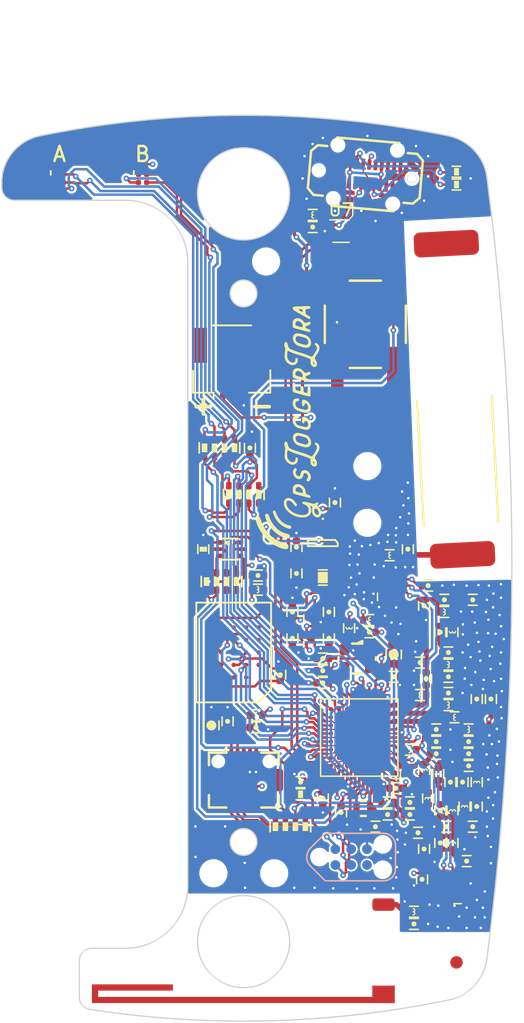
<source format=kicad_pcb>
(kicad_pcb (version 20221018) (generator pcbnew)
  (title_block (date "2016-07-15"))
  (layers (0 "F.Cu" signal) (1 "In1.Cu" signal) (2 "In2.Cu" signal) (31 "B.Cu" signal) (34 "B.Paste" user) (35 "F.Paste" user) (36 "B.SilkS" user "B.Silkscreen") (37 "F.SilkS" user "F.Silkscreen") (38 "B.Mask" user) (39 "F.Mask" user) (44 "Edge.Cuts" user))
  (net 0 "")
  (net 1 "GND")
  (net 2 "+3V3")
  (net 3 "Net-(D1-Pad3)")
  (net 4 "Net-(D1-Pad4)")
  (net 5 "Net-(D1-Pad2)")
  (net 6 "Net-(D2-Pad3)")
  (net 7 "Net-(D2-Pad4)")
  (net 8 "Net-(D2-Pad2)")
  (net 9 "Net-(U8-PadA6)")
  (net 10 "Net-(U8-PadH7)")
  (net 11 "/SAMR34/RFO_LF")
  (net 12 "Net-(C19-Pad1)")
  (net 13 "/SAMR34/VR_PA")
  (net 14 "Net-(C24-Pad2)")
  (net 15 "Net-(C25-Pad2)")
  (net 16 "Net-(C28-Pad2)")
  (net 17 "/SAMR34/RFI_LF")
  (net 18 "/SAMR34/RX\\TX")
  (net 19 "/SAMR34/RFO_HF")
  (net 20 "Net-(C12-Pad1)")
  (net 21 "Net-(C10-Pad1)")
  (net 22 "Net-(C12-Pad2)")
  (net 23 "Net-(C13-Pad2)")
  (net 24 "Net-(C20-Pad2)")
  (net 25 "Net-(C34-Pad1)")
  (net 26 "Net-(C35-Pad2)")
  (net 27 "Net-(C36-Pad2)")
  (net 28 "Net-(C38-Pad2)")
  (net 29 "Net-(C39-Pad2)")
  (net 30 "/SAMR34/PA_BOOST")
  (net 31 "/SAMR34/RFI_HF")
  (net 32 "/SAMR34/BAND_SEL")
  (net 33 "AVDD")
  (net 34 "Net-(A2-Pad1)")
  (net 35 "Net-(A1-Pad1)")
  (net 36 "/SAMR34/USB_DATA_N")
  (net 37 "/SAMR34/USB_DATA_P")
  (net 38 "Net-(C9-Pad1)")
  (net 39 "Net-(C11-Pad1)")
  (net 40 "Net-(R1-Pad1)")
  (net 41 "Net-(U4-Pad9)")
  (net 42 "/SAMR34/SHDN")
  (net 43 "Net-(L10-Pad1)")
  (net 44 "Net-(J1-PadB11)")
  (net 45 "Net-(J1-PadB10)")
  (net 46 "Net-(J1-PadB8)")
  (net 47 "Net-(J1-PadB5)")
  (net 48 "Net-(J1-PadB3)")
  (net 49 "Net-(J1-PadB2)")
  (net 50 "Net-(J1-PadA11)")
  (net 51 "Net-(J1-PadA10)")
  (net 52 "Net-(J1-PadA8)")
  (net 53 "Net-(J1-PadA5)")
  (net 54 "Net-(J1-PadA3)")
  (net 55 "Net-(J1-PadA2)")
  (net 56 "Net-(C49-Pad2)")
  (net 57 "Net-(C50-Pad1)")
  (net 58 "Net-(J3-Pad8)")
  (net 59 "Net-(J3-Pad6)")
  (net 60 "Net-(J3-Pad5)")
  (net 61 "Net-(J3-Pad4)")
  (net 62 "Net-(C46-Pad1)")
  (net 63 "Net-(J3-Pad2)")
  (net 64 "Net-(OSC1-Pad3)")
  (net 65 "Net-(OSC1-Pad1)")
  (net 66 "Net-(R2-Pad5)")
  (net 67 "Net-(C43-Pad1)")
  (net 68 "/SAMR34/GPS_TX")
  (net 69 "/SAMR34/GPS_RX")
  (net 70 "/SAMR34/LED_B_RED")
  (net 71 "/SAMR34/LED_B_BLUE")
  (net 72 "/SAMR34/GPS_PPS")
  (net 73 "/SAMR34/LED_B_GREEN")
  (net 74 "/SAMR34/LED_A_GREEN")
  (net 75 "/SAMR34/LED_A_BLUE")
  (net 76 "/SAMR34/LED_A_RED")
  (net 77 "Net-(C30-Pad1)")
  (net 78 "Net-(C47-Pad2)")
  (net 79 "Net-(C48-Pad2)")
  (net 80 "/SAMR34/PP3V3_AUX")
  (net 81 "Net-(L22-Pad1)")
  (net 82 "/SAMR34/AUX_PWR_EN")
  (net 83 "Net-(Q1-Pad3)")
  (net 84 "Net-(Q1-Pad5)")
  (net 85 "/memio/DQ0")
  (net 86 "/memio/DQ1")
  (net 87 "/USB/CHARGE_STAT")
  (net 88 "/SAMR34/FLASH_CLK")
  (net 89 "/SAMR34/BATTERY_VOLTAGE")
  (net 90 "/SAMR34/USER_BUTTON")
  (net 91 "/SAMR34/FLASH_CS#")
  (net 92 "/SAMR34/DIO")
  (net 93 "/SAMR34/RESET")
  (net 94 "/SAMR34/CLK")
  (net 95 "Net-(J4-Pad6)")
  (net 96 "Net-(U8-PadF4)")
  (net 97 "Net-(U8-PadE4)")
  (net 98 "Net-(C5-Pad2)")
  (net 99 "Net-(L23-Pad2)")
  (net 100 "Net-(L24-Pad2)")
  (net 101 "/USB/VBAT")
  (net 102 "Net-(C58-Pad2)")
  (footprint "cameraTrigger_rev1_0:EVQ_switch" (layer "F.Cu") (at 161.25 82.975 180)
    (fp_text reference "SW1")
    (fp_text value "SW_Push")
  )
  (footprint "footprints:BM02B-GHS-TBT" (layer "F.Cu") (at 150.525 88.0125 180)
    (fp_text reference "J2")
    (fp_text value "JST GH" hide)
  )
  (footprint "gkl_housings_qfn:QFN-12-1EP_3x3mm_P0.5mm_EP1.65x1.65mm" (layer "F.Cu") (at 167.75 128.15 180)
    (fp_text reference "U1")
    (fp_text value "SKY13373")
  )
  (footprint "gkl_housings_bga:TFBGA-64_6.0x6.0mm_Layout8x8_P0.65mm" (layer "F.Cu") (at 160.7625 116.124999 180)
    (fp_text reference "U8")
    (fp_text value "ATSAMR34J18B")
  )
  (footprint "gkl_antenna:0900AT43A0070 - 900MHz Wide band ISM Chip Antenna" (layer "F.Cu") (at 162.7125 133.025 180)
    (fp_text reference "A1")
    (fp_text value "pkl_ANTENNA")
  )
  (footprint "pkl_dipol:C_0402" (layer "F.Cu") (at 163.6875 120.1875)
    (fp_text reference "C1")
    (fp_text value "100nF")
  )
  (footprint "pkl_dipol:C_0402" (layer "F.Cu") (at 156.05 119.7)
    (fp_text reference "C2")
    (fp_text value "100nF")
  )
  (footprint "pkl_dipol:C_0402" (layer "F.Cu") (at 157.8375 121 90)
    (fp_text reference "C3")
    (fp_text value "100nF")
  )
  (footprint "pkl_dipol:C_0402" (layer "F.Cu") (at 167.912501 112.550001 180)
    (fp_text reference "C4")
    (fp_text value "4.7pF")
  )
  (footprint "pkl_dipol:C_0402" (layer "F.Cu") (at 165.6375 110.1125)
    (fp_text reference "C5")
    (fp_text value "DNP")
  )
  (footprint "pkl_dipol:C_0402" (layer "F.Cu") (at 157.8375 110.7625)
    (fp_text reference "C6")
    (fp_text value "100nF")
  )
  (footprint "pkl_dipol:C_0402" (layer "F.Cu") (at 166.9375 116.45 180)
    (fp_text reference "C7")
    (fp_text value "3.9pF")
  )
  (footprint "pkl_dipol:C_0402" (layer "F.Cu") (at 169.5375 116.45 180)
    (fp_text reference "C8")
    (fp_text value "3.9pF")
  )
  (footprint "pkl_dipol:C_0402" (layer "F.Cu") (at 157.025 75.175)
    (fp_text reference "C9")
    (fp_text value "10n")
  )
  (footprint "pkl_dipol:C_0402" (layer "F.Cu") (at 166.9375 117.425 180)
    (fp_text reference "C10")
    (fp_text value "22pF")
  )
  (footprint "pkl_dipol:C_0402" (layer "F.Cu") (at 155.725 100.85 90)
    (fp_text reference "C11")
    (fp_text value "100nF")
  )
  (footprint "pkl_dipol:C_0402" (layer "F.Cu") (at 169.5375 117.425)
    (fp_text reference "C12")
    (fp_text value "18pF")
  )
  (footprint "pkl_dipol:C_0402" (layer "F.Cu") (at 165.475 123.7625)
    (fp_text reference "C13")
    (fp_text value "22pF")
  )
  (footprint "pkl_dipol:C_0402" (layer "F.Cu") (at 158.325 106.05 -90)
    (fp_text reference "C15")
    (fp_text value "100nF")
  )
  (footprint "pkl_dipol:C_0402" (layer "F.Cu") (at 169.5375 118.4)
    (fp_text reference "C18")
    (fp_text value "3.9pF")
  )
  (footprint "pkl_dipol:C_0402" (layer "F.Cu") (at 167.9125 111.25 180)
    (fp_text reference "C19")
    (fp_text value "0R")
  )
  (footprint "pkl_dipol:C_0402" (layer "F.Cu") (at 168.075 119.7 -90)
    (fp_text reference "C20")
    (fp_text value "8.2pF")
  )
  (footprint "pkl_dipol:C_0402" (layer "F.Cu") (at 171.325 113.0375 -90)
    (fp_text reference "C21")
    (fp_text value "DNP")
  )
  (footprint "pkl_dipol:C_0402" (layer "F.Cu") (at 166.9375 115.475 180)
    (fp_text reference "C22")
    (fp_text value "4.7pF")
  )
  (footprint "pkl_dipol:C_0402" (layer "F.Cu") (at 170.1875 113.0375 -90)
    (fp_text reference "C23")
    (fp_text value "4.7nF")
  )
  (footprint "pkl_dipol:C_0402" (layer "F.Cu") (at 167.912501 109.300001 180)
    (fp_text reference "C24")
    (fp_text value "6.8pF")
  )
  (footprint "pkl_dipol:C_0402" (layer "F.Cu") (at 167.262501 107.675 90)
    (fp_text reference "C25")
    (fp_text value "2.7pF")
  )
  (footprint "pkl_dipol:C_0402" (layer "F.Cu") (at 169.8625 105.075 180)
    (fp_text reference "C26")
    (fp_text value "6.8pF")
  )
  (footprint "pkl_dipol:C_0402" (layer "F.Cu") (at 164.825 122.3 180)
    (fp_text reference "C27")
    (fp_text value "4.7pF")
  )
  (footprint "pkl_dipol:C_0402" (layer "F.Cu") (at 167.5875 105.075 180)
    (fp_text reference "C28")
    (fp_text value "DNP")
  )
  (footprint "pkl_dipol:C_0402" (layer "F.Cu") (at 165.9625 105.5625 90)
    (fp_text reference "C29")
    (fp_text value "DNP")
  )
  (footprint "pkl_dipol:C_0402" (layer "F.Cu") (at 166.2875 103.9375)
    (fp_text reference "C31")
    (fp_text value "1nF")
  )
  (footprint "pkl_dipol:C_0402" (layer "F.Cu") (at 164.6625 101.0125 -90)
    (fp_text reference "C33")
    (fp_text value "18pF")
  )
  (footprint "pkl_dipol:C_0402" (layer "F.Cu") (at 165.9625 125.0625 90)
    (fp_text reference "C34")
    (fp_text value "22pF")
  )
  (footprint "pkl_dipol:C_0402" (layer "F.Cu") (at 167.2625 121.975 -90)
    (fp_text reference "C35")
    (fp_text value "DNP")
  )
  (footprint "pkl_dipol:C_0402" (layer "F.Cu") (at 169.05 119.7 -90)
    (fp_text reference "C36")
    (fp_text value "3.9pF")
  )
  (footprint "pkl_dipol:C_0402" (layer "F.Cu") (at 167.75 123.275)
    (fp_text reference "C37")
    (fp_text value "5.6pF")
  )
  (footprint "pkl_dipol:C_0402" (layer "F.Cu") (at 170.187499 121.65 -90)
    (fp_text reference "C38")
    (fp_text value "18pF")
  )
  (footprint "pkl_dipol:C_0402" (layer "F.Cu") (at 167.2625 124.575 -90)
    (fp_text reference "C39")
    (fp_text value "DNP")
  )
  (footprint "pkl_dipol:C_0402" (layer "F.Cu") (at 169.8625 123.275 180)
    (fp_text reference "C40")
    (fp_text value "3.9pF")
  )
  (footprint "pkl_dipol:C_0402" (layer "F.Cu") (at 169.375 126.0375 180)
    (fp_text reference "C41")
    (fp_text value "3.3pF")
  )
  (footprint "pkl_dipol:C_0402" (layer "F.Cu") (at 165.8 127.5 -90)
    (fp_text reference "C42")
    (fp_text value "1nF")
  )
  (footprint "pkl_dipol:L_0402" (layer "F.Cu") (at 165.6375 112.7125)
    (fp_text reference "L1")
    (fp_text value "18nH")
  )
  (footprint "pkl_dipol:L_0402" (layer "F.Cu") (at 168.4 114.5)
    (fp_text reference "L2")
    (fp_text value "2.2nH")
  )
  (footprint "pkl_dipol:L_0402" (layer "F.Cu") (at 165.9625 118.725 -90)
    (fp_text reference "L3")
    (fp_text value "33nH")
  )
  (footprint "pkl_dipol:L_0402" (layer "F.Cu") (at 169.5375 115.475 180)
    (fp_text reference "L4")
    (fp_text value "33nH")
  )
  (footprint "pkl_dipol:L_0402" (layer "F.Cu") (at 167.9125 113.525 180)
    (fp_text reference "L6")
    (fp_text value "82nH")
  )
  (footprint "pkl_dipol:L_0402" (layer "F.Cu") (at 167.9125 110.275 180)
    (fp_text reference "L7")
    (fp_text value "15nH")
  )
  (footprint "pkl_dipol:L_0402" (layer "F.Cu") (at 168.237499 107.675 90)
    (fp_text reference "L8")
    (fp_text value "12nH")
  )
  (footprint "pkl_dipol:L_0402" (layer "F.Cu") (at 167.587499 106.049999 180)
    (fp_text reference "L9")
    (fp_text value "0R")
  )
  (footprint "pkl_dipol:L_0402" (layer "F.Cu") (at 163.2 101.5)
    (fp_text reference "L10")
    (fp_text value "2.2nH")
  )
  (footprint "pkl_dipol:L_0402" (layer "F.Cu") (at 166.2875 121 -90)
    (fp_text reference "L11")
    (fp_text value "11nH")
  )
  (footprint "pkl_dipol:L_0402" (layer "F.Cu") (at 167.1 119.05 -90)
    (fp_text reference "L12")
    (fp_text value "11nH")
  )
  (footprint "pkl_dipol:L_0402" (layer "F.Cu") (at 170.1875 119.7 -90)
    (fp_text reference "L13")
    (fp_text value "10nH")
  )
  (footprint "pkl_dipol:L_0402" (layer "F.Cu") (at 168.2375 121.975 -90)
    (fp_text reference "L14")
    (fp_text value "10nH")
  )
  (footprint "pkl_dipol:L_0402" (layer "F.Cu") (at 169.212499 121.65 -90)
    (fp_text reference "L15")
    (fp_text value "10nH")
  )
  (footprint "pkl_dipol:L_0402" (layer "F.Cu") (at 168.2375 124.575 -90)
    (fp_text reference "L16")
    (fp_text value "10nH")
  )
  (footprint "pkl_dipol:L_0402" (layer "F.Cu") (at 157.025 74.2)
    (fp_text reference "L17")
    (fp_text value "1k")
  )
  (footprint "pkl_dipol:L_0402" (layer "F.Cu") (at 161.575 106.7)
    (fp_text reference "L18")
    (fp_text value "1k")
  )
  (footprint "gkl_housings_son:X2SON_4_1.0x1.0mm" (layer "F.Cu") (at 156.8625 108.1625 90)
    (fp_text reference "U3")
    (fp_text value "NCP167")
  )
  (footprint "gkl_housings_qfn:QFN-12-1EP_3x3mm_P0.5mm_EP1.65x1.65mm" (layer "F.Cu") (at 163.525 103.9375 90)
    (fp_text reference "U4")
    (fp_text value "SKY13373")
  )
  (footprint "gkl_antenna:0433AT62A0020 - 433MHz 25x5x1mm chip antenna" (layer "F.Cu") (at 168.4 88.9875 -177)
    (fp_text reference "A2")
    (fp_text value "pkl_ANTENNA")
  )
  (footprint "gkl_housings_bga:T-PBGA-24_6.0x8.0mm_Layout5x5_P1.0mm" (layer "F.Cu") (at 150.6875 109.3 180)
    (fp_text reference "U5")
    (fp_text value "MT25QL256ABA8E12" hide)
  )
  (footprint "gkl_logos:gsd_logo_small" (layer "F.Cu") (at 158.8125 94.025 90)
    (fp_text reference "G***" hide)
    (fp_text value "LOGO" hide)
  )
  (footprint "pkl_dipol:C_0402" (layer "F.Cu") (at 157.8375 109.7875)
    (fp_text reference "C48")
    (fp_text value "100nF")
  )
  (footprint "pkl_dipol:C_0402" (layer "F.Cu") (at 162.0625 123.275 180)
    (fp_text reference "C49")
    (fp_text value "10pF")
  )
  (footprint "pkl_dipol:C_0402" (layer "F.Cu") (at 163.0375 122.3)
    (fp_text reference "C50")
    (fp_text value "10pF")
  )
  (footprint "gkl_conn:DF12(3.0)-10DP-0.5V(86)" (layer "F.Cu") (at 151.5 119.5375)
    (fp_text reference "J3")
    (fp_text value "DF12 - 10P")
  )
  (footprint "gkl_time:Oscilator_2.5x2.0" (layer "F.Cu") (at 160.6 109.7875 180)
    (fp_text reference "OSC1")
    (fp_text value "TYETBCSANF-32.000000")
  )
  (footprint "gkl_time:ABS05_32.768KHz Crystal" (layer "F.Cu") (at 161.0875 121.8125)
    (fp_text reference "Y1")
    (fp_text value "32.768kHz")
  )
  (footprint "gkl_logos:oshw_small" (layer "F.Cu") (at 158.8125 90.45 90)
    (fp_text reference "G***" hide)
    (fp_text value "LOGO" hide)
  )
  (footprint "pkl_dipol:C_0402" (layer "F.Cu") (at 163.525 111.25)
    (fp_text reference "C30")
    (fp_text value "33nF")
  )
  (footprint "pkl_dipol:C_0402" (layer "F.Cu") (at 152.6375 103.125)
    (fp_text reference "C43")
    (fp_text value "1uF")
  )
  (footprint "pkl_dipol:C_0402" (layer "F.Cu") (at 154.425 111.0875 90)
    (fp_text reference "C44")
    (fp_text value "100nF")
  )
  (footprint "pkl_dipol:C_0603" (layer "F.Cu") (at 148.9 115.15 90)
    (fp_text reference "C46")
    (fp_text value "10uF")
  )
  (footprint "pkl_dipol:C_0402" (layer "F.Cu") (at 157.8375 111.7375)
    (fp_text reference "C47")
    (fp_text value "100nF")
  )
  (footprint "pkl_dipol:C_0402" (layer "F.Cu") (at 165.15 131.075 180)
    (fp_text reference "C51")
    (fp_text value "18pF")
  )
  (footprint "pkl_dipol:C_0402" (layer "F.Cu") (at 158.325 108.1625 -90)
    (fp_text reference "C52")
    (fp_text value "100nF")
  )
  (footprint "pkl_dipol:C_0402" (layer "F.Cu") (at 150.2 114.825 90)
    (fp_text reference "C54")
    (fp_text value "100nF")
  )
  (footprint "pkl_dipol:C_0402" (layer "F.Cu") (at 152.475 115.3125)
    (fp_text reference "C55")
    (fp_text value "100nF")
  )
  (footprint "pkl_dipol:L_0402" (layer "F.Cu") (at 152.6375 104.2625 180)
    (fp_text reference "L19")
    (fp_text value "1k")
  )
  (footprint "pkl_dipol:L_0402" (layer "F.Cu") (at 152.475 114.3375)
    (fp_text reference "L20")
    (fp_text value "1k")
  )
  (footprint "pkl_dipol:L_0402" (layer "F.Cu") (at 159.95 107.35 90)
    (fp_text reference "L21")
    (fp_text value "1k")
  )
  (footprint "pkl_dipol:L_0402" (layer "F.Cu") (at 165.15 130.1 180)
    (fp_text reference "L22")
    (fp_text value "2.2nH")
  )
  (footprint "pkl_housings_sot:SOT-666" (layer "F.Cu") (at 150.3625 101.0125)
    (fp_text reference "Q1")
    (fp_text value "FG6943010R")
  )
  (footprint "pkl_dipol:R_Array_Concave_4x0603" (layer "F.Cu") (at 151.5 96.625)
    (fp_text reference "R2")
    (fp_text value "100R")
  )
  (footprint "pkl_dipol:R_Array_Concave_4x0603" (layer "F.Cu") (at 149.55 92.8875 180)
    (fp_text reference "R3")
    (fp_text value "100R")
  )
  (footprint "pkl_dipol:R_Array_Concave_4x0603" (layer "F.Cu") (at 155.2375 123.275)
    (fp_text reference "R4")
    (fp_text value "100R")
  )
  (footprint "pkl_dipol:R_Array_Concave_4x0603" (layer "F.Cu") (at 149.7125 103.6125)
    (fp_text reference "R6")
    (fp_text value "47k")
  )
  (footprint "pkl_housings_sot:SOT-23-5" (layer "F.Cu") (at 157.8375 100.525 90)
    (fp_text reference "U2")
    (fp_text value "MCP73832")
  )
  (footprint "gkl_housings_son:X2SON_4_1.0x1.0mm" (layer "F.Cu") (at 156.8625 106.05 90)
    (fp_text reference "U6")
    (fp_text value "NCP167")
  )
  (footprint "pkl_dipol:C_0603" (layer "F.Cu") (at 163.525 109.4625 90)
    (fp_text reference "C45")
    (fp_text value "10uF")
  )
  (footprint "pkl_dipol:C_0402" (layer "F.Cu") (at 155.4 108.1625 -90)
    (fp_text reference "C17")
    (fp_text value "1uF")
  )
  (footprint "pkl_dipol:C_0402" (layer "F.Cu") (at 155.4 106.05 90)
    (fp_text reference "C53")
    (fp_text value "1uF")
  )
  (footprint "pkl_dipol:R_0402" (layer "F.Cu") (at 148.25 101.0125 90)
    (fp_text reference "R5")
    (fp_text value "10k")
  )
  (footprint "pkl_dipol:C_0402" (layer "F.Cu") (at 151.9875 92.8875 90)
    (fp_text reference "C56")
    (fp_text value "100nF")
  )
  (footprint "pkl_dipol:R_0402" (layer "F.Cu") (at 156.05 120.675)
    (fp_text reference "R7")
    (fp_text value "10k")
  )
  (footprint "gkl_led:0404LED_RGB" (layer "F.Cu") (at 136.7125 71.275)
    (fp_text reference "D1")
    (fp_text value "LED_ARGB")
  )
  (footprint "gkl_led:0404LED_RGB" (layer "F.Cu") (at 143.375 71.275)
    (fp_text reference "D2")
    (fp_text value "LED_ARGB")
  )
  (footprint "pkl_dipol:C_0402" (layer "F.Cu") (at 158.8125 97.275 90)
    (fp_text reference "C16")
    (fp_text value "1uF")
  )
  (footprint "pkl_dipol:R_0603" (layer "F.Cu") (at 157.8375 103.2875 180)
    (fp_text reference "R1")
    (fp_text value "1k")
  )
  (footprint "pkl_dipol:C_0402" (layer "F.Cu") (at 161.575 107.675 180)
    (fp_text reference "C32")
    (fp_text value "100nF")
  )
  (footprint "pkl_dipol:C_0402" (layer "F.Cu") (at 155.725 102.9625 -90)
    (fp_text reference "C14")
    (fp_text value "1uF")
  )
  (footprint "pkl_dipol:C_0402" (layer "F.Cu") (at 164.825 121.325 180)
    (fp_text reference "C57")
    (fp_text value "4.7pF")
  )
  (footprint "pkl_dipol:L_0402" (layer "F.Cu") (at 164.825 117.1 180)
    (fp_text reference "L23")
    (fp_text value "10nH")
  )
  (footprint "pkl_dipol:L_0402" (layer "F.Cu") (at 163.0375 121.325 180)
    (fp_text reference "L24")
    (fp_text value "10nH")
  )
  (footprint "pkl_dipol:R_0402" (layer "F.Cu") (at 168.5625 71.7625)
    (fp_text reference "R8")
    (fp_text value "5.1k")
  )
  (footprint "pkl_dipol:R_0402" (layer "F.Cu") (at 168.562501 70.737501)
    (fp_text reference "R9")
    (fp_text value "5.1k")
  )
  (footprint "M1.6_Mounting Hole" (layer "F.Cu") (at 153.2875 77.9375)
    (fp_text reference "REF**" hide)
    (fp_text value "M1.6_Mounting Hole" hide)
  )
  (footprint "pkl_dipol:C_0402" (layer "F.Cu") (at 159.3 122.1375 90)
    (fp_text reference "C58")
    (fp_text value "1uF")
  )
  (footprint "pkl_dipol:C_0402" (layer "F.Cu") (at 166.125 111.4125 90)
    (fp_text reference "C59")
    (fp_text value "4.7pF")
  )
  (footprint "Package_TO_SOT_SMD:SOT-553" (layer "F.Cu") (at 159.3 75.5)
    (fp_text reference "U7")
    (fp_text value "NUP2114")
  )
  (footprint "M1.6_Mounting Hole" (layer "F.Cu") (at 149.0625 127.0125)
    (fp_text reference "REF**" hide)
    (fp_text value "M1.6_Mounting Hole" hide)
  )
  (footprint "M1.6_Mounting Hole" (layer "F.Cu") (at 153.9375 127.0125)
    (fp_text reference "REF**" hide)
    (fp_text value "M1.6_Mounting Hole" hide)
  )
  (footprint "M1.6_Mounting Hole" (layer "F.Cu") (at 161.4125 98.9)
    (fp_text reference "REF**" hide)
    (fp_text value "M1.6_Mounting Hole" hide)
  )
  (footprint "M1.6_Mounting Hole" (layer "F.Cu") (at 161.4125 94.35)
    (fp_text reference "REF**" hide)
    (fp_text value "M1.6_Mounting Hole" hide)
  )
  (footprint "LOGO" (layer "F.Cu") (at 155.075 91.2625)
    (fp_text reference "G***" hide)
    (fp_text value "LOGO" hide)
  )
  (footprint "gkl_conn:usbc_vert_10132328" (layer "F.Cu") (at 161.25 70.95 -5)
    (fp_text reference "J1" hide)
    (fp_text value "USB_C_Receptacle")
  )
  (footprint "Fiducials:Fiducial_1mm_Dia_2.54mm_Outer_CopperBottom" (layer "B.Cu") (at 134.1125 71.1125)
    (fp_text reference "REF**")
    (fp_text value "Fiducial_1mm_Dia_2.54mm_Outer_CopperBottom")
  )
  (footprint "pkl_tag_connect:TC2030-NL_SMALL" (layer "B.Cu") (at 160.1125 125.7125)
    (fp_text reference "J4")
    (fp_text value "CTX TAG Connect")
  )
  (footprint "Fiducials:Fiducial_1mm_Dia_2.54mm_Outer_CopperBottom" (layer "B.Cu") (at 168.5625 134.1625)
    (fp_text reference "REF**")
    (fp_text value "Fiducial_1mm_Dia_2.54mm_Outer_CopperBottom")
  )
  (gr_circle (center 151.480119 72.513078) (end 147.786348 72.513078) (stroke (width 0.1)) (fill none) (layer "Edge.Cuts"))
  (gr_circle (center 151.480119 80.5) (end 150.408302 80.5) (stroke (width 0.1)) (fill none) (layer "Edge.Cuts"))
  (gr_circle (center 151.480119 132.493771) (end 147.786348 132.493771) (stroke (width 0.1)) (fill none) (layer "Edge.Cuts"))
  (gr_circle (center 151.480119 124.5) (end 150.408302 124.5) (stroke (width 0.1)) (fill none) (layer "Edge.Cuts"))
  (gr_arc (start 171.00648 71.179577) (mid 173.006367 102.559052) (end 170.99458 133.937766) (stroke (width 0.1)) (layer "Edge.Cuts"))
  (gr_line (start 133.085674 73.025566) (end 142.00648 73.025566) (stroke (width 0.1)) (layer "Edge.Cuts"))
  (gr_line (start 132.084671 71.402184) (end 132.085675 72.027172) (stroke (width 0.1)) (layer "Edge.Cuts"))
  (gr_arc (start 167.91738 67.853856) (mid 169.988802 69.027331) (end 171.00648 71.179577) (stroke (width 0.1)) (layer "Edge.Cuts"))
  (gr_arc (start 138.30384 134.025566) (mid 138.596733 133.318459) (end 139.30384 133.025566) (stroke (width 0.1)) (layer "Edge.Cuts"))
  (gr_arc (start 168.31633 137.096166) (mid 153.773004 138.838088) (end 139.153743 137.932633) (stroke (width 0.1)) (layer "Edge.Cuts"))
  (gr_arc (start 147.00648 128.025566) (mid 145.542014 131.5611) (end 142.00648 133.025566) (stroke (width 0.1)) (layer "Edge.Cuts"))
  (gr_arc (start 170.99458 133.937766) (mid 170.104035 135.897351) (end 168.31633 137.096166) (stroke (width 0.1)) (layer "Edge.Cuts"))
  (gr_line (start 147.00648 78.025566) (end 147.00648 128.025566) (stroke (width 0.1)) (layer "Edge.Cuts"))
  (gr_arc (start 135.15395 67.853726) (mid 151.535672 66.206774) (end 167.91738 67.853856) (stroke (width 0.1)) (layer "Edge.Cuts"))
  (gr_arc (start 133.085674 73.025566) (mid 132.379135 72.73324) (end 132.085675 72.027172) (stroke (width 0.1)) (layer "Edge.Cuts"))
  (gr_arc (start 142.00648 73.025566) (mid 145.542014 74.490032) (end 147.00648 78.025566) (stroke (width 0.1)) (layer "Edge.Cuts"))
  (gr_line (start 138.30384 134.025566) (end 138.30384 136.943962) (stroke (width 0.1)) (layer "Edge.Cuts"))
  (gr_line (start 142.00648 133.025566) (end 139.30384 133.025566) (stroke (width 0.1)) (layer "Edge.Cuts"))
  (gr_arc (start 132.084671 71.402183) (mid 133.012199 69.102826) (end 135.15395 67.853726) (stroke (width 0.1)) (layer "Edge.Cuts"))
  (gr_arc (start 139.153743 137.932633) (mid 138.545521 137.595845) (end 138.30384 136.943962) (stroke (width 0.1)) (layer "Edge.Cuts"))
  (gr_text "B" (at 143.375 69.325) (layer "F.SilkS") (effects (font (size 1.2 1.2) (thickness 0.2))))
  (gr_text "+" (at 148.25 89.475) (layer "F.SilkS") (effects (font (size 1.5 1.5) (thickness 0.3))))
  (gr_text "A" (at 136.7125 69.325) (layer "F.SilkS") (effects (font (size 1.2 1.2) (thickness 0.2))))
  (gr_text "-" (at 152.9625 89.475) (layer "F.SilkS") (effects (font (size 1.5 1.5) (thickness 0.3))))
  (segment (start 150.1125 103.9125) (end 149.8125 103.6125) (width 0.2) (layer "F.Cu") (net 1))
  (segment (start 153.7625 110.5875) (end 154.425 110.5875) (width 0.2) (layer "F.Cu") (net 1))
  (segment (start 160.7625 116.124999) (end 160.912501 116.275001) (width 0.089) (layer "F.Cu") (net 1))
  (segment (start 158.6 75.5) (end 158.000006 75.5) (width 0.25) (layer "F.Cu") (net 1))
  (segment (start 148.25 100.5125) (end 148.25 99.875) (width 0.2) (layer "F.Cu") (net 1))
  (segment (start 170.3625 123.275) (end 171 123.275) (width 0.2) (layer "F.Cu") (net 1))
  (segment (start 159.867185 72.987232) (end 159.7875 73.7125) (width 0.2) (layer "F.Cu") (net 1))
  (segment (start 160.4375 114.5) (end 160.4375 113.3625) (width 0.089) (layer "F.Cu") (net 1))
  (segment (start 163.85 115.8) (end 163.93901 115.71099) (width 0.2) (layer "F.Cu") (net 1))
  (segment (start 165.325 121.0125) (end 164.9875 120.675) (width 0.2) (layer "F.Cu") (net 1))
  (segment (start 162.3875 118.399999) (end 162.3875 118.8875) (width 0.089) (layer "F.Cu") (net 1))
  (segment (start 161.262499 116.624999) (end 161.0875 116.45) (width 0.089) (layer "F.Cu") (net 1))
  (segment (start 162.3875 115.149999) (end 162.3875 114.5) (width 0.089) (layer "F.Cu") (net 1))
  (segment (start 162.7125 68.35) (end 162.875 68.025) (width 0.2) (layer "F.Cu") (net 1))
  (segment (start 155.4 108.6625) (end 155.4 108.8125) (width 0.2) (layer "F.Cu") (net 1))
  (segment (start 161.075 107.675) (end 160.925 107.675) (width 0.2) (layer "F.Cu") (net 1))
  (segment (start 161.869082 116.125) (end 162.194082 115.8) (width 0.089) (layer "F.Cu") (net 1))
  (segment (start 160.925 107.675) (end 160.6 107.35) (width 0.2) (layer "F.Cu") (net 1))
  (segment (start 170.3625 105.075) (end 171 105.075) (width 0.2) (layer "F.Cu") (net 1))
  (segment (start 160.275 68.1875) (end 160.275 67.8625) (width 0.2) (layer "F.Cu") (net 1))
  (segment (start 158.000006 75.5) (end 158 75.500006) (width 0.25) (layer "F.Cu") (net 1))
  (segment (start 166.3 128) (end 165.8 128) (width 0.2) (layer "F.Cu") (net 1))
  (segment (start 163.1875 120.1875) (end 163.037506 120.1875) (width 0.2) (layer "F.Cu") (net 1))
  (segment (start 159 82.8375) (end 158.975 82.8125) (width 0.2) (layer "F.Cu") (net 1))
  (segment (start 156.3625 103.4625) (end 156.5375 103.2875) (width 0.2) (layer "F.Cu") (net 1))
  (segment (start 162.194082 115.8) (end 162.3875 115.8) (width 0.089) (layer "F.Cu") (net 1))
  (segment (start 159.919082 117.424999) (end 160.096001 117.248082) (width 0.089) (layer "F.Cu") (net 1))
  (segment (start 154.425 110.5875) (end 154.425 110.175) (width 0.2) (layer "F.Cu") (net 1))
  (segment (start 169.2125 71.7625) (end 169.7 71.275) (width 0.2) (layer "F.Cu") (net 1))
  (segment (start 157.3375 109.7875) (end 156.7 109.7875) (width 0.2) (layer "F.Cu") (net 1))
  (segment (start 164.975 123.7625) (end 164.5 123.7625) (width 0.2) (layer "F.Cu") (net 1))
  (segment (start 158.438561 71.532182) (end 158.325 72.0875) (width 0.2) (layer "F.Cu") (net 1))
  (segment (start 165.1375 111.9125) (end 165.15 111.9) (width 0.4) (layer "F.Cu") (net 1))
  (segment (start 165.1375 112.7125) (end 165.1375 111.9125) (width 0.4) (layer "F.Cu") (net 1))
  (segment (start 166.535 127.65) (end 166.3 127.885) (width 0.2) (layer "F.Cu") (net 1))
  (segment (start 158.8125 96.775) (end 158.8125 96.1375) (width 0.25) (layer "F.Cu") (net 1))
  (segment (start 167.25 129.4625) (end 167.1 129.6125) (width 0.2) (layer "F.Cu") (net 1))
  (segment (start 161.7375 114.5) (end 162.3875 114.5) (width 0.089) (layer "F.Cu") (net 1))
  (segment (start 153.45 115.4375) (end 153.45 115.475) (width 0.2) (layer "F.Cu") (net 1))
  (segment (start 166.45 128.15) (end 166.3 128) (width 0.2) (layer "F.Cu") (net 1))
  (segment (start 157.1875 108.8125) (end 157.35 108.975) (width 0.2) (layer "F.Cu") (net 1))
  (segment (start 161.7375 117.75) (end 161.574011 117.58651) (width 0.089) (layer "F.Cu") (net 1))
  (segment (start 162.63 103.4375) (end 162.0765 103.4375) (width 0.2) (layer "F.Cu") (net 1))
  (segment (start 167.75 116.45) (end 168.075 116.775) (width 0.4) (layer "F.Cu") (net 1))
  (segment (start 163.525 104.8325) (end 163.525 105.485594) (width 0.2) (layer "F.Cu") (net 1))
  (segment (start 163.037501 115.8) (end 163.525 115.8) (width 0.089) (layer "F.Cu") (net 1))
  (segment (start 160.4375 117.943418) (end 160.1125 118.268418) (width 0.089) (layer "F.Cu") (net 1))
  (segment (start 157.85 75.5) (end 158.6 75.5) (width 0.25) (layer "F.Cu") (net 1))
  (segment (start 154.425 110.175) (end 154.275 110.025) (width 0.2) (layer "F.Cu") (net 1))
  (segment (start 166.855 127.65) (end 166.535 127.65) (width 0.2) (layer "F.Cu") (net 1))
  (segment (start 150.1125 104.3125) (end 150.1125 103.9125) (width 0.2) (layer "F.Cu") (net 1))
  (segment (start 164.061439 70.367818) (end 164.175 69.8125) (width 0.2) (layer "F.Cu") (net 1))
  (segment (start 160.078264 119.831066) (end 159.853265 120.056065) (width 0.2) (layer "F.Cu") (net 1))
  (segment (start 162.696001 114.191499) (end 162.696001 113.525) (width 0.089) (layer "F.Cu") (net 1))
  (segment (start 161.4125 116.125001) (end 161.869082 116.125) (width 0.089) (layer "F.Cu") (net 1))
  (segment (start 157.402209 71.617182) (end 156.7 70.95) (width 0.2) (layer "F.Cu") (net 1))
  (segment (start 157.1875 106.7) (end 157.35 106.8625) (width 0.2) (layer "F.Cu") (net 1))
  (segment (start 165.325 121.325) (end 165.325 121.0125) (width 0.2) (layer "F.Cu") (net 1))
  (segment (start 165.8 71.6) (end 165.8 70.95) (width 0.2) (layer "F.Cu") (net 1))
  (segment (start 165.9625 106.5375) (end 166.125 106.7) (width 0.4) (layer "F.Cu") (net 1))
  (segment (start 161.57401 117.393093) (end 161.396001 117.215083) (width 0.089) (layer "F.Cu") (net 1))
  (segment (start 170.5 112.225) (end 170.675 112.225) (width 0.4) (layer "F.Cu") (net 1))
  (segment (start 165.1625 128) (end 165.15 127.9875) (width 0.2) (layer "F.Cu") (net 1))
  (segment (start 161.0875 116.45) (end 161.4125 116.125001) (width 0.089) (layer "F.Cu") (net 1))
  (segment (start 160.4375 112.737499) (end 160.266621 112.56662) (width 0.2) (layer "F.Cu") (net 1))
  (segment (start 163.037506 120.1875) (end 162.7125 119.862494) (width 0.2) (layer "F.Cu") (net 1))
  (segment (start 157.35 106.8625) (end 157.674994 106.8625) (width 0.2) (layer "F.Cu") (net 1))
  (segment (start 160.4375 113.3625) (end 160.4375 112.737499) (width 0.2) (layer "F.Cu") (net 1))
  (segment (start 160.1125 116.125) (end 160.7625 116.124999) (width 0.089) (layer "F.Cu") (net 1))
  (segment (start 167.25 123.275) (end 166.775 123.275) (width 0.2) (layer "F.Cu") (net 1))
  (segment (start 156.8625 108.1625) (end 157.1875 108.4875) (width 0.2) (layer "F.Cu") (net 1))
  (segment (start 151.15 88.0125) (end 151.15 89.125) (width 0.2) (layer "F.Cu") (net 1))
  (segment (start 169.05 118.4125) (end 169.0375 118.4) (width 0.4) (layer "F.Cu") (net 1))
  (segment (start 150.6875 110.3) (end 151.09622 110.3) (width 0.2) (layer "F.Cu") (net 1))
  (segment (start 164.175 69.8125) (end 164.5 69.4875) (width 0.2) (layer "F.Cu") (net 1))
  (segment (start 160.096001 117.248082) (end 160.096001 116.758501) (width 0.089) (layer "F.Cu") (net 1))
  (segment (start 165.8 128) (end 165.1625 128) (width 0.2) (layer "F.Cu") (net 1))
  (segment (start 166.3 127.885) (end 166.3 128) (width 0.2) (layer "F.Cu") (net 1))
  (segment (start 158.438561 71.532182) (end 158.582368 69.888461) (width 0.2) (layer "F.Cu") (net 1))
  (segment (start 159 79.575) (end 159 82.7875) (width 0.2) (layer "F.Cu") (net 1))
  (segment (start 152.5 118.8625) (end 152.475 118.8875) (width 0.2) (layer "F.Cu") (net 1))
  (segment (start 158.325 72.0875) (end 158.216666 72.25) (width 0.2) (layer "F.Cu") (net 1))
  (segment (start 158.0125 106.8625) (end 157.993192 106.8625) (width 0.2) (layer "F.Cu") (net 1))
  (segment (start 164.025 111.8875) (end 164.0125 111.9) (width 0.2) (layer "F.Cu") (net 1))
  (segment (start 164.923479 72.275208) (end 164.0125 72.9) (width 0.2) (layer "F.Cu") (net 1))
  (segment (start 157.3375 110.7625) (end 156.7 110.7625) (width 0.2) (layer "F.Cu") (net 1))
  (segment (start 148.5125 103.3875) (end 148.5125 102.9125) (width 0.2) (layer "F.Cu") (net 1))
  (segment (start 164.025 102.8125) (end 163.6875 102.475) (width 0.2) (layer "F.Cu") (net 1))
  (segment (start 149.225 103.6125) (end 148.737496 103.6125) (width 0.2) (layer "F.Cu") (net 1))
  (segment (start 157.993192 106.8625) (end 157.674994 106.8625) (width 0.2) (layer "F.Cu") (net 1))
  (segment (start 165.1375 110.75) (end 165.15 110.7625) (width 0.4) (layer "F.Cu") (net 1))
  (segment (start 157.0875 103.2875) (end 156.5375 103.2875) (width 0.2) (layer "F.Cu") (net 1))
  (segment (start 169.162501 70.737501) (end 169.7 71.275) (width 0.2) (layer "F.Cu") (net 1))
  (segment (start 158.325 106.55) (end 158.0125 106.8625) (width 0.2) (layer "F.Cu") (net 1))
  (segment (start 149.225 103.6125) (end 148.7375 103.6125) (width 0.2) (layer "F.Cu") (net 1))
  (segment (start 167.4375 115.475) (end 168.075 115.475) (width 0.2) (layer "F.Cu") (net 1))
  (segment (start 162.3875 118.8875) (end 162.3875 119.537494) (width 0.2) (layer "F.Cu") (net 1))
  (segment (start 161.062615 73.091819) (end 160.925 73.875) (width 0.2) (layer "F.Cu") (net 1))
  (segment (start 169.049999 112.550001) (end 169.05 112.55) (width 0.4) (layer "F.Cu") (net 1))
  (segment (start 169.7 127.825) (end 169.7 127.3375) (width 0.2) (layer "F.Cu") (net 1))
  (segment (start 155.4 108.8125) (end 155.8875 109.3) (width 0.2) (layer "F.Cu") (net 1))
  (segment (start 162.487501 119.637495) (end 162.7125 119.862494) (width 0.2) (layer "F.Cu") (net 1))
  (segment (start 157.1875 108.6625) (end 157.1875 108.8125) (width 0.2) (layer "F.Cu") (net 1))
  (segment (start 157.675 108.975) (end 158.0125 108.975) (width 0.2) (layer "F.Cu") (net 1))
  (segment (start 151.9875 91.75) (end 152.15 91.5875) (width 0.2) (layer "F.Cu") (net 1))
  (segment (start 149.8125 103.6125) (end 149.225 103.6125) (width 0.2) (layer "F.Cu") (net 1))
  (segment (start 163.525 104.8325) (end 163.525 103.9375) (width 0.2) (layer "F.Cu") (net 1))
  (segment (start 170.0375 116.45) (end 170.5125 116.45) (width 0.2) (layer "F.Cu") (net 1))
  (segment (start 163.917632 72.011539) (end 164.061439 70.367818) (width 0.2) (layer "F.Cu") (net 1))
  (segment (start 169.875 127.1625) (end 169.7 127.3375) (width 0.2) (layer "F.Cu") (net 1))
  (segment (start 158.0125 108.975) (end 158.325 108.6625) (width 0.2) (layer "F.Cu") (net 1))
  (segment (start 168.075 118.2375) (end 168.2375 118.075) (width 0.4) (layer "F.Cu") (net 1))
  (segment (start 159.3 113.355698) (end 159.3 113.0375) (width 0.2) (layer "F.Cu") (net 1))
  (segment (start 163.525 102.6375) (end 163.6875 102.475) (width 0.2) (layer "F.Cu") (net 1))
  (segment (start 170.5125 116.45) (end 170.713453 116.650953) (width 0.2) (layer "F.Cu") (net 1))
  (segment (start 164.025 111.25) (end 164.025 111.8875) (width 0.2) (layer "F.Cu") (net 1))
  (segment (start 162.05 104.4375) (end 161.9 104.5875) (width 0.2) (layer "F.Cu") (net 1))
  (segment (start 164.6625 100.5125) (end 164.6625 99.875) (width 0.4) (layer "F.Cu") (net 1))
  (segment (start 168.412501 109.300001) (end 169.049999 109.300001) (width 0.4) (layer "F.Cu") (net 1))
  (segment (start 157.576521 69.624792) (end 158.4875 69) (width 0.2) (layer "F.Cu") (net 1))
  (segment (start 164.025 103.0425) (end 164.025 102.8125) (width 0.2) (layer "F.Cu") (net 1))
  (segment (start 161.437385 67.887385) (end 161.4125 67.8625) (width 0.2) (layer "F.Cu") (net 1))
  (segment (start 162.3875 115.8) (end 163.0375 115.8) (width 0.089) (layer "F.Cu") (net 1))
  (segment (start 168.25 129.4625) (end 168.4 129.6125) (width 0.2) (layer "F.Cu") (net 1))
  (segment (start 159.4625 113.525) (end 159.3 113.3625) (width 0.2) (layer "F.Cu") (net 1))
  (segment (start 163.525 105.485594) (end 163.725953 105.686547) (width 0.2) (layer "F.Cu") (net 1))
  (segment (start 155.725 100.35) (end 155.725 99.7125) (width 0.2) (layer "F.Cu") (net 1))
  (segment (start 159.562501 122.887501) (end 159.7875 123.1125) (width 0.2) (layer "F.Cu") (net 1))
  (segment (start 164.0125 72.9) (end 164.175 73.225) (width 0.2) (layer "F.Cu") (net 1))
  (segment (start 159.195825 117.749999) (end 159.520824 117.424999) (width 0.089) (layer "F.Cu") (net 1))
  (segment (start 152 117.7375) (end 152 118.875) (width 0.2) (layer "F.Cu") (net 1))
  (segment (start 158.65 69.325) (end 158.4875 69) (width 0.2) (layer "F.Cu") (net 1))
  (segment (start 159.520824 117.424999) (end 159.919082 117.424999) (width 0.089) (layer "F.Cu") (net 1))
  (segment (start 161.437385 68.808181) (end 161.437385 67.887385) (width 0.2) (layer "F.Cu") (net 1))
  (segment (start 159.4625 114.175) (end 159.1375 114.5) (width 0.089) (layer "F.Cu") (net 1))
  (segment (start 169.062501 70.737501) (end 169.162501 70.737501) (width 0.2) (layer "F.Cu") (net 1))
  (segment (start 163.5375 122.3) (end 163.5375 122.9375) (width 0.2) (layer "F.Cu") (net 1))
  (segment (start 150.2 114.325) (end 150.2 113.6875) (width 0.2) (layer "F.Cu") (net 1))
  (segment (start 156.7 70.95) (end 156.7 70.3) (width 0.2) (layer "F.Cu") (net 1))
  (segment (start 163.525 115.8) (end 163.85 115.8) (width 0.2) (layer "F.Cu") (net 1))
  (segment (start 151.15 89.125) (end 151.5 89.475) (width 0.2) (layer "F.Cu") (net 1))
  (segment (start 169.875 126.0375) (end 169.875 127.1625) (width 0.2) (layer "F.Cu") (net 1))
  (segment (start 159 82.7875) (end 158.975 82.8125) (width 0.2) (layer "F.Cu") (net 1))
  (segment (start 151.60872 109.7875) (end 152.9625 109.7875) (width 0.2) (layer "F.Cu") (net 1))
  (segment (start 166.7875 103.9375) (end 167.425 103.9375) (width 0.2) (layer "F.Cu") (net 1))
  (segment (start 162.3875 119.537494) (end 162.487501 119.637495) (width 0.2) (layer "F.Cu") (net 1))
  (segment (start 160.241951 68.703597) (end 160.275 68.1875) (width 0.2) (layer "F.Cu") (net 1))
  (segment (start 153.1375 103.125) (end 153.1375 102.387041) (width 0.2) (layer "F.Cu") (net 1))
  (segment (start 162.63 104.4375) (end 162.05 104.4375) (width 0.2) (layer "F.Cu") (net 1))
  (segment (start 162.632815 68.912768) (end 162.7125 68.35) (width 0.2) (layer "F.Cu") (net 1))
  (segment (start 164.025 111.25) (end 164.025 110.7125) (width 0.2) (layer "F.Cu") (net 1))
  (segment (start 169.375 128.15) (end 169.7 127.825) (width 0.2) (layer "F.Cu") (net 1))
  (segment (start 156.7 70.3) (end 157.576521 69.624792) (width 0.2) (layer "F.Cu") (net 1))
  (segment (start 157.1875 108.4875) (end 157.1875 108.6625) (width 0.2) (layer "F.Cu") (net 1))
  (segment (start 158.216666 72.25) (end 158 72.575) (width 0.2) (layer "F.Cu") (net 1))
  (segment (start 161.396001 116.758501) (end 161.262499 116.624999) (width 0.089) (layer "F.Cu") (net 1))
  (segment (start 158.4875 69) (end 158.325 68.675) (width 0.2) (layer "F.Cu") (net 1))
  (segment (start 162.696001 113.525) (end 162.696001 113.216499) (width 0.2) (layer "F.Cu") (net 1))
  (segment (start 149.5125 100.475) (end 148.2875 100.475) (width 0.2) (layer "F.Cu") (net 1))
  (segment (start 165.325 122.3) (end 165.325 121.325) (width 0.2) (layer "F.Cu") (net 1))
  (segment (start 160.912501 116.275001) (end 161.0875 116.45) (width 0.089) (layer "F.Cu") (net 1))
  (segment (start 153.1375 102.387041) (end 153.125 102.374541) (width 0.2) (layer "F.Cu") (net 1))
  (segment (start 171.325 112.5375) (end 171.0125 112.225) (width 0.4) (layer "F.Cu") (net 1))
  (segment (start 160.266621 112.56662) (end 160.266621 112.276447) (width 0.2) (layer "F.Cu") (net 1))
  (segment (start 156.8625 106.05) (end 157.1875 106.375) (width 0.2) (layer "F.Cu") (net 1))
  (segment (start 167.75 116.45) (end 167.4375 116.45) (width 0.4) (layer "F.Cu") (net 1))
  (segment (start 168.645 128.15) (end 167.75 128.15) (width 0.2) (layer "F.Cu") (net 1))
  (segment (start 151.9875 92.3875) (end 151.9875 91.75) (width 0.2) (layer "F.Cu") (net 1))
  (segment (start 157.3375 111.7375) (end 156.7 111.7375) (width 0.2) (layer "F.Cu") (net 1))
  (segment (start 152 118.875) (end 151.9875 118.8875) (width 0.2) (layer "F.Cu") (net 1))
  (segment (start 162.5625 123.275) (end 163.2 123.275) (width 0.2) (layer "F.Cu") (net 1))
  (segment (start 155.55 119.7) (end 155.55 119.0625) (width 0.2) (layer "F.Cu") (net 1))
  (segment (start 162.696001 113.216499) (end 163.0375 112.875) (width 0.2) (layer "F.Cu") (net 1))
  (segment (start 148.9 114.4) (end 148.9 113.6875) (width 0.2) (layer "F.Cu") (net 1))
  (segment (start 159.3 113.3625) (end 159.3 113.355698) (width 0.2) (layer "F.Cu") (net 1))
  (segment (start 160.096001 116.758501) (end 159.7875 116.45) (width 0.089) (layer "F.Cu") (net 1))
  (segment (start 163.2 123.275) (end 163.3625 123.1125) (width 0.2) (layer "F.Cu") (net 1))
  (segment (start 168.075 119.2) (end 168.075 118.2375) (width 0.4) (layer "F.Cu") (net 1))
  (segment (start 159.575001 109.0625) (end 160.2 109.0625) (width 0.2) (layer "F.Cu") (net 1))
  (segment (start 160.1125 118.725) (end 160.1125 119.79683) (width 0.2) (layer "F.Cu") (net 1))
  (segment (start 159.4625 114.175) (end 159.4625 113.525) (width 0.089) (layer "F.Cu") (net 1))
  (segment (start 155.55 119.0625) (end 155.5625 119.05) (width 0.2) (layer "F.Cu") (net 1))
  (segment (start 165.8 70.95) (end 165.097791 70.282818) (width 0.2) (layer "F.Cu") (net 1))
  (segment (start 157.8375 99.425) (end 157.8375 98.575) (width 0.25) (layer "F.Cu") (net 1))
  (segment (start 163.525 103.0425) (end 163.525 102.6375) (width 0.2) (layer "F.Cu") (net 1))
  (segment (start 165.1375 110.1125) (end 165.1375 110.75) (width 0.4) (layer "F.Cu") (net 1))
  (segment (start 157.35 108.975) (end 157.675 108.975) (width 0.2) (layer "F.Cu") (net 1))
  (segment (start 163.917632 72.011539) (end 164.0125 72.9) (width 0.2) (layer "F.Cu") (net 1))
  (segment (start 159.3 122.625) (end 159.562501 122.887501) (width 0.2) (layer "F.Cu") (net 1))
  (segment (start 152.9625 109.7875) (end 153.7625 110.5875) (width 0.2) (layer "F.Cu") (net 1))
  (segment (start 161.7375 117.75) (end 162.3875 117.749999) (width 0.089) (layer "F.Cu") (net 1))
  (segment (start 152.975 115.3125) (end 153.325 115.3125) (width 0.2) (layer "F.Cu") (net 1))
  (segment (start 167.25 129.045) (end 167.25 129.4625) (width 0.2) (layer "F.Cu") (net 1))
  (segment (start 158.582368 69.888461) (end 158.65 69.325) (width 0.2) (layer "F.Cu") (net 1))
  (segment (start 157.1875 106.55) (end 157.1875 106.7) (width 0.2) (layer "F.Cu") (net 1))
  (segment (start 155.4 105.55) (end 155.4 104.9125) (width 0.2) (layer "F.Cu") (net 1))
  (segment (start 157.8375 121.5) (end 157.8375 122.1375) (width 0.2) (layer "F.Cu") (net 1))
  (segment (start 155.725 103.4625) (end 155.725 104.1) (width 0.2) (layer "F.Cu") (net 1))
  (segment (start 164.5 69.4875) (end 164.825 69.1625) (width 0.2) (layer "F.Cu") (net 1))
  (segment (start 155.725 103.4625) (end 156.3625 103.4625) (width 0.2) (layer "F.Cu") (net 1))
  (segment (start 159.1375 117.749999) (end 159.195825 117.749999) (width 0.089) (layer "F.Cu") (net 1))
  (segment (start 168.075 116.775) (end 168.075 117.1) (width 0.4) (layer "F.Cu") (net 1))
  (segment (start 161.574011 117.58651) (end 161.57401 117.393093) (width 0.089) (layer "F.Cu") (net 1))
  (segment (start 169.0625 71.7625) (end 169.2125 71.7625) (width 0.2) (layer "F.Cu") (net 1))
  (segment (start 164.025 110.7125) (end 163.525 110.2125) (width 0.2) (layer "F.Cu") (net 1))
  (segment (start 148.7375 103.6125) (end 148.5125 103.3875) (width 0.2) (layer "F.Cu") (net 1))
  (segment (start 153.325 115.3125) (end 153.45 115.4375) (width 0.2) (layer "F.Cu") (net 1))
  (segment (start 160.4375 117.75) (end 160.4375 117.943418) (width 0.089) (layer "F.Cu") (net 1))
  (segment (start 160.2 109.0625) (end 160.275 109.1375) (width 0.2) (layer "F.Cu") (net 1))
  (segment (start 168.645 128.15) (end 169.375 128.15) (width 0.2) (layer "F.Cu") (net 1))
  (segment (start 168.25 129.045) (end 168.25 129.4625) (width 0.2) (layer "F.Cu") (net 1))
  (segment (start 165.65 131.075) (end 166.2875 131.075) (width 0.4) (layer "F.Cu") (net 1))
  (segment (start 152.5 117.7375) (end 152.5 118.8625) (width 0.2) (layer "F.Cu") (net 1))
  (segment (start 166.855 128.15) (end 166.45 128.15) (width 0.2) (layer "F.Cu") (net 1))
  (segment (start 150.6875 110.3) (end 150.7125 110.3) (width 0.2) (layer "F.Cu") (net 1))
  (segment (start 163.5375 122.9375) (end 163.3625 123.1125) (width 0.2) (layer "F.Cu") (net 1))
  (segment (start 171.0125 112.225) (end 170.993198 112.225) (width 0.4) (layer "F.Cu") (net 1))
  (segment (start 162.3875 117.749999) (end 162.3875 118.399999) (width 0.089) (layer "F.Cu") (net 1))
  (segment (start 159 86.375) (end 159 82.8375) (width 0.2) (layer "F.Cu") (net 1))
  (segment (start 169.0375 118.4) (end 168.5625 118.4) (width 0.4) (layer "F.Cu") (net 1))
  (segment (start 157.525 75.175) (end 157.85 75.5) (width 0.25) (layer "F.Cu") (net 1))
  (segment (start 157.402209 71.617182) (end 158.216666 72.25) (width 0.2) (layer "F.Cu") (net 1))
  (segment (start 168.5625 118.4) (end 168.2375 118.075) (width 0.4) (layer "F.Cu") (net 1))
  (segment (start 164.923479 72.275208) (end 165.8 71.6) (width 0.2) (layer "F.Cu") (net 1))
  (segment (start 162.258049 73.196403) (end 162.225 73.875) (width 0.2) (layer "F.Cu") (net 1))
  (segment (start 160.1125 118.268418) (end 160.1125 118.725) (width 0.089) (layer "F.Cu") (net 1))
  (segment (start 161.396001 117.215083) (end 161.396001 116.758501) (width 0.089) (layer "F.Cu") (net 1))
  (segment (start 170.993198 112.225) (end 170.675 112.225) (width 0.4) (layer "F.Cu") (net 1))
  (segment (start 163.93901 115.71099) (end 164.175 115.71099) (width 0.2) (layer "F.Cu") (net 1))
  (segment (start 169.049999 109.300001) (end 169.05 109.3) (width 0.4) (layer "F.Cu") (net 1))
  (segment (start 162.3875 114.5) (end 162.696001 114.191499) (width 0.089) (layer "F.Cu") (net 1))
  (segment (start 148.2875 100.475) (end 148.25 100.5125) (width 0.2) (layer "F.Cu") (net 1))
  (segment (start 162.0765 103.4375) (end 161.9265 103.2875) (width 0.2) (layer "F.Cu") (net 1))
  (segment (start 169.05 119.2) (end 169.05 118.4125) (width 0.4) (layer "F.Cu") (net 1))
  (segment (start 170.1875 112.5375) (end 170.5 112.225) (width 0.4) (layer "F.Cu") (net 1))
  (segment (start 159.7875 116.45) (end 160.1125 116.125) (width 0.089) (layer "F.Cu") (net 1))
  (segment (start 159.787499 114.5) (end 159.4625 114.175) (width 0.089) (layer "F.Cu") (net 1))
  (segment (start 151.09622 110.3) (end 151.60872 109.7875) (width 0.2) (layer "F.Cu") (net 1))
  (segment (start 165.097791 70.282818) (end 164.5 69.4875) (width 0.2) (layer "F.Cu") (net 1))
  (segment (start 160.1125 119.79683) (end 160.078264 119.831066) (width 0.2) (layer "F.Cu") (net 1))
  (segment (start 165.9625 106.0625) (end 165.9625 106.5375) (width 0.4) (layer "F.Cu") (net 1))
  (segment (start 157.1875 106.375) (end 157.1875 106.55) (width 0.2) (layer "F.Cu") (net 1))
  (segment (start 168.412501 112.550001) (end 169.049999 112.550001) (width 0.4) (layer "F.Cu") (net 1))
  (via (at 165.15 111.9) (size 0.45) (drill 0.2) (layers "F.Cu" "B.Cu") (net 1))
  (via (at 168.925 106.025) (size 0.45) (drill 0.2) (layers "F.Cu" "B.Cu") (net 1))
  (via (at 163.35 106.9) (size 0.45) (drill 0.2) (layers "F.Cu" "B.Cu") (net 1))
  (via (at 156.7 110.7625) (size 0.45) (drill 0.2) (layers "F.Cu" "B.Cu") (net 1))
  (via (at 172.1375 104.9125) (size 0.45) (drill 0.2) (layers "F.Cu" "B.Cu") (net 1))
  (via (at 165.075 102.45) (size 0.45) (drill 0.2) (layers "F.Cu" "B.Cu") (net 1))
  (via (at 169.375 129.775) (size 0.45) (drill 0.2) (layers "F.Cu" "B.Cu") (net 1))
  (via (at 171.075 124.025) (size 0.45) (drill 0.2) (layers "F.Cu" "B.Cu") (net 1))
  (via (at 156.5375 72.9) (size 0.45) (drill 0.2) (layers "F.Cu" "B.Cu") (net 1))
  (via (at 164.075 107) (size 0.45) (drill 0.2) (layers "F.Cu" "B.Cu") (net 1))
  (via (at 169.75 111.9) (size 0.45) (drill 0.2) (layers "F.Cu" "B.Cu") (net 1))
  (via (at 171.8 115.425) (size 0.45) (drill 0.2) (layers "F.Cu" "B.Cu") (net 1))
  (via (at 171.5 105.675) (size 0.45) (drill 0.2) (layers "F.Cu" "B.Cu") (net 1))
  (via (at 169.05 109.3) (size 0.45) (drill 0.2) (layers "F.Cu" "B.Cu") (net 1))
  (via (at 164.3 97.5) (size 0.45) (drill 0.2) (layers "F.Cu" "B.Cu") (net 1))
  (via (at 169.05 112.55) (size 0.45) (drill 0.2) (layers "F.Cu" "B.Cu") (net 1))
  (via (at 171.2 115.95) (size 0.45) (drill 0.2) (layers "F.Cu" "B.Cu") (net 1))
  (via (at 158 75.500006) (size 0.45) (drill 0.2) (layers "F.Cu" "B.Cu") (net 1))
  (via (at 164.05 98.45) (size 0.45) (drill 0.2) (layers "F.Cu" "B.Cu") (net 1))
  (via (at 163.725 99.325) (size 0.45) (drill 0.2) (layers "F.Cu" "B.Cu") (net 1))
  (via (at 163.725 127.35) (size 0.45) (drill 0.2) (layers "F.Cu" "B.Cu") (net 1))
  (via (at 163.075 99.875) (size 0.45) (drill 0.2) (layers "F.Cu" "B.Cu") (net 1))
  (via (at 170.8375 128.475) (size 0.45) (drill 0.2) (layers "F.Cu" "B.Cu") (net 1))
  (via (at 157.674994 106.8625) (size 0.45) (drill 0.2) (layers "F.Cu" "B.Cu") (net 1))
  (via (at 157.175 128.175) (size 0.45) (drill 0.2) (layers "F.Cu" "B.Cu") (net 1))
  (via (at 172.1375 107.1875) (size 0.45) (drill 0.2) (layers "F.Cu" "B.Cu") (net 1))
  (via (at 166.2875 131.075) (size 0.45) (drill 0.2) (layers "F.Cu" "B.Cu") (net 1))
  (via (at 170.075 110.875) (size 0.45) (drill 0.2) (layers "F.Cu" "B.Cu") (net 1))
  (via (at 169.25 110.55) (size 0.45) (drill 0.2) (layers "F.Cu" "B.Cu") (net 1))
  (via (at 171.125 119.5) (size 0.45) (drill 0.2) (layers "F.Cu" "B.Cu") (net 1))
  (via (at 170.025 106.9) (size 0.45) (drill 0.2) (layers "F.Cu" "B.Cu") (net 1))
  (via (at 160.025 101.375) (size 0.45) (drill 0.2) (layers "F.Cu" "B.Cu") (net 1))
  (via (at 163.8 123.6) (size 0.45) (drill 0.2) (layers "F.Cu" "B.Cu") (net 1))
  (via (at 171 123.275) (size 0.45) (drill 0.2) (layers "F.Cu" "B.Cu") (net 1))
  (via (at 157.8375 68.025) (size 0.45) (drill 0.2) (layers "F.Cu" "B.Cu") (net 1))
  (via (at 159.3 113.0375) (size 0.45) (drill 0.2) (layers "F.Cu" "B.Cu") (net 1))
  (via (at 171.325 124.9) (size 0.45) (drill 0.2) (layers "F.Cu" "B.Cu") (net 1))
  (via (at 161.775 105.3) (size 0.45) (drill 0.2) (layers "F.Cu" "B.Cu") (net 1))
  (via (at 170.475 109.95) (size 0.45) (drill 0.2) (layers "F.Cu" "B.Cu") (net 1))
  (via (at 171.325 126.2) (size 0.45) (drill 0.2) (layers "F.Cu" "B.Cu") (net 1))
  (via (at 160.725 101.45) (size 0.45) (drill 0.2) (layers "F.Cu" "B.Cu") (net 1))
  (via (at 172.1375 109.3) (size 0.45) (drill 0.2) (layers "F.Cu" "B.Cu") (net 1))
  (via (at 172.075 110.2) (size 0.45) (drill 0.2) (layers "F.Cu" "B.Cu") (net 1))
  (via (at 160.625 102.25) (size 0.45) (drill 0.2) (layers "F.Cu" "B.Cu") (net 1))
  (via (at 148.25 99.875) (size 0.45) (drill 0.2) (layers "F.Cu" "B.Cu") (net 1))
  (via (at 170.2 107.725) (size 0.45) (drill 0.2) (layers "F.Cu" "B.Cu") (net 1))
  (via (at 165.325 108.4) (size 0.45) (drill 0.2) (layers "F.Cu" "B.Cu") (net 1))
  (via (at 168.4 129.6125) (size 0.45) (drill 0.2) (layers "F.Cu" "B.Cu") (net 1))
  (via (at 155.5625 119.05) (size 0.45) (drill 0.2) (layers "F.Cu" "B.Cu") (net 1))
  (via (at 171.875 119.325) (size 0.45) (drill 0.2) (layers "F.Cu" "B.Cu") (net 1))
  (via (at 160.4 104.625) (size 0.45) (drill 0.2) (layers "F.Cu" "B.Cu") (net 1))
  (via (at 164.7 96.925) (size 0.45) (drill 0.2) (layers "F.Cu" "B.Cu") (net 1))
  (via (at 150 123.25) (size 0.45) (drill 0.2) (layers "F.Cu" "B.Cu") (net 1))
  (via (at 164.6625 99.875) (size 0.45) (drill 0.2) (layers "F.Cu" "B.Cu") (net 1))
  (via (at 168.075 115.475) (size 0.45) (drill 0.2) (layers "F.Cu" "B.Cu") (net 1))
  (via (at 156.2125 71.275) (size 0.45) (drill 0.2) (layers "F.Cu" "B.Cu") (net 1))
  (via (at 152.15 91.5875) (size 0.45) (drill 0.2) (layers "F.Cu" "B.Cu") (net 1))
  (via (at 155.55 128.175) (size 0.45) (drill 0.2) (layers "F.Cu" "B.Cu") (net 1))
  (via (at 171 105.075) (size 0.45) (drill 0.2) (layers "F.Cu" "B.Cu") (net 1))
  (via (at 161.65 100.675) (size 0.45) (drill 0.2) (layers "F.Cu" "B.Cu") (net 1))
  (via (at 171.525 104.575) (size 0.45) (drill 0.2) (layers "F.Cu" "B.Cu") (net 1))
  (via (at 161.4125 67.8625) (size 0.45) (drill 0.2) (layers "F.Cu" "B.Cu") (net 1))
  (via (at 166.4 129.525) (size 0.45) (drill 0.2) (layers "F.Cu" "B.Cu") (net 1))
  (via (at 163.9 107.825) (size 0.45) (drill 0.2) (layers "F.Cu" "B.Cu") (net 1))
  (via (at 170.4 109.225) (size 0.45) (drill 0.2) (layers "F.Cu" "B.Cu") (net 1))
  (via (at 163.7 99.9) (size 0.45) (drill 0.2) (layers "F.Cu" "B.Cu") (net 1))
  (via (at 170.675 112.225) (size 0.45) (drill 0.2) (layers "F.Cu" "B.Cu") (net 1))
  (via (at 148.737496 103.6125) (size 0.45) (drill 0.2) (layers "F.Cu" "B.Cu") (net 1))
  (via (at 164.75 98.15) (size 0.45) (drill 0.2) (layers "F.Cu" "B.Cu") (net 1))
  (via (at 161.15 104.475) (size 0.45) (drill 0.2) (layers "F.Cu" "B.Cu") (net 1))
  (via (at 168.775 130.475) (size 0.45) (drill 0.2) (layers "F.Cu" "B.Cu") (net 1))
  (via (at 172.025 106.3) (size 0.45) (drill 0.2) (layers "F.Cu" "B.Cu") (net 1))
  (via (at 160.875 123.5) (size 0.45) (drill 0.2) (layers "F.Cu" "B.Cu") (net 1))
  (via (at 156.7 109.7875) (size 0.45) (drill 0.2) (layers "F.Cu" "B.Cu") (net 1))
  (via (at 171.8125 118.2375) (size 0.45) (drill 0.2) (layers "F.Cu" "B.Cu") (net 1))
  (via (at 158.675 128.225) (size 0.45) (drill 0.2) (layers "F.Cu" "B.Cu") (net 1))
  (via (at 170.975 117.475) (size 0.45) (drill 0.2) (layers "F.Cu" "B.Cu") (net 1))
  (via (at 164.65 95.675) (size 0.45) (drill 0.2) (layers "F.Cu" "B.Cu") (net 1))
  (via (at 169.5 108.675) (size 0.45) (drill 0.2) (layers "F.Cu" "B.Cu") (net 1))
  (via (at 164.0125 111.9) (size 0.45) (drill 0.2) (layers "F.Cu" "B.Cu") (net 1))
  (via (at 158.8125 73.875) (size 0.45) (drill 0.2) (layers "F.Cu" "B.Cu") (net 1))
  (via (at 156.375 69.4875) (size 0.45) (drill 0.2) (layers "F.Cu" "B.Cu") (net 1))
  (via (at 169.075 107.05) (size 0.45) (drill 0.2) (layers "F.Cu" "B.Cu") (net 1))
  (via (at 172.175 114.575) (size 0.45) (drill 0.2) (layers "F.Cu" "B.Cu") (net 1))
  (via (at 163.725 100.475) (size 0.45) (drill 0.2) (layers "F.Cu" "B.Cu") (net 1))
  (via (at 164.9875 120.675) (size 0.45) (drill 0.2) (layers "F.Cu" "B.Cu") (net 1))
  (via (at 162.35 105.65) (size 0.45) (drill 0.2) (layers "F.Cu" "B.Cu") (net 1))
  (via (at 171.3 110.625) (size 0.45) (drill 0.2) (layers "F.Cu" "B.Cu") (net 1))
  (via (at 171.125 120.95) (size 0.45) (drill 0.2) (layers "F.Cu" "B.Cu") (net 1))
  (via (at 161.9265 103.2875) (size 0.45) (drill 0.2) (layers "F.Cu" "B.Cu") (net 1))
  (via (at 163.775 126.525) (size 0.45) (drill 0.2) (layers "F.Cu" "B.Cu") (net 1))
  (via (at 159.853265 120.056065) (size 0.45) (drill 0.2) (layers "F.Cu" "B.Cu") (net 1))
  (via (at 172.35 108.225) (size 0.45) (drill 0.2) (layers "F.Cu" "B.Cu") (net 1))
  (via (at 170.075 124.125) (size 0.45) (drill 0.2) (layers "F.Cu" "B.Cu") (net 1))
  (via (at 147.625 123.25) (size 0.45) (drill 0.2) (layers "F.Cu" "B.Cu") (net 1))
  (via (at 147.625 125.7) (size 0.45) (drill 0.2) (layers "F.Cu" "B.Cu") (net 1))
  (via (at 155.725 104.1) (size 0.45) (drill 0.2) (layers "F.Cu" "B.Cu") (net 1))
  (via (at 171.975 116.45) (size 0.45) (drill 0.2) (layers "F.Cu" "B.Cu") (net 1))
  (via (at 170.675 129.775) (size 0.45) (drill 0.2) (layers "F.Cu" "B.Cu") (net 1))
  (via (at 172.1375 113.6875) (size 0.45) (drill 0.2) (layers "F.Cu" "B.Cu") (net 1))
  (via (at 170.925 106.05) (size 0.45) (drill 0.2) (layers "F.Cu" "B.Cu") (net 1))
  (via (at 167.425 103.9375) (size 0.45) (drill 0.2) (layers "F.Cu" "B.Cu") (net 1))
  (via (at 171.575 111.6) (size 0.45) (drill 0.2) (layers "F.Cu" "B.Cu") (net 1))
  (via (at 171.5 121.55) (size 0.45) (drill 0.2) (layers "F.Cu" "B.Cu") (net 1))
  (via (at 170.713453 116.650953) (size 0.45) (drill 0.2) (layers "F.Cu" "B.Cu") (net 1))
  (via (at 166.2875 69.4875) (size 0.45) (drill 0.2) (layers "F.Cu" "B.Cu") (net 1))
  (via (at 158.975 82.8125) (size 0.45) (drill 0.2) (layers "F.Cu" "B.Cu") (net 1))
  (via (at 171.65 120.5125) (size 0.45) (drill 0.2) (layers "F.Cu" "B.Cu") (net 1))
  (via (at 161.125 105.025) (size 0.45) (drill 0.2) (layers "F.Cu" "B.Cu") (net 1))
  (via (at 171.1 107.75) (size 0.45) (drill 0.2) (layers "F.Cu" "B.Cu") (net 1))
  (via (at 164.175 74.0375) (size 0.45) (drill 0.2) (layers "F.Cu" "B.Cu") (net 1))
  (via (at 171.4 116.65) (size 0.45) (drill 0.2) (layers "F.Cu" "B.Cu") (net 1))
  (via (at 162.325 100.525) (size 0.45) (drill 0.2) (layers "F.Cu" "B.Cu") (net 1))
  (via (at 163.0375 112.875) (size 0.45) (drill 0.2) (layers "F.Cu" "B.Cu") (net 1))
  (via (at 163.725953 105.686547) (size 0.45) (drill 0.2) (layers "F.Cu" "B.Cu") (net 1))
  (via (at 163.825 124.3) (size 0.45) (drill 0.2) (layers "F.Cu" "B.Cu") (net 1))
  (via (at 163.85 125.325) (size 0.45) (drill 0.2) (layers "F.Cu" "B.Cu") (net 1))
  (via (at 159.7875 123.1125) (size 0.45) (drill 0.2) (layers "F.Cu" "B.Cu") (net 1))
  (via (at 163.6875 102.475) (size 0.45) (drill 0.2) (layers "F.Cu" "B.Cu") (net 1))
  (via (at 157.8375 98.575) (size 0.45) (drill 0.2) (layers "F.Cu" "B.Cu") (net 1))
  (via (at 169.225 111.4) (size 0.45) (drill 0.2) (layers "F.Cu" "B.Cu") (net 1))
  (via (at 171.7 107.8) (size 0.45) (drill 0.2) (layers "F.Cu" "B.Cu") (net 1))
  (via (at 165.15 110.7625) (size 0.45) (drill 0.2) (layers "F.Cu" "B.Cu") (net 1))
  (via (at 152.475 118.8875) (size 0.45) (drill 0.2) (layers "F.Cu" "B.Cu") (net 1))
  (via (at 169.075 107.85) (size 0.45) (drill 0.2) (layers "F.Cu" "B.Cu") (net 1))
  (via (at 155.725 99.7125) (size 0.45) (drill 0.2) (layers "F.Cu" "B.Cu") (net 1))
  (via (at 171.075 118.525) (size 0.45) (drill 0.2) (layers "F.Cu" "B.Cu") (net 1))
  (via (at 163.275 125.8) (size 0.45) (drill 0.2) (layers "F.Cu" "B.Cu") (net 1))
  (via (at 162.7125 119.862494) (size 0.45) (drill 0.2) (layers "F.Cu" "B.Cu") (net 1))
  (via (at 169.7 127.825) (size 0.45) (drill 0.2) (layers "F.Cu" "B.Cu") (net 1))
  (via (at 164.5 123.7625) (size 0.45) (drill 0.2) (layers "F.Cu" "B.Cu") (net 1))
  (via (at 168.35 103.875) (size 0.45) (drill 0.2) (layers "F.Cu" "B.Cu") (net 1))
  (via (at 165.15 127.9875) (size 0.45) (drill 0.2) (layers "F.Cu" "B.Cu") (net 1))
  (via (at 160.6 107.35) (size 0.45) (drill 0.2) (layers "F.Cu" "B.Cu") (net 1))
  (via (at 150.2 113.6875) (size 0.45) (drill 0.2) (layers "F.Cu" "B.Cu") (net 1))
  (via (at 171.125 106.675) (size 0.45) (drill 0.2) (layers "F.Cu" "B.Cu") (net 1))
  (via (at 160 100.8) (size 0.45) (drill 0.2) (layers "F.Cu" "B.Cu") (net 1))
  (via (at 169.375 103.9375) (size 0.45) (drill 0.2) (layers "F.Cu" "B.Cu") (net 1))
  (via (at 163.025 100.425) (size 0.45) (drill 0.2) (layers "F.Cu" "B.Cu") (net 1))
  (via (at 160.775 102.95) (size 0.45) (drill 0.2) (layers "F.Cu" "B.Cu") (net 1))
  (via (at 160.975 100.775) (size 0.45) (drill 0.2) (layers "F.Cu" "B.Cu") (net 1))
  (via (at 168.2375 118.075) (size 0.45) (drill 0.2) (layers "F.Cu" "B.Cu") (net 1))
  (via (at 151.575 126.175) (size 0.45) (drill 0.2) (layers "F.Cu" "B.Cu") (net 1))
  (via (at 160.575 128.25) (size 0.45) (drill 0.2) (layers "F.Cu" "B.Cu") (net 1))
  (via (at 163.3625 123.1125) (size 0.45) (drill 0.2) (layers "F.Cu" "B.Cu") (net 1))
  (via (at 159.575 104.7) (size 0.45) (drill 0.2) (layers "F.Cu" "B.Cu") (net 1))
  (via (at 155.8875 109.3) (size 0.45) (drill 0.2) (layers "F.Cu" "B.Cu") (net 1))
  (via (at 164.7 98.95) (size 0.45) (drill 0.2) (layers "F.Cu" "B.Cu") (net 1))
  (via (at 164.45 102.45) (size 0.45) (drill 0.2) (layers "F.Cu" "B.Cu") (net 1))
  (via (at 164.4 129.275) (size 0.45) (drill 0.2) (layers "F.Cu" "B.Cu") (net 1))
  (via (at 162.725 102.375) (size 0.45) (drill 0.2) (layers "F.Cu" "B.Cu") (net 1))
  (via (at 160.925 73.875) (size 0.45) (drill 0.2) (layers "F.Cu" "B.Cu") (net 1))
  (via (at 171.85 117.575) (size 0.45) (drill 0.2) (layers "F.Cu" "B.Cu") (net 1))
  (via (at 167.9125 131.4) (size 0.45) (drill 0.2) (layers "F.Cu" "B.Cu") (net 1))
  (via (at 151.5 89.475) (size 0.45) (drill 0.2) (layers "F.Cu" "B.Cu") (net 1))
  (via (at 169.7 71.275) (size 0.45) (drill 0.2) (layers "F.Cu" "B.Cu") (net 1))
  (via (at 172.2 112.4) (size 0.45) (drill 0.2) (layers "F.Cu" "B.Cu") (net 1))
  (via (at 148.9 113.6875) (size 0.45) (drill 0.2) (layers "F.Cu" "B.Cu") (net 1))
  (via (at 157.025 68.5125) (size 0.45) (drill 0.2) (layers "F.Cu" "B.Cu") (net 1))
  (via (at 171.1625 103.9375) (size 0.45) (drill 0.2) (layers "F.Cu" "B.Cu") (net 1))
  (via (at 158.8125 96.1375) (size 0.45) (drill 0.2) (layers "F.Cu" "B.Cu") (net 1))
  (via (at 163.475 128.225) (size 0.45) (drill 0.2) (layers "F.Cu" "B.Cu") (net 1))
  (via (at 170.325 103.9) (size 0.45) (drill 0.2) (layers "F.Cu" "B.Cu") (net 1))
  (via (at 162 102.25) (size 0.45) (drill 0.2) (layers "F.Cu" "B.Cu") (net 1))
  (via (at 160.55 103.85) (size 0.45) (drill 0.2) (layers "F.Cu" "B.Cu") (net 1))
  (via (at 169.7 109.675) (size 0.45) (drill 0.2) (layers "F.Cu" "B.Cu") (net 1))
  (via (at 164.425 124.7) (size 0.45) (drill 0.2) (layers "F.Cu" "B.Cu") (net 1))
  (via (at 160.266621 112.276447) (size 0.45) (drill 0.2) (layers "F.Cu" "B.Cu") (net 1))
  (via (at 161.9 104.5875) (size 0.45) (drill 0.2) (layers "F.Cu" "B.Cu") (net 1))
  (via (at 166.775 123.275) (size 0.45) (drill 0.2) (layers "F.Cu" "B.Cu") (net 1))
  (via (at 170.2 129.15) (size 0.45) (drill 0.2) (layers "F.Cu" "B.Cu") (net 1))
  (via (at 161.975 128.225) (size 0.45) (drill 0.2) (layers "F.Cu" "B.Cu") (net 1))
  (via (at 159.975 102.275) (size 0.45) (drill 0.2) (layers "F.Cu" "B.Cu") (net 1))
  (via (at 170.5125 131.4) (size 0.45) (drill 0.2) (layers "F.Cu" "B.Cu") (net 1))
  (via (at 165.9625 73.0625) (size 0.45) (drill 0.2) (layers "F.Cu" "B.Cu") (net 1))
  (via (at 162.0625 74.6875) (size 0.45) (drill 0.2) (layers "F.Cu" "B.Cu") (net 1))
  (via (at 160.275 109.1375) (size 0.45) (drill 0.2) (layers "F.Cu" "B.Cu") (net 1))
  (via (at 165.3125 68.675) (size 0.45) (drill 0.2) (layers "F.Cu" "B.Cu") (net 1))
  (via (at 167.05 131.3) (size 0.45) (drill 0.2) (layers "F.Cu" "B.Cu") (net 1))
  (via (at 164.2 96.4) (size 0.45) (drill 0.2) (layers "F.Cu" "B.Cu") (net 1))
  (via (at 160.4 100.325) (size 0.45) (drill 0.2) (layers "F.Cu" "B.Cu") (net 1))
  (via (at 165.25 109.25) (size 0.45) (drill 0.2) (layers "F.Cu" "B.Cu") (net 1))
  (via (at 155.4 104.9125) (size 0.45) (drill 0.2) (layers "F.Cu" "B.Cu") (net 1))
  (via (at 169.375 131.4) (size 0.45) (drill 0.2) (layers "F.Cu" "B.Cu") (net 1))
  (via (at 171.4875 122.625) (size 0.45) (drill 0.2) (layers "F.Cu" "B.Cu") (net 1))
  (via (at 170.05 130.55) (size 0.45) (drill 0.2) (layers "F.Cu" "B.Cu") (net 1))
  (via (at 151.6 128.175) (size 0.45) (drill 0.2) (layers "F.Cu" "B.Cu") (net 1))
  (via (at 166.125 106.7) (size 0.45) (drill 0.2) (layers "F.Cu" "B.Cu") (net 1))
  (via (at 171.225 109.575) (size 0.45) (drill 0.2) (layers "F.Cu" "B.Cu") (net 1))
  (via (at 166.8 126.1) (size 0.45) (drill 0.2) (layers "F.Cu" "B.Cu") (net 1))
  (via (at 171 122.05) (size 0.45) (drill 0.2) (layers "F.Cu" "B.Cu") (net 1))
  (via (at 156.7 111.7375) (size 0.45) (drill 0.2) (layers "F.Cu" "B.Cu") (net 1))
  (via (at 168.075 117.1) (size 0.45) (drill 0.2) (layers "F.Cu" "B.Cu") (net 1))
  (via (at 169.825 106.025) (size 0.45) (drill 0.2) (layers "F.Cu" "B.Cu") (net 1))
  (via (at 157.8375 122.1375) (size 0.45) (drill 0.2) (layers "F.Cu" "B.Cu") (net 1))
  (via (at 151.9875 118.8875) (size 0.45) (drill 0.2) (layers "F.Cu" "B.Cu") (net 1))
  (via (at 162.825 106.35) (size 0.45) (drill 0.2) (layers "F.Cu" "B.Cu") (net 1))
  (via (at 153.45 115.475) (size 0.45) (drill 0.2) (layers "F.Cu" "B.Cu") (net 1))
  (via (at 170.75 111.5) (size 0.45) (drill 0.2) (layers "F.Cu" "B.Cu") (net 1))
  (via (at 160.1 103.3) (size 0.45) (drill 0.2) (layers "F.Cu" "B.Cu") (net 1))
  (via (at 169.2 125.075) (size 0.45) (drill 0.2) (layers "F.Cu" "B.Cu") (net 1))
  (via (at 157.675 108.975) (size 0.45) (drill 0.2) (layers "F.Cu" "B.Cu") (net 1))
  (via (at 170.325 108.45) (size 0.45) (drill 0.2) (layers "F.Cu" "B.Cu") (net 1))
  (via (at 164.175 115.71099) (size 0.45) (drill 0.2) (layers "F.Cu" "B.Cu") (net 1))
  (via (at 167.1 129.6125) (size 0.45) (drill 0.2) (layers "F.Cu" "B.Cu") (net 1))
  (via (at 153.125 102.374541) (size 0.45) (drill 0.2) (layers "F.Cu" "B.Cu") (net 1))
  (via (at 159.925 104.075) (size 0.45) (drill 0.2) (layers "F.Cu" "B.Cu") (net 1))
  (via (at 166.2875 71.1125) (size 0.45) (drill 0.2) (layers "F.Cu" "B.Cu") (net 1))
  (via (at 172.1375 111.4125) (size 0.45) (drill 0.2) (layers "F.Cu" "B.Cu") (net 1))
  (via (at 170.825 130.55) (size 0.45) (drill 0.2) (layers "F.Cu" "B.Cu") (net 1))
  (via (at 172.125 103.825) (size 0.45) (drill 0.2) (layers "F.Cu" "B.Cu") (net 1))
  (via (at 154.275 110.025) (size 0.45) (drill 0.2) (layers "F.Cu" "B.Cu") (net 1))
  (via (at 171.425 108.85) (size 0.45) (drill 0.2) (layers "F.Cu" "B.Cu") (net 1))
  (segment (start 161.3825 124.1175) (end 161.575 123.925) (width 0.2) (layer "B.Cu") (net 1))
  (segment (start 161.3825 125.0775) (end 161.3825 124.1175) (width 0.2) (layer "B.Cu") (net 1))
  (segment (start 161.0875 114.306582) (end 161.4125 113.981582) (width 0.089) (layer "F.Cu") (net 2))
  (segment (start 157.8375 120.5) (end 157.4375 120.5) (width 0.2) (layer "F.Cu") (net 2))
  (segment (start 156.05 108.195) (end 156.5375 108.6825) (width 0.2) (layer "F.Cu") (net 2))
  (segment (start 161.4125 112.380698) (end 161.575 112.218198) (width 0.2) (layer "F.Cu") (net 2))
  (segment (start 158.284618 120.194543) (end 159.1375 119.341661) (width 0.2) (layer "F.Cu") (net 2))
  (segment (start 155.875 107.6625) (end 156.05 107.8375) (width 0.2) (layer "F.Cu") (net 2))
  (segment (start 157.8375 120.5) (end 158.142957 120.194543) (width 0.2) (layer "F.Cu") (net 2))
  (segment (start 158.4875 113.849999) (end 158.162501 113.525) (width 0.089) (layer "F.Cu") (net 2))
  (segment (start 158.3375 110.7625) (end 158.8125 110.2875) (width 0.2) (layer "F.Cu") (net 2))
  (segment (start 155.55 120.675) (end 155.575 120.675) (width 0.2) (layer "F.Cu") (net 2))
  (segment (start 158.4875 118.399999) (end 158.1625 118.724999) (width 0.089) (layer "F.Cu") (net 2))
  (segment (start 158.162501 113.525) (end 158 113.525) (width 0.089) (layer "F.Cu") (net 2))
  (segment (start 157.5125 119.7) (end 158.1625 119.05) (width 0.2) (layer "F.Cu") (net 2))
  (segment (start 161.4125 113.525) (end 161.4125 112.380698) (width 0.2) (layer "F.Cu") (net 2))
  (segment (start 155.4 107.6625) (end 155.875 107.6625) (width 0.2) (layer "F.Cu") (net 2))
  (segment (start 152.5 121.3375) (end 152.5 120.1625) (width 0.2) (layer "F.Cu") (net 2))
  (segment (start 158 113.525) (end 157.675 113.2) (width 0.2) (layer "F.Cu") (net 2))
  (segment (start 156.05 107.8375) (end 156.05 108.195) (width 0.2) (layer "F.Cu") (net 2))
  (segment (start 158.8125 110.2875) (end 158.8125 110.27499) (width 0.2) (layer "F.Cu") (net 2))
  (segment (start 161.075 106.7) (end 161.075 106.0625) (width 0.2) (layer "F.Cu") (net 2))
  (segment (start 161.575 112.218198) (end 161.575 111.9) (width 0.2) (layer "F.Cu") (net 2))
  (segment (start 161.4125 113.981582) (end 161.4125 113.525) (width 0.089) (layer "F.Cu") (net 2))
  (segment (start 158.142957 120.194543) (end 158.284618 120.194543) (width 0.2) (layer "F.Cu") (net 2))
  (segment (start 156.55 119.7) (end 156.55 119.55) (width 0.2) (layer "F.Cu") (net 2))
  (segment (start 159.1375 118.399999) (end 159.1375 118.8875) (width 0.089) (layer "F.Cu") (net 2))
  (segment (start 152.6375 120.025) (end 152.9625 120.025) (width 0.2) (layer "F.Cu") (net 2))
  (segment (start 156.7735 109.114853) (end 156.5375 108.878853) (width 0.2) (layer "F.Cu") (net 2))
  (segment (start 156.5375 108.878853) (end 156.5375 108.6825) (width 0.2) (layer "F.Cu") (net 2))
  (segment (start 158.1625 119.05) (end 158.1625 118.724999) (width 0.2) (layer "F.Cu") (net 2))
  (segment (start 156.55 119.7) (end 157.5125 119.7) (width 0.2) (layer "F.Cu") (net 2))
  (segment (start 157.35 120.5875) (end 157.35 120.675) (width 0.2) (layer "F.Cu") (net 2))
  (segment (start 156.55 119.55) (end 156.2125 119.2125) (width 0.2) (layer "F.Cu") (net 2))
  (segment (start 158.1625 113.525) (end 158 113.525) (width 0.2) (layer "F.Cu") (net 2))
  (segment (start 157.4375 120.5) (end 157.35 120.5875) (width 0.2) (layer "F.Cu") (net 2))
  (segment (start 155.575 120.675) (end 156.55 119.7) (width 0.2) (layer "F.Cu") (net 2))
  (segment (start 161.075 106.0625) (end 161.0875 106.05) (width 0.2) (layer "F.Cu") (net 2))
  (segment (start 159.1375 119.341661) (end 159.1375 118.8875) (width 0.2) (layer "F.Cu") (net 2))
  (segment (start 161.0875 114.499999) (end 161.0875 114.306582) (width 0.089) (layer "F.Cu") (net 2))
  (segment (start 152.5 120.1625) (end 152.6375 120.025) (width 0.2) (layer "F.Cu") (net 2))
  (via (at 161.0875 106.05) (size 0.45) (drill 0.2) (layers "F.Cu" "B.Cu") (net 2))
  (via (at 152.9625 120.025) (size 0.45) (drill 0.2) (layers "F.Cu" "B.Cu") (net 2))
  (via (at 158.1625 124.0875) (size 0.45) (drill 0.2) (layers "F.Cu" "B.Cu") (net 2))
  (via (at 156.7735 109.114853) (size 0.45) (drill 0.2) (layers "F.Cu" "B.Cu") (net 2))
  (via (at 157.35 120.675) (size 0.45) (drill 0.2) (layers "F.Cu" "B.Cu") (net 2))
  (via (at 161.575 111.9) (size 0.45) (drill 0.2) (layers "F.Cu" "B.Cu") (net 2))
  (via (at 158.8125 110.27499) (size 0.45) (drill 0.2) (layers "F.Cu" "B.Cu") (net 2))
  (via (at 156.2125 119.2125) (size 0.45) (drill 0.2) (layers "F.Cu" "B.Cu") (net 2))
  (via (at 157.675 113.2) (size 0.45) (drill 0.2) (layers "F.Cu" "B.Cu") (net 2))
  (segment (start 158.8425 125.0775) (end 158.8425 124.7675) (width 0.2) (layer "B.Cu") (net 2))
  (segment (start 158.8425 124.7675) (end 158.1625 124.0875) (width 0.2) (layer "B.Cu") (net 2))
  (segment (start 149.95 92.1875) (end 149.95 91.411315) (width 0.2) (layer "F.Cu") (net 3))
  (segment (start 138.925001 71.662499) (end 139.15 71.4375) (width 0.2) (layer "F.Cu") (net 3))
  (segment (start 149.95 91.411315) (end 149.863675 91.32499) (width 0.2) (layer "F.Cu") (net 3))
  (segment (start 137.812724 71.6) (end 137.875223 71.662499) (width 0.2) (layer "F.Cu") (net 3))
  (segment (start 137.875223 71.662499) (end 138.925001 71.662499) (width 0.2) (layer "F.Cu") (net 3))
  (segment (start 137.0375 71.6) (end 137.812724 71.6) (width 0.2) (layer "F.Cu") (net 3))
  (segment (start 149.863675 91.32499) (end 149.638676 91.099991) (width 0.2) (layer "F.Cu") (net 3))
  (via (at 139.15 71.4375) (size 0.45) (drill 0.2) (layers "F.Cu" "B.Cu") (net 3))
  (via (at 149.638676 91.099991) (size 0.45) (drill 0.2) (layers "F.Cu" "B.Cu") (net 3))
  (segment (start 149.638676 90.779954) (end 149.638676 90.781793) (width 0.2) (layer "B.Cu") (net 3))
  (segment (start 147.7625 88.903778) (end 149.638676 90.779954) (width 0.2) (layer "B.Cu") (net 3))
  (segment (start 139.15 71.4375) (end 139.998489 72.285989) (width 0.2) (layer "B.Cu") (net 3))
  (segment (start 147.7625 75.741277) (end 147.7625 88.903778) (width 0.2) (layer "B.Cu") (net 3))
  (segment (start 149.638676 90.781793) (end 149.638676 91.099991) (width 0.2) (layer "B.Cu") (net 3))
  (segment (start 144.307212 72.285989) (end 147.7625 75.741277) (width 0.2) (layer "B.Cu") (net 3))
  (segment (start 139.998489 72.285989) (end 144.307212 72.285989) (width 0.2) (layer "B.Cu") (net 3))
  (segment (start 137.85 70.95) (end 138.0125 71.1125) (width 0.2) (layer "F.Cu") (net 4))
  (segment (start 137.0375 70.95) (end 137.85 70.95) (width 0.2) (layer "F.Cu") (net 4))
  (segment (start 149.15 91.1875) (end 149.124999 91.162499) (width 0.2) (layer "F.Cu") (net 4))
  (segment (start 149.124999 91.162499) (end 148.9 90.9375) (width 0.2) (layer "F.Cu") (net 4))
  (segment (start 149.15 92.1875) (end 149.15 91.1875) (width 0.2) (layer "F.Cu") (net 4))
  (via (at 148.9 90.9375) (size 0.45) (drill 0.2) (layers "F.Cu" "B.Cu") (net 4))
  (via (at 138.0125 71.1125) (size 0.45) (drill 0.2) (layers "F.Cu" "B.Cu") (net 4))
  (segment (start 147.4375 88.9875) (end 148.675001 90.225001) (width 0.2) (layer "B.Cu") (net 4))
  (segment (start 147.4375 75.825) (end 147.4375 88.9875) (width 0.2) (layer "B.Cu") (net 4))
  (segment (start 148.675001 90.712501) (end 148.9 90.9375) (width 0.2) (layer "B.Cu") (net 4))
  (segment (start 148.675001 90.225001) (end 148.675001 90.712501) (width 0.2) (layer "B.Cu") (net 4))
  (segment (start 144.1875 72.575) (end 147.4375 75.825) (width 0.2) (layer "B.Cu") (net 4))
  (segment (start 138.0125 71.1125) (end 139.475 72.575) (width 0.2) (layer "B.Cu") (net 4))
  (segment (start 139.475 72.575) (end 144.1875 72.575) (width 0.2) (layer "B.Cu") (net 4))
  (segment (start 137.369302 72.0875) (end 137.6875 72.0875) (width 0.2) (layer "F.Cu") (net 5))
  (segment (start 150.75 92.1875) (end 150.75 91.460802) (width 0.2) (layer "F.Cu") (net 5))
  (segment (start 136.3875 71.6) (end 136.875 72.0875) (width 0.2) (layer "F.Cu") (net 5))
  (segment (start 150.305625 91.016427) (end 150.080626 90.791428) (width 0.2) (layer "F.Cu") (net 5))
  (segment (start 136.875 72.0875) (end 137.369302 72.0875) (width 0.2) (layer "F.Cu") (net 5))
  (segment (start 150.75 91.460802) (end 150.305625 91.016427) (width 0.2) (layer "F.Cu") (net 5))
  (via (at 150.080626 90.791428) (size 0.45) (drill 0.2) (layers "F.Cu" "B.Cu") (net 5))
  (via (at 137.6875 72.0875) (size 0.45) (drill 0.2) (layers "F.Cu" "B.Cu") (net 5))
  (segment (start 137.462501 71.012499) (end 137.462501 71.862501) (width 0.2) (layer "B.Cu") (net 5))
  (segment (start 138.898498 70.535998) (end 137.939002 70.535998) (width 0.2) (layer "B.Cu") (net 5))
  (segment (start 140.2875 71.925) (end 138.898498 70.535998) (width 0.2) (layer "B.Cu") (net 5))
  (segment (start 137.462501 71.862501) (end 137.6875 72.0875) (width 0.2) (layer "B.Cu") (net 5))
  (segment (start 150.080626 90.791428) (end 148.0875 88.798302) (width 0.2) (layer "B.Cu") (net 5))
  (segment (start 148.0875 75.3375) (end 144.675 71.925) (width 0.2) (layer "B.Cu") (net 5))
  (segment (start 144.675 71.925) (end 140.2875 71.925) (width 0.2) (layer "B.Cu") (net 5))
  (segment (start 137.939002 70.535998) (end 137.462501 71.012499) (width 0.2) (layer "B.Cu") (net 5))
  (segment (start 148.0875 88.798302) (end 148.0875 75.3375) (width 0.2) (layer "B.Cu") (net 5))
  (segment (start 145.1625 71.6) (end 143.7 71.6) (width 0.2) (layer "F.Cu") (net 6))
  (segment (start 150.3 97.325) (end 150.3 97.725) (width 0.2) (layer "F.Cu") (net 6))
  (segment (start 148.9 97.925) (end 148.730698 97.925) (width 0.2) (layer "F.Cu") (net 6))
  (segment (start 149.0625 98.0875) (end 148.9 97.925) (width 0.2) (layer "F.Cu") (net 6))
  (segment (start 148.575 77.36099) (end 148.575 76.8) (width 0.2) (layer "F.Cu") (net 6))
  (segment (start 146.1375 74.3625) (end 146.1375 72.575) (width 0.2) (layer "F.Cu") (net 6))
  (segment (start 149.9375 98.0875) (end 149.0625 98.0875) (width 0.2) (layer "F.Cu") (net 6))
  (segment (start 148.575 76.8) (end 146.1375 74.3625) (width 0.2) (layer "F.Cu") (net 6))
  (segment (start 146.1375 72.575) (end 145.1625 71.6) (width 0.2) (layer "F.Cu") (net 6))
  (segment (start 150.3 97.725) (end 149.9375 98.0875) (width 0.2) (layer "F.Cu") (net 6))
  (segment (start 148.82651 77.6125) (end 148.575 77.36099) (width 0.2) (layer "F.Cu") (net 6))
  (segment (start 148.730698 97.925) (end 148.4125 97.925) (width 0.2) (layer "F.Cu") (net 6))
  (via (at 148.82651 77.6125) (size 0.45) (drill 0.2) (layers "F.Cu" "B.Cu") (net 6))
  (via (at 148.4125 97.925) (size 0.45) (drill 0.2) (layers "F.Cu" "B.Cu") (net 6))
  (segment (start 148.7375 88.421222) (end 148.7375 87.85) (width 0.2) (layer "B.Cu") (net 6))
  (segment (start 149.466278 89.15) (end 148.7375 88.421222) (width 0.2) (layer "B.Cu") (net 6))
  (segment (start 148.7375 88.3902) (end 148.7375 87.85) (width 0.2) (layer "B.Cu") (net 6))
  (segment (start 148.187501 94.249999) (end 151.06551 91.37199) (width 0.2) (layer "B.Cu") (net 6))
  (segment (start 148.82651 77.930698) (end 148.82651 77.6125) (width 0.2) (layer "B.Cu") (net 6))
  (segment (start 148.7375 78.019708) (end 148.82651 77.930698) (width 0.2) (layer "B.Cu") (net 6))
  (segment (start 148.7375 87.85) (end 148.7375 78.019708) (width 0.2) (layer "B.Cu") (net 6))
  (segment (start 148.721989 88.405711) (end 148.7375 88.3902) (width 0.2) (layer "B.Cu") (net 6))
  (segment (start 151.06551 90.749232) (end 149.466278 89.15) (width 0.2) (layer "B.Cu") (net 6))
  (segment (start 151.06551 91.37199) (end 151.06551 90.749232) (width 0.2) (layer "B.Cu") (net 6))
  (segment (start 149.466278 89.15) (end 148.721989 88.405711) (width 0.2) (layer "B.Cu") (net 6))
  (segment (start 148.4125 97.925) (end 148.187501 97.700001) (width 0.2) (layer "B.Cu") (net 6))
  (segment (start 148.721989 88.405711) (end 148.721986 88.405711) (width 0.2) (layer "B.Cu") (net 6))
  (segment (start 148.187501 97.700001) (end 148.187501 94.249999) (width 0.2) (layer "B.Cu") (net 6))
  (segment (start 150.663649 98.436351) (end 149.063653 98.436351) (width 0.2) (layer "F.Cu") (net 7))
  (segment (start 146.4625 72.25) (end 145.1625 70.95) (width 0.2) (layer "F.Cu") (net 7))
  (segment (start 146.4625 74.2) (end 146.4625 72.25) (width 0.2) (layer "F.Cu") (net 7))
  (segment (start 149.0625 76.962504) (end 149.0625 76.8) (width 0.2) (layer "F.Cu") (net 7))
  (segment (start 145.1625 70.95) (end 143.7 70.95) (width 0.2) (layer "F.Cu") (net 7))
  (segment (start 151.1 97.325) (end 151.1 98) (width 0.2) (layer "F.Cu") (net 7))
  (segment (start 149.0625 76.8) (end 146.4625 74.2) (width 0.2) (layer "F.Cu") (net 7))
  (segment (start 151.1 98) (end 150.663649 98.436351) (width 0.2) (layer "F.Cu") (net 7))
  (segment (start 149.063653 98.436351) (end 148.745455 98.436351) (width 0.2) (layer "F.Cu") (net 7))
  (via (at 148.745455 98.436351) (size 0.45) (drill 0.2) (layers "F.Cu" "B.Cu") (net 7))
  (via (at 149.0625 76.962504) (size 0.45) (drill 0.2) (layers "F.Cu" "B.Cu") (net 7))
  (segment (start 149.0625 88.3375) (end 149.0625 78.425) (width 0.2) (layer "B.Cu") (net 7))
  (segment (start 148.970454 95.882954) (end 148.542664 95.455164) (width 0.2) (layer "B.Cu") (net 7))
  (segment (start 148.970454 98.211352) (end 148.970454 95.882954) (width 0.2) (layer "B.Cu") (net 7))
  (segment (start 149.0625 78.425) (end 149.3875 78.1) (width 0.2) (layer "B.Cu") (net 7))
  (segment (start 148.745455 98.436351) (end 148.970454 98.211352) (width 0.2) (layer "B.Cu") (net 7))
  (segment (start 149.3875 77.287504) (end 149.0625 76.962504) (width 0.2) (layer "B.Cu") (net 7))
  (segment (start 149.3875 78.1) (end 149.3875 77.287504) (width 0.2) (layer "B.Cu") (net 7))
  (segment (start 151.354521 91.538143) (end 151.354521 90.629521) (width 0.2) (layer "B.Cu") (net 7))
  (segment (start 148.542664 95.455164) (end 148.542664 94.35) (width 0.2) (layer "B.Cu") (net 7))
  (segment (start 148.542664 94.35) (end 151.354521 91.538143) (width 0.2) (layer "B.Cu") (net 7))
  (segment (start 151.354521 90.629521) (end 149.0625 88.3375) (width 0.2) (layer "B.Cu") (net 7))
  (segment (start 148.35 92.1875) (end 148.35 91.487508) (width 0.2) (layer "F.Cu") (net 8))
  (segment (start 143.05 71.6) (end 142.4 71.6) (width 0.2) (layer "F.Cu") (net 8))
  (segment (start 142.4 71.6) (end 142.075 71.275) (width 0.2) (layer "F.Cu") (net 8))
  (segment (start 148.35 91.487508) (end 148.412508 91.425) (width 0.2) (layer "F.Cu") (net 8))
  (via (at 142.075 71.275) (size 0.45) (drill 0.2) (layers "F.Cu" "B.Cu") (net 8))
  (via (at 148.412508 91.425) (size 0.45) (drill 0.2) (layers "F.Cu" "B.Cu") (net 8))
  (segment (start 150.525 90.617445) (end 148.4125 88.504945) (width 0.2) (layer "B.Cu") (net 8))
  (segment (start 142.393198 71.275) (end 142.075 71.275) (width 0.2) (layer "B.Cu") (net 8))
  (segment (start 148.637507 91.649999) (end 149.807556 91.649999) (width 0.2) (layer "B.Cu") (net 8))
  (segment (start 148.4125 75.253777) (end 144.433723 71.275) (width 0.2) (layer "B.Cu") (net 8))
  (segment (start 148.412508 91.425) (end 148.637507 91.649999) (width 0.2) (layer "B.Cu") (net 8))
  (segment (start 144.433723 71.275) (end 142.393198 71.275) (width 0.2) (layer "B.Cu") (net 8))
  (segment (start 148.4125 88.504945) (end 148.4125 75.253777) (width 0.2) (layer "B.Cu") (net 8))
  (segment (start 149.807556 91.649999) (end 150.525 90.932555) (width 0.2) (layer "B.Cu") (net 8))
  (segment (start 150.525 90.932555) (end 150.525 90.617445) (width 0.2) (layer "B.Cu") (net 8))
  (segment (start 159.7875 119.509106) (end 158.994998 120.301608) (width 0.2) (layer "F.Cu") (net 9))
  (segment (start 159.7875 118.8875) (end 159.7875 119.509106) (width 0.2) (layer "F.Cu") (net 9))
  (segment (start 159.7875 118.4) (end 159.7875 118.8875) (width 0.089) (layer "F.Cu") (net 9))
  (segment (start 158.994998 120.301608) (end 158.994998 120.625085) (width 0.2) (layer "F.Cu") (net 9))
  (segment (start 158.994998 120.625085) (end 158.994998 120.943283) (width 0.2) (layer "F.Cu") (net 9))
  (via (at 158.994998 120.943283) (size 0.45) (drill 0.2) (layers "F.Cu" "B.Cu") (net 9))
  (segment (start 167.412501 111.250001) (end 167.4125 111.25) (width 0.4) (layer "F.Cu") (net 11))
  (segment (start 167.412501 112.550001) (end 167.412501 111.250001) (width 0.4) (layer "F.Cu") (net 11))
  (segment (start 163.362499 114.175) (end 163.0375 114.499999) (width 0.089) (layer "F.Cu") (net 11))
  (segment (start 163.6875 114.175) (end 166.9375 114.175) (width 0.4) (layer "F.Cu") (net 11))
  (segment (start 167.4125 113.525) (end 167.4125 112.550002) (width 0.4) (layer "F.Cu") (net 11))
  (segment (start 167.4125 112.550002) (end 167.412501 112.550001) (width 0.4) (layer "F.Cu") (net 11))
  (segment (start 163.362499 114.175) (end 163.6875 114.175) (width 0.2) (layer "F.Cu") (net 11))
  (segment (start 167.4625 113.65) (end 167.4625 113.525) (width 0.4) (layer "F.Cu") (net 11))
  (segment (start 166.9375 114.175) (end 167.4625 113.65) (width 0.4) (layer "F.Cu") (net 11))
  (segment (start 168.4125 111.25) (end 168.4125 110.275) (width 0.4) (layer "F.Cu") (net 12))
  (segment (start 168.4125 113.525) (end 170.175 113.525) (width 0.4) (layer "F.Cu") (net 13))
  (segment (start 165.9625 119.225) (end 165.8125 119.225) (width 0.4) (layer "F.Cu") (net 13))
  (segment (start 163.284988 116.45) (end 163.525 116.45) (width 0.089) (layer "F.Cu") (net 13))
  (segment (start 171.325 114.5) (end 171.1625 114.6625) (width 0.4) (layer "F.Cu") (net 13))
  (segment (start 165.15 116.45) (end 165.250001 116.349999) (width 0.2) (layer "F.Cu") (net 13))
  (segment (start 171.325 113.5375) (end 171.325 114.5) (width 0.4) (layer "F.Cu") (net 13))
  (segment (start 165.250001 116.349999) (end 165.475 116.125) (width 0.2) (layer "F.Cu") (net 13))
  (segment (start 163.0375 116.449999) (end 163.284988 116.45) (width 0.089) (layer "F.Cu") (net 13))
  (segment (start 165.8125 119.225) (end 165.475 118.8875) (width 0.4) (layer "F.Cu") (net 13))
  (segment (start 171.325 113.5375) (end 170.1875 113.5375) (width 0.4) (layer "F.Cu") (net 13))
  (segment (start 170.175 113.525) (end 170.1875 113.5375) (width 0.4) (layer "F.Cu") (net 13))
  (segment (start 163.525 116.45) (end 165.15 116.45) (width 0.2) (layer "F.Cu") (net 13))
  (segment (start 171.1625 115.15) (end 170.8375 115.475) (width 0.4) (layer "F.Cu") (net 13))
  (segment (start 171.1625 114.6625) (end 171.1625 115.15) (width 0.4) (layer "F.Cu") (net 13))
  (segment (start 170.0375 115.475) (end 170.8375 115.475) (width 0.4) (layer "F.Cu") (net 13))
  (via (at 165.475 116.125) (size 0.45) (drill 0.2) (layers "F.Cu" "B.Cu") (net 13))
  (via (at 165.475 118.8875) (size 0.45) (drill 0.2) (layers "F.Cu" "B.Cu") (net 13))
  (via (at 171.1625 114.6625) (size 0.45) (drill 0.2) (layers "F.Cu" "B.Cu") (net 13))
  (segment (start 167.412501 109.300001) (end 167.412501 108.800001) (width 0.4) (layer "F.Cu") (net 14))
  (segment (start 167.262501 108.650001) (end 167.262501 108.175) (width 0.4) (layer "F.Cu") (net 14))
  (segment (start 167.4125 109.300002) (end 167.412501 109.300001) (width 0.4) (layer "F.Cu") (net 14))
  (segment (start 168.237499 108.175) (end 167.262501 108.175) (width 0.4) (layer "F.Cu") (net 14))
  (segment (start 167.412501 108.800001) (end 167.262501 108.650001) (width 0.4) (layer "F.Cu") (net 14))
  (segment (start 167.4125 110.275) (end 167.4125 109.300002) (width 0.4) (layer "F.Cu") (net 14))
  (segment (start 168.0875 106.049998) (end 168.087499 106.049999) (width 0.4) (layer "F.Cu") (net 15))
  (segment (start 168.0875 105.075) (end 168.0875 106.049998) (width 0.4) (layer "F.Cu") (net 15))
  (segment (start 168.237499 106.599999) (end 168.237499 106.7) (width 0.4) (layer "F.Cu") (net 15))
  (segment (start 168.087499 106.449999) (end 168.237499 106.599999) (width 0.4) (layer "F.Cu") (net 15))
  (segment (start 168.087499 106.049999) (end 168.087499 106.449999) (width 0.4) (layer "F.Cu") (net 15))
  (segment (start 167.262501 107.175) (end 168.237499 107.175) (width 0.4) (layer "F.Cu") (net 15))
  (segment (start 169.3625 105.075) (end 168.0875 105.075) (width 0.4) (layer "F.Cu") (net 15))
  (segment (start 168.237499 107.175) (end 168.237499 106.7) (width 0.4) (layer "F.Cu") (net 15))
  (segment (start 167.087499 105.075001) (end 167.0875 105.075) (width 0.4) (layer "F.Cu") (net 16))
  (segment (start 165.9625 105.0625) (end 167.075 105.0625) (width 0.4) (layer "F.Cu") (net 16))
  (segment (start 164.9875 105.5625) (end 164.3375 105.5625) (width 0.4) (layer "F.Cu") (net 16))
  (segment (start 167.075 105.0625) (end 167.0875 105.075) (width 0.4) (layer "F.Cu") (net 16))
  (segment (start 164.025 105.25) (end 164.025 104.8325) (width 0.4) (layer "F.Cu") (net 16))
  (segment (start 164.3375 105.5625) (end 164.025 105.25) (width 0.4) (layer "F.Cu") (net 16))
  (segment (start 165.4875 105.0625) (end 164.9875 105.5625) (width 0.4) (layer "F.Cu") (net 16))
  (segment (start 165.9625 105.0625) (end 165.4875 105.0625) (width 0.4) (layer "F.Cu") (net 16))
  (segment (start 167.087499 106.049999) (end 167.087499 105.075001) (width 0.4) (layer "F.Cu") (net 16))
  (segment (start 163.362499 113.525) (end 163.6875 113.525) (width 0.2) (layer "F.Cu") (net 17))
  (segment (start 163.6875 113.525) (end 165.8125 113.525) (width 0.4) (layer "F.Cu") (net 17))
  (segment (start 163.362499 113.525) (end 163.0375 113.849999) (width 0.089) (layer "F.Cu") (net 17))
  (segment (start 166.1375 111.925) (end 166.125 111.9125) (width 0.4) (layer "F.Cu") (net 17))
  (segment (start 166.1375 113.2) (end 166.1375 112.7125) (width 0.4) (layer "F.Cu") (net 17))
  (segment (start 166.1375 112.7125) (end 166.1375 111.925) (width 0.4) (layer "F.Cu") (net 17))
  (segment (start 165.8125 113.525) (end 166.1375 113.2) (width 0.4) (layer "F.Cu") (net 17))
  (segment (start 164.42 104.4375) (end 164.5125 104.4375) (width 0.2) (layer "F.Cu") (net 18))
  (segment (start 164.657108 116.125) (end 164.746118 116.03599) (width 0.2) (layer "F.Cu") (net 18))
  (segment (start 167.75 127.255) (end 167.75 126.935) (width 0.2) (layer "F.Cu") (net 18))
  (segment (start 167.75 126.935) (end 167.535997 126.720997) (width 0.2) (layer "F.Cu") (net 18))
  (segment (start 164.5125 104.4375) (end 164.825 104.75) (width 0.2) (layer "F.Cu") (net 18))
  (segment (start 162.7125 116.125) (end 163.3625 116.125) (width 0.089) (layer "F.Cu") (net 18))
  (segment (start 162.387501 116.449999) (end 162.7125 116.125) (width 0.089) (layer "F.Cu") (net 18))
  (segment (start 163.3625 116.125) (end 164.657108 116.125) (width 0.2) (layer "F.Cu") (net 18))
  (segment (start 167.535997 126.720997) (end 167.535997 126.3625) (width 0.2) (layer "F.Cu") (net 18))
  (via (at 167.535997 126.3625) (size 0.45) (drill 0.2) (layers "F.Cu" "B.Cu") (net 18))
  (via (at 164.746118 116.03599) (size 0.45) (drill 0.2) (layers "F.Cu" "B.Cu") (net 18))
  (via (at 164.825 104.75) (size 0.45) (drill 0.2) (layers "F.Cu" "B.Cu") (net 18))
  (segment (start 164.746118 116.03599) (end 164.746118 115.717792) (width 0.2) (layer "B.Cu") (net 18))
  (segment (start 164.6625 115.634174) (end 164.6625 114.6625) (width 0.2) (layer "B.Cu") (net 18))
  (segment (start 167.75 125.830299) (end 167.75 122.7875) (width 0.2) (layer "B.Cu") (net 18))
  (segment (start 166.6125 108.975) (end 166.6125 105.8875) (width 0.2) (layer "B.Cu") (net 18))
  (segment (start 164.746118 115.717792) (end 164.6625 115.634174) (width 0.2) (layer "B.Cu") (net 18))
  (segment (start 166.775 118.725) (end 164.746118 116.696118) (width 0.2) (layer "B.Cu") (net 18))
  (segment (start 166.6125 105.8875) (end 165.475 104.75) (width 0.2) (layer "B.Cu") (net 18))
  (segment (start 165.9625 109.625) (end 166.6125 108.975) (width 0.2) (layer "B.Cu") (net 18))
  (segment (start 167.75 122.7875) (end 166.775 121.8125) (width 0.2) (layer "B.Cu") (net 18))
  (segment (start 166.775 121.8125) (end 166.775 118.725) (width 0.2) (layer "B.Cu") (net 18))
  (segment (start 167.535997 126.3625) (end 167.535997 126.044302) (width 0.2) (layer "B.Cu") (net 18))
  (segment (start 167.535997 126.044302) (end 167.75 125.830299) (width 0.2) (layer "B.Cu") (net 18))
  (segment (start 164.6625 114.6625) (end 165.9625 113.3625) (width 0.2) (layer "B.Cu") (net 18))
  (segment (start 164.746118 116.696118) (end 164.746118 116.03599) (width 0.2) (layer "B.Cu") (net 18))
  (segment (start 165.475 104.75) (end 164.825 104.75) (width 0.2) (layer "B.Cu") (net 18))
  (segment (start 165.9625 113.3625) (end 165.9625 109.625) (width 0.2) (layer "B.Cu") (net 18))
  (segment (start 165.234222 118.426502) (end 165.435724 118.225) (width 0.4) (layer "F.Cu") (net 19))
  (segment (start 163.525 117.9125) (end 163.3625 117.75) (width 0.089) (layer "F.Cu") (net 19))
  (segment (start 166.4375 117.425) (end 166.4375 117.75) (width 0.4) (layer "F.Cu") (net 19))
  (segment (start 165.435724 118.225) (end 165.5625 118.225) (width 0.4) (layer "F.Cu") (net 19))
  (segment (start 163.525 117.9125) (end 163.6875 118.075) (width 0.2) (layer "F.Cu") (net 19))
  (segment (start 164.039002 118.426502) (end 165.234222 118.426502) (width 0.4) (layer "F.Cu") (net 19))
  (segment (start 165.5625 118.225) (end 165.9625 118.225) (width 0.4) (layer "F.Cu") (net 19))
  (segment (start 166.4375 117.425) (end 166.4375 116.45) (width 0.4) (layer "F.Cu") (net 19))
  (segment (start 163.3625 117.75) (end 163.037501 117.75) (width 0.089) (layer "F.Cu") (net 19))
  (segment (start 163.037501 117.75) (end 163.0375 117.749999) (width 0.089) (layer "F.Cu") (net 19))
  (segment (start 166.4375 117.75) (end 165.9625 118.225) (width 0.4) (layer "F.Cu") (net 19))
  (segment (start 163.6875 118.075) (end 164.039002 118.426502) (width 0.4) (layer "F.Cu") (net 19))
  (segment (start 169.0375 116.45) (end 169.0375 115.475) (width 0.4) (layer "F.Cu") (net 20))
  (segment (start 169.0375 114.6375) (end 168.9 114.5) (width 0.4) (layer "F.Cu") (net 20))
  (segment (start 169.0375 117.425) (end 169.0375 116.45) (width 0.4) (layer "F.Cu") (net 20))
  (segment (start 169.0375 115.475) (end 169.0375 114.6375) (width 0.4) (layer "F.Cu") (net 20))
  (segment (start 167.1 118.2375) (end 167.1125 118.2375) (width 0.4) (layer "F.Cu") (net 21))
  (segment (start 167.1 118.55) (end 167.1 118.2375) (width 0.4) (layer "F.Cu") (net 21))
  (segment (start 167.1125 118.2375) (end 167.4375 117.9125) (width 0.4) (layer "F.Cu") (net 21))
  (segment (start 167.4375 117.425) (end 167.4375 117.9125) (width 0.4) (layer "F.Cu") (net 21))
  (segment (start 170.0375 118.4) (end 170.0375 118.8) (width 0.4) (layer "F.Cu") (net 22))
  (segment (start 170.0375 117.425) (end 170.0375 118.4) (width 0.4) (layer "F.Cu") (net 22))
  (segment (start 170.0375 118.8) (end 170.125 118.8875) (width 0.4) (layer "F.Cu") (net 22))
  (segment (start 170.1875 119.2) (end 170.1875 118.8875) (width 0.4) (layer "F.Cu") (net 22))
  (segment (start 170.125 118.8875) (end 170.1875 118.8875) (width 0.4) (layer "F.Cu") (net 22))
  (segment (start 166.2875 121.5) (end 166.2875 122.625) (width 0.4) (layer "F.Cu") (net 23))
  (segment (start 165.975 122.9375) (end 165.975 123.7625) (width 0.4) (layer "F.Cu") (net 23))
  (segment (start 165.9625 123.775) (end 165.975 123.7625) (width 0.4) (layer "F.Cu") (net 23))
  (segment (start 165.9625 124.5625) (end 165.9625 123.775) (width 0.4) (layer "F.Cu") (net 23))
  (segment (start 166.2875 122.625) (end 165.975 122.9375) (width 0.4) (layer "F.Cu") (net 23))
  (segment (start 167.1 119.55) (end 167.1 120.025) (width 0.4) (layer "F.Cu") (net 24))
  (segment (start 167.275 120.2) (end 168.075 120.2) (width 0.4) (layer "F.Cu") (net 24))
  (segment (start 168.2375 121.475) (end 168.2375 121) (width 0.4) (layer "F.Cu") (net 24))
  (segment (start 167.2625 121.475) (end 168.2375 121.475) (width 0.4) (layer "F.Cu") (net 24))
  (segment (start 167.1 120.025) (end 167.275 120.2) (width 0.4) (layer "F.Cu") (net 24))
  (segment (start 168.075 120.8375) (end 168.075 120.2) (width 0.4) (layer "F.Cu") (net 24))
  (segment (start 168.2375 121) (end 168.075 120.8375) (width 0.4) (layer "F.Cu") (net 24))
  (segment (start 164.9875 128.9625) (end 164.3375 128.3125) (width 0.4) (layer "F.Cu") (net 25))
  (segment (start 164.3375 128.3125) (end 164.3375 126.0375) (width 0.4) (layer "F.Cu") (net 25))
  (segment (start 166.535 128.65) (end 166.2225 128.9625) (width 0.4) (layer "F.Cu") (net 25))
  (segment (start 164.3375 126.0375) (end 164.8125 125.5625) (width 0.4) (layer "F.Cu") (net 25))
  (segment (start 166.855 128.65) (end 166.535 128.65) (width 0.4) (layer "F.Cu") (net 25))
  (segment (start 164.8125 125.5625) (end 165.9625 125.5625) (width 0.4) (layer "F.Cu") (net 25))
  (segment (start 166.2225 128.9625) (end 164.9875 128.9625) (width 0.4) (layer "F.Cu") (net 25))
  (segment (start 168.2375 124.075) (end 167.2625 124.075) (width 0.4) (layer "F.Cu") (net 26))
  (segment (start 168.2375 123.2625) (end 168.25 123.275) (width 0.4) (layer "F.Cu") (net 26))
  (segment (start 168.2375 123.2875) (end 168.25 123.275) (width 0.4) (layer "F.Cu") (net 26))
  (segment (start 168.2375 122.475) (end 167.2625 122.475) (width 0.4) (layer "F.Cu") (net 26))
  (segment (start 168.2375 124.075) (end 168.2375 123.2875) (width 0.4) (layer "F.Cu") (net 26))
  (segment (start 168.2375 122.475) (end 168.2375 123.2625) (width 0.4) (layer "F.Cu") (net 26))
  (segment (start 169.05 120.637501) (end 169.05 120.2) (width 0.4) (layer "F.Cu") (net 27))
  (segment (start 170.187499 121.15) (end 169.212499 121.15) (width 0.4) (layer "F.Cu") (net 27))
  (segment (start 169.212499 121.15) (end 169.212499 120.8) (width 0.4) (layer "F.Cu") (net 27))
  (segment (start 170.1875 120.2) (end 170.1875 121.149999) (width 0.4) (layer "F.Cu") (net 27))
  (segment (start 169.212499 120.8) (end 169.05 120.637501) (width 0.4) (layer "F.Cu") (net 27))
  (segment (start 170.1875 121.149999) (end 170.187499 121.15) (width 0.4) (layer "F.Cu") (net 27))
  (segment (start 170.675 127.6625) (end 170.675 125.55) (width 0.4) (layer "F.Cu") (net 28))
  (segment (start 168.645 128.65) (end 169.6875 128.65) (width 0.4) (layer "F.Cu") (net 28))
  (segment (start 169.3625 122.650001) (end 169.212499 122.5) (width 0.4) (layer "F.Cu") (net 28))
  (segment (start 170.675 125.55) (end 169.3625 124.2375) (width 0.4) (layer "F.Cu") (net 28))
  (segment (start 170.187499 122.15) (end 169.212499 122.15) (width 0.4) (layer "F.Cu") (net 28))
  (segment (start 169.6875 128.65) (end 170.675 127.6625) (width 0.4) (layer "F.Cu") (net 28))
  (segment (start 169.212499 122.15) (end 169.212499 122.5) (width 0.4) (layer "F.Cu") (net 28))
  (segment (start 169.3625 123.275) (end 169.3625 122.650001) (width 0.4) (layer "F.Cu") (net 28))
  (segment (start 169.3625 124.2375) (end 169.3625 123.275) (width 0.4) (layer "F.Cu") (net 28))
  (segment (start 168.2375 125.075) (end 168.2375 125.4) (width 0.4) (layer "F.Cu") (net 29))
  (segment (start 169.0625 127.65) (end 169.2125 127.5) (width 0.4) (layer "F.Cu") (net 29))
  (segment (start 169.2125 126.85) (end 168.875 126.5125) (width 0.4) (layer "F.Cu") (net 29))
  (segment (start 168.2375 125.4) (end 168.875 126.0375) (width 0.4) (layer "F.Cu") (net 29))
  (segment (start 169.2125 127.5) (end 169.2125 126.85) (width 0.4) (layer "F.Cu") (net 29))
  (segment (start 168.875 126.5125) (end 168.875 126.3625) (width 0.4) (layer "F.Cu") (net 29))
  (segment (start 167.2625 125.075) (end 168.2375 125.075) (width 0.4) (layer "F.Cu") (net 29))
  (segment (start 168.875 126.3625) (end 168.875 126.0375) (width 0.4) (layer "F.Cu") (net 29))
  (segment (start 168.645 127.65) (end 169.0625 127.65) (width 0.4) (layer "F.Cu") (net 29))
  (segment (start 167.1 114.825) (end 167.425 114.5) (width 0.4) (layer "F.Cu") (net 30))
  (segment (start 163.6875 114.825) (end 167.1 114.825) (width 0.4) (layer "F.Cu") (net 30))
  (segment (start 163.362499 114.825) (end 163.6875 114.825) (width 0.2) (layer "F.Cu") (net 30))
  (segment (start 167.425 114.5) (end 167.9 114.5) (width 0.4) (layer "F.Cu") (net 30))
  (segment (start 163.362499 114.825) (end 163.0375 115.149999) (width 0.089) (layer "F.Cu") (net 30))
  (segment (start 166.2875 120.5) (end 166.2875 120.15) (width 0.4) (layer "F.Cu") (net 31))
  (segment (start 163.0375 118.4) (end 163.3625 118.725) (width 0.089) (layer "F.Cu") (net 31))
  (segment (start 166.2875 120.15) (end 166.1625 120.025) (width 0.4) (layer "F.Cu") (net 31))
  (segment (start 164.6625 119.05) (end 163.6875 119.05) (width 0.4) (layer "F.Cu") (net 31))
  (segment (start 163.3625 118.725) (end 163.525 118.8875) (width 0.2) (layer "F.Cu") (net 31))
  (segment (start 165.6375 120.025) (end 164.6625 119.05) (width 0.4) (layer "F.Cu") (net 31))
  (segment (start 163.6875 119.05) (end 163.525 118.8875) (width 0.4) (layer "F.Cu") (net 31))
  (segment (start 166.1625 120.025) (end 165.6375 120.025) (width 0.4) (layer "F.Cu") (net 31))
  (segment (start 166.4375 115.475) (end 165.889001 116.023499) (width 0.2) (layer "F.Cu") (net 32))
  (segment (start 165.889001 116.367801) (end 165.8 116.456802) (width 0.2) (layer "F.Cu") (net 32))
  (segment (start 168.25 126.5375) (end 168.075 126.3625) (width 0.2) (layer "F.Cu") (net 32))
  (segment (start 165.889001 116.023499) (end 165.889001 116.367801) (width 0.2) (layer "F.Cu") (net 32))
  (segment (start 165.475 117.1) (end 165.8 116.775) (width 0.2) (layer "F.Cu") (net 32))
  (segment (start 165.325 117.1) (end 165.475 117.1) (width 0.2) (layer "F.Cu") (net 32))
  (segment (start 165.8 116.456802) (end 165.8 116.775) (width 0.2) (layer "F.Cu") (net 32))
  (segment (start 168.25 127.255) (end 168.25 126.5375) (width 0.2) (layer "F.Cu") (net 32))
  (via (at 165.8 116.775) (size 0.45) (drill 0.2) (layers "F.Cu" "B.Cu") (net 32))
  (via (at 168.075 126.3625) (size 0.45) (drill 0.2) (layers "F.Cu" "B.Cu") (net 32))
  (segment (start 168.075 122.625) (end 168.075 122.95) (width 0.2) (layer "B.Cu") (net 32))
  (segment (start 165.8 117.1) (end 167.1 118.4) (width 0.2) (layer "B.Cu") (net 32))
  (segment (start 167.1 121.65) (end 168.075 122.625) (width 0.2) (layer "B.Cu") (net 32))
  (segment (start 168.075 122.95) (end 168.075 126.3625) (width 0.2) (layer "B.Cu") (net 32))
  (segment (start 165.8 116.775) (end 165.8 117.1) (width 0.2) (layer "B.Cu") (net 32))
  (segment (start 167.1 118.4) (end 167.1 121.65) (width 0.2) (layer "B.Cu") (net 32))
  (segment (start 162.3875 117.1) (end 162.3875 117.099999) (width 0.089) (layer "F.Cu") (net 33))
  (segment (start 164.493194 120.025) (end 164.5 120.018194) (width 0.2) (layer "F.Cu") (net 33))
  (segment (start 161.7375 113.3625) (end 161.7375 113.525) (width 0.089) (layer "F.Cu") (net 33))
  (segment (start 165.475 103.9375) (end 164.975 103.4375) (width 0.2) (layer "F.Cu") (net 33))
  (segment (start 162.55 110.105698) (end 162.55 109.7875) (width 0.2) (layer "F.Cu") (net 33))
  (segment (start 161.7375 113.3625) (end 161.7375 112.512722) (width 0.2) (layer "F.Cu") (net 33))
  (segment (start 161.7375 112.512722) (end 162.0625 112.187722) (width 0.2) (layer "F.Cu") (net 33))
  (segment (start 163.75 117.475) (end 163.7 117.425) (width 0.2) (layer "F.Cu") (net 33))
  (segment (start 164.175 117.9125) (end 163.75 117.4875) (width 0.2) (layer "F.Cu") (net 33))
  (segment (start 163.525 108.3125) (end 163.2125 108) (width 0.2) (layer "F.Cu") (net 33))
  (segment (start 162.770828 117.425) (end 162.609315 117.263487) (width 0.089) (layer "F.Cu") (net 33))
  (segment (start 164.175 120.3375) (end 164.4875 120.025) (width 0.2) (layer "F.Cu") (net 33))
  (segment (start 162.55 109.6875) (end 162.55 109.7875) (width 0.2) (layer "F.Cu") (net 33))
  (segment (start 164.4875 120.025) (end 164.493194 120.025) (width 0.2) (layer "F.Cu") (net 33))
  (segment (start 163.2125 108) (end 163.2 108) (width 0.2) (layer "F.Cu") (net 33))
  (segment (start 164.42 103.4375) (end 164.825 103.4375) (width 0.2) (layer "F.Cu") (net 33))
  (segment (start 167.1 126.6875) (end 166.1125 126.6875) (width 0.2) (layer "F.Cu") (net 33))
  (segment (start 165.1625 127) (end 165.15 127.0125) (width 0.2) (layer "F.Cu") (net 33))
  (segment (start 162.5625 107.1875) (end 162.075 106.7) (width 0.2) (layer "F.Cu") (net 33))
  (segment (start 167.25 126.8375) (end 167.1 126.6875) (width 0.2) (layer "F.Cu") (net 33))
  (segment (start 163.037501 117.1) (end 163.2 117.1) (width 0.089) (layer "F.Cu") (net 33))
  (segment (start 167.25 127.255) (end 167.25 126.8375) (width 0.2) (layer "F.Cu") (net 33))
  (segment (start 164.5 120.018194) (end 164.5 119.699996) (width 0.2) (layer "F.Cu") (net 33))
  (segment (start 162.0625 111.575) (end 162.55 111.0875) (width 0.2) (layer "F.Cu") (net 33))
  (segment (start 162.7125 107.1875) (end 163.0375 107.5125) (width 0.2) (layer "F.Cu") (net 33))
  (segment (start 161.737499 113.850001) (end 161.7375 113.3625) (width 0.089) (layer "F.Cu") (net 33))
  (segment (start 163.525 117.425) (end 162.770828 117.425) (width 0.089) (layer "F.Cu") (net 33))
  (segment (start 163.7 117.425) (end 163.525 117.425) (width 0.2) (layer "F.Cu") (net 33))
  (segment (start 162.550987 117.263487) (end 162.3875 117.1) (width 0.089) (layer "F.Cu") (net 33))
  (segment (start 163.0375 107.8375) (end 163.0375 107.5125) (width 0.2) (layer "F.Cu") (net 33))
  (segment (start 163.525 108.7125) (end 162.55 109.6875) (width 0.2) (layer "F.Cu") (net 33))
  (segment (start 163.75 117.4875) (end 163.75 117.475) (width 0.2) (layer "F.Cu") (net 33))
  (segment (start 162.55 111.0875) (end 162.55 110.105698) (width 0.2) (layer "F.Cu") (net 33))
  (segment (start 162.0625 112.187722) (end 162.0625 111.575) (width 0.2) (layer "F.Cu") (net 33))
  (segment (start 163.2 117.1) (end 163.525 117.425) (width 0.089) (layer "F.Cu") (net 33))
  (segment (start 163.2 108) (end 163.0375 107.8375) (width 0.2) (layer "F.Cu") (net 33))
  (segment (start 162.609315 117.263487) (end 162.550987 117.263487) (width 0.089) (layer "F.Cu") (net 33))
  (segment (start 165.7875 103.9375) (end 165.475 103.9375) (width 0.2) (layer "F.Cu") (net 33))
  (segment (start 164.975 103.4375) (end 164.825 103.4375) (width 0.2) (layer "F.Cu") (net 33))
  (segment (start 164.9875 117.9125) (end 164.175 117.9125) (width 0.2) (layer "F.Cu") (net 33))
  (segment (start 165.8 127) (end 165.1625 127) (width 0.2) (layer "F.Cu") (net 33))
  (segment (start 164.5 119.85) (end 164.5 119.699996) (width 0.2) (layer "F.Cu") (net 33))
  (segment (start 166.1125 126.6875) (end 165.8 127) (width 0.2) (layer "F.Cu") (net 33))
  (segment (start 162.7125 107.1875) (end 162.5625 107.1875) (width 0.2) (layer "F.Cu") (net 33))
  (segment (start 163.525 108.7125) (end 163.525 108.3125) (width 0.2) (layer "F.Cu") (net 33))
  (via (at 165.15 127.0125) (size 0.45) (drill 0.2) (layers "F.Cu" "B.Cu") (net 33))
  (via (at 164.975 103.4375) (size 0.45) (drill 0.2) (layers "F.Cu" "B.Cu") (net 33))
  (via (at 164.5 119.699996) (size 0.45) (drill 0.2) (layers "F.Cu" "B.Cu") (net 33))
  (via (at 164.9875 117.9125) (size 0.45) (drill 0.2) (layers "F.Cu" "B.Cu") (net 33))
  (via (at 162.55 109.7875) (size 0.45) (drill 0.2) (layers "F.Cu" "B.Cu") (net 33))
  (segment (start 163.7 101.5) (end 164.65 101.5) (width 0.45) (layer "F.Cu") (net 34))
  (segment (start 164.65 101.5) (end 164.6625 101.5125) (width 0.45) (layer "F.Cu") (net 34))
  (segment (start 164.704631 101.470369) (end 164.6625 101.5125) (width 0.45) (layer "F.Cu") (net 34))
  (segment (start 169.054199 101.470369) (end 164.704631 101.470369) (width 0.45) (layer "F.Cu") (net 34))
  (segment (start 163.7625 129.525) (end 164.3375 130.1) (width 0.4) (layer "F.Cu") (net 35))
  (segment (start 164.65 131.075) (end 164.65 130.1) (width 0.4) (layer "F.Cu") (net 35))
  (segment (start 162.7125 129.525) (end 163.7625 129.525) (width 0.4) (layer "F.Cu") (net 35))
  (segment (start 164.3375 130.1) (end 164.65 130.1) (width 0.4) (layer "F.Cu") (net 35))
  (segment (start 154.85 91.1693) (end 154.0375 91.9818) (width 0.2) (layer "F.Cu") (net 36))
  (segment (start 155.3375 110.3682) (end 155.3375 116.8682) (width 0.2) (layer "F.Cu") (net 36))
  (segment (start 154.0375 91.9818) (end 154.0375 109.0682) (width 0.2) (layer "F.Cu") (net 36))
  (segment (start 155.3375 116.8682) (end 156.559812 118.090512) (width 0.2) (layer "F.Cu") (net 36))
  (segment (start 158.240012 117.75) (end 158 117.75) (width 0.089) (layer "F.Cu") (net 36))
  (segment (start 160 75) (end 160 75.35) (width 0.2) (layer "F.Cu") (net 36))
  (segment (start 160.7625 72.4125) (end 160.925 72.25) (width 0.1) (layer "F.Cu") (net 36))
  (segment (start 157.675 117.75) (end 158 117.75) (width 0.2) (layer "F.Cu") (net 36))
  (segment (start 160.4375 73.3875) (end 160.4375 72.9) (width 0.1) (layer "F.Cu") (net 36))
  (segment (start 160.6 72.575) (end 160.7625 72.4125) (width 0.1) (layer "F.Cu") (net 36))
  (segment (start 160.4409 74.3659) (end 160.4341 74.3659) (width 0.2) (layer "F.Cu") (net 36))
  (segment (start 160 75.35) (end 159.85 75.5) (width 0.2) (layer "F.Cu") (net 36))
  (segment (start 159.3 76.25) (end 158.975 76.575) (width 0.2) (layer "F.Cu") (net 36))
  (segment (start 158.4875 117.749999) (end 158.240012 117.75) (width 0.089) (layer "F.Cu") (net 36))
  (segment (start 159.625 75.5) (end 159.3 75.825) (width 0.2) (layer "F.Cu") (net 36))
  (segment (start 160.4341 74.3659) (end 160 74.8) (width 0.2) (layer "F.Cu") (net 36))
  (segment (start 160 74.8) (end 160 75) (width 0.2) (layer "F.Cu") (net 36))
  (segment (start 154.0375 109.0682) (end 155.3375 110.3682) (width 0.2) (layer "F.Cu") (net 36))
  (segment (start 161.570952 69.654048) (end 161.570952 70.149928) (width 0.1) (layer "F.Cu") (net 36))
  (segment (start 158.975 76.575) (end 156.6068 76.575) (width 0.2) (layer "F.Cu") (net 36))
  (segment (start 159.3 75.825) (end 159.3 76.25) (width 0.2) (layer "F.Cu") (net 36))
  (segment (start 161.7375 69.4875) (end 161.570952 69.654048) (width 0.1) (layer "F.Cu") (net 36))
  (segment (start 160.4375 72.9) (end 160.6 72.575) (width 0.1) (layer "F.Cu") (net 36))
  (segment (start 160.925 72.25) (end 160.929048 71.750072) (width 0.1) (layer "F.Cu") (net 36))
  (segment (start 160.4375 73.3875) (end 160.4409 74.3659) (width 0.2) (layer "F.Cu") (net 36))
  (segment (start 157.334488 118.090512) (end 157.675 117.75) (width 0.2) (layer "F.Cu") (net 36))
  (segment (start 156.559812 118.090512) (end 157.334488 118.090512) (width 0.2) (layer "F.Cu") (net 36))
  (segment (start 154.85 78.3318) (end 154.85 91.1693) (width 0.2) (layer "F.Cu") (net 36))
  (segment (start 156.6068 76.575) (end 154.85 78.3318) (width 0.2) (layer "F.Cu") (net 36))
  (segment (start 159.85 75.5) (end 159.625 75.5) (width 0.2) (layer "F.Cu") (net 36))
  (via (at 161.7375 69.4875) (size 0.45) (drill 0.2) (layers "F.Cu" "B.Cu") (net 36))
  (via (at 160.7625 72.4125) (size 0.45) (drill 0.2) (layers "F.Cu" "B.Cu") (net 36))
  (segment (start 160.6 74.8432) (end 160.7591 74.6841) (width 0.2) (layer "F.Cu") (net 37))
  (segment (start 155.7875 110.1818) (end 154.4875 108.8818) (width 0.2) (layer "F.Cu") (net 37))
  (segment (start 160.1 76) (end 160.6 75.5) (width 0.2) (layer "F.Cu") (net 37))
  (segment (start 155.3 78.5182) (end 156.7932 77.025) (width 0.2) (layer "F.Cu") (net 37))
  (segment (start 158.4875 117.099999) (end 158.240012 117.1) (width 0.089) (layer "F.Cu") (net 37))
  (segment (start 155.3 91.3557) (end 155.3 78.5182) (width 0.2) (layer "F.Cu") (net 37))
  (segment (start 160.7591 74.6841) (end 161.25 74.3625) (width 0.2) (layer "F.Cu") (net 37))
  (segment (start 161.4125 71.1125) (end 161.427145 71.79365) (width 0.1) (layer "F.Cu") (net 37))
  (segment (start 157.025 117.1) (end 156.8625 117.2625) (width 0.2) (layer "F.Cu") (net 37))
  (segment (start 160.6 75.5) (end 160.6 74.8432) (width 0.2) (layer "F.Cu") (net 37))
  (segment (start 155.7875 116.6818) (end 155.7875 110.1818) (width 0.2) (layer "F.Cu") (net 37))
  (segment (start 158 117.1) (end 157.025 117.1) (width 0.2) (layer "F.Cu") (net 37))
  (segment (start 161.575 72.575) (end 161.4125 72.25) (width 0.1) (layer "F.Cu") (net 37))
  (segment (start 156.8625 117.2625) (end 156.3682 117.2625) (width 0.2) (layer "F.Cu") (net 37))
  (segment (start 160 76.35) (end 160 76) (width 0.2) (layer "F.Cu") (net 37))
  (segment (start 154.4875 92.1682) (end 155.3 91.3557) (width 0.2) (layer "F.Cu") (net 37))
  (segment (start 161.4125 72.25) (end 161.427145 71.79365) (width 0.1) (layer "F.Cu") (net 37))
  (segment (start 156.7932 77.025) (end 159.2375 77.025) (width 0.2) (layer "F.Cu") (net 37))
  (segment (start 161.072855 70.10635) (end 161.0875 70.7875) (width 0.1) (layer "F.Cu") (net 37))
  (segment (start 160 76) (end 160.1 76) (width 0.2) (layer "F.Cu") (net 37))
  (segment (start 156.3682 117.2625) (end 155.7875 116.6818) (width 0.2) (layer "F.Cu") (net 37))
  (segment (start 154.4875 108.8818) (end 154.4875 92.1682) (width 0.2) (layer "F.Cu") (net 37))
  (segment (start 161.575 73.7125) (end 161.710417 72.9) (width 0.1) (layer "F.Cu") (net 37))
  (segment (start 159.7125 76.6375) (end 160 76.35) (width 0.2) (layer "F.Cu") (net 37))
  (segment (start 161.0875 70.7875) (end 161.4125 71.1125) (width 0.1) (layer "F.Cu") (net 37))
  (segment (start 161.710417 72.9) (end 161.575 72.575) (width 0.1) (layer "F.Cu") (net 37))
  (segment (start 161.25 74.3625) (end 161.575 73.7125) (width 0.2) (layer "F.Cu") (net 37))
  (segment (start 158.240012 117.1) (end 158 117.1) (width 0.089) (layer "F.Cu") (net 37))
  (segment (start 159.625 76.6375) (end 159.7125 76.6375) (width 0.2) (layer "F.Cu") (net 37))
  (segment (start 159.2375 77.025) (end 159.625 76.6375) (width 0.2) (layer "F.Cu") (net 37))
  (segment (start 162.567147 70.237084) (end 162.504775 70.95) (width 0.2) (layer "F.Cu") (net 38))
  (segment (start 156.55 75.175) (end 157.525 74.2) (width 0.2) (layer "F.Cu") (net 38))
  (segment (start 158.1625 74.3625) (end 158.1625 74.85) (width 0.25) (layer "F.Cu") (net 38))
  (segment (start 160.009442 70.7875) (end 160.07666 70.019195) (width 0.2) (layer "F.Cu") (net 38))
  (segment (start 159.125 75) (end 159.1375 75.0125) (width 0.25) (layer "F.Cu") (net 38))
  (segment (start 158.1625 74.85) (end 158.3125 75) (width 0.25) (layer "F.Cu") (net 38))
  (segment (start 159.932853 71.662916) (end 160.009442 70.7875) (width 0.2) (layer "F.Cu") (net 38))
  (segment (start 156.525 75.175) (end 156.55 75.175) (width 0.2) (layer "F.Cu") (net 38))
  (segment (start 158.6 75) (end 159.125 75) (width 0.25) (layer "F.Cu") (net 38))
  (segment (start 158.3125 75) (end 158.6 75) (width 0.25) (layer "F.Cu") (net 38))
  (segment (start 162.504775 70.95) (end 162.42334 71.880805) (width 0.2) (layer "F.Cu") (net 38))
  (segment (start 158 74.2) (end 158.1625 74.3625) (width 0.25) (layer "F.Cu") (net 38))
  (segment (start 157.525 74.2) (end 158 74.2) (width 0.25) (layer "F.Cu") (net 38))
  (via (at 160.009442 70.7875) (size 0.45) (drill 0.2) (layers "F.Cu" "B.Cu") (net 38))
  (via (at 159.1375 75.0125) (size 0.45) (drill 0.2) (layers "F.Cu" "B.Cu") (net 38))
  (via (at 162.504775 70.95) (size 0.45) (drill 0.2) (layers "F.Cu" "B.Cu") (net 38))
  (segment (start 160.009442 70.7875) (end 160.009442 74.140558) (width 0.2) (layer "B.Cu") (net 38))
  (segment (start 160.009442 74.140558) (end 159.362499 74.787501) (width 0.2) (layer "B.Cu") (net 38))
  (segment (start 160.009442 70.7875) (end 162.504775 70.95) (width 0.2) (layer "B.Cu") (net 38))
  (segment (start 159.362499 74.787501) (end 159.1375 75.0125) (width 0.2) (layer "B.Cu") (net 38))
  (segment (start 156.2125 91.5875) (end 155.4 92.4) (width 0.25) (layer "F.Cu") (net 39))
  (segment (start 155.5625 74.6875) (end 155.5625 75.825) (width 0.25) (layer "F.Cu") (net 39))
  (segment (start 155.5625 75.825) (end 155.725 75.9875) (width 0.25) (layer "F.Cu") (net 39))
  (segment (start 155.725 102.4625) (end 155.225 102.4625) (width 0.25) (layer "F.Cu") (net 39))
  (segment (start 156.5375 81.8375) (end 156.2125 82.1625) (width 0.25) (layer "F.Cu") (net 39))
  (segment (start 155.725 102.4625) (end 155.725 101.35) (width 0.25) (layer "F.Cu") (net 39))
  (segment (start 156.2125 82.1625) (end 156.2125 91.5875) (width 0.25) (layer "F.Cu") (net 39))
  (segment (start 156.175 101.625) (end 156.8875 101.625) (width 0.25) (layer "F.Cu") (net 39))
  (segment (start 155.225 102.4625) (end 155.075 102.3125) (width 0.25) (layer "F.Cu") (net 39))
  (segment (start 156.525 74.2) (end 156.05 74.2) (width 0.25) (layer "F.Cu") (net 39))
  (segment (start 155.4 98.4125) (end 155.075 98.7375) (width 0.25) (layer "F.Cu") (net 39))
  (segment (start 155.725 101.35) (end 155.9 101.35) (width 0.25) (layer "F.Cu") (net 39))
  (segment (start 155.4 92.4) (end 155.4 98.4125) (width 0.25) (layer "F.Cu") (net 39))
  (segment (start 156.5375 78.2625) (end 156.5375 81.8375) (width 0.25) (layer "F.Cu") (net 39))
  (segment (start 155.075 98.7375) (end 155.075 102.3125) (width 0.25) (layer "F.Cu") (net 39))
  (segment (start 156.05 74.2) (end 155.5625 74.6875) (width 0.25) (layer "F.Cu") (net 39))
  (segment (start 155.9 101.35) (end 156.175 101.625) (width 0.25) (layer "F.Cu") (net 39))
  (via (at 155.725 75.9875) (size 0.45) (drill 0.2) (layers "F.Cu" "B.Cu") (net 39))
  (via (at 156.5375 78.2625) (size 0.45) (drill 0.2) (layers "F.Cu" "B.Cu") (net 39))
  (segment (start 155.725 75.9875) (end 156.5375 76.8) (width 0.25) (layer "B.Cu") (net 39))
  (segment (start 156.5375 76.8) (end 156.5375 78.2625) (width 0.25) (layer "B.Cu") (net 39))
  (segment (start 158.7875 102.275) (end 158.5875 102.475) (width 0.2) (layer "F.Cu") (net 40))
  (segment (start 158.5875 103.2875) (end 158.5875 102.475) (width 0.2) (layer "F.Cu") (net 40))
  (segment (start 158.7875 101.625) (end 158.7875 102.275) (width 0.2) (layer "F.Cu") (net 40))
  (segment (start 163.3625 115.475) (end 163.7 115.475) (width 0.2) (layer "F.Cu") (net 42))
  (segment (start 164.825 103.9375) (end 164.9875 104.1) (width 0.2) (layer "F.Cu") (net 42))
  (segment (start 161.7375 115.8) (end 162.0625 115.475) (width 0.089) (layer "F.Cu") (net 42))
  (segment (start 163.7 115.475) (end 163.924999 115.250001) (width 0.2) (layer "F.Cu") (net 42))
  (segment (start 162.0625 115.475) (end 163.3625 115.475) (width 0.089) (layer "F.Cu") (net 42))
  (segment (start 164.42 103.9375) (end 164.825 103.9375) (width 0.2) (layer "F.Cu") (net 42))
  (segment (start 163.924999 115.250001) (end 164.925001 115.250001) (width 0.2) (layer "F.Cu") (net 42))
  (segment (start 164.925001 115.250001) (end 165.15 115.475) (width 0.2) (layer "F.Cu") (net 42))
  (via (at 164.9875 104.1) (size 0.45) (drill 0.2) (layers "F.Cu" "B.Cu") (net 42))
  (via (at 165.15 115.475) (size 0.45) (drill 0.2) (layers "F.Cu" "B.Cu") (net 42))
  (segment (start 165.212499 104.324999) (end 165.699999 104.324999) (width 0.2) (layer "B.Cu") (net 42))
  (segment (start 166.9375 105.5625) (end 166.9375 109.264008) (width 0.2) (layer "B.Cu") (net 42))
  (segment (start 165.212499 104.324999) (end 164.9875 104.1) (width 0.2) (layer "B.Cu") (net 42))
  (segment (start 165.15 115.475) (end 165.15 114.6625) (width 0.2) (layer "B.Cu") (net 42))
  (segment (start 166.251508 113.560992) (end 166.251508 109.95) (width 0.2) (layer "B.Cu") (net 42))
  (segment (start 166.9375 109.264008) (end 166.251508 109.95) (width 0.2) (layer "B.Cu") (net 42))
  (segment (start 165.699999 104.324999) (end 166.9375 105.5625) (width 0.2) (layer "B.Cu") (net 42))
  (segment (start 165.15 114.6625) (end 166.251508 113.560992) (width 0.2) (layer "B.Cu") (net 42))
  (segment (start 161.7375 103.9375) (end 162.63 103.9375) (width 0.4) (layer "F.Cu") (net 43))
  (segment (start 161.7375 101.5) (end 161.4125 101.825) (width 0.4) (layer "F.Cu") (net 43))
  (segment (start 161.4125 103.6125) (end 161.7375 103.9375) (width 0.4) (layer "F.Cu") (net 43))
  (segment (start 162.7 101.5) (end 161.7375 101.5) (width 0.4) (layer "F.Cu") (net 43))
  (segment (start 161.4125 101.825) (end 161.4125 103.6125) (width 0.4) (layer "F.Cu") (net 43))
  (segment (start 161.925243 71.837227) (end 161.925243 72.524627) (width 0.2) (layer "F.Cu") (net 47))
  (segment (start 161.925243 72.524627) (end 161.964847 72.564231) (width 0.2) (layer "F.Cu") (net 47))
  (segment (start 168.0625 71.7625) (end 167.2625 71.7625) (width 0.2) (layer "F.Cu") (net 47))
  (via (at 161.964847 72.564231) (size 0.45) (drill 0.2) (layers "F.Cu" "B.Cu") (net 47))
  (via (at 167.2625 71.7625) (size 0.45) (drill 0.2) (layers "F.Cu" "B.Cu") (net 47))
  (segment (start 164.3375 70.625) (end 166.6125 70.625) (width 0.2) (layer "B.Cu") (net 47))
  (segment (start 161.964847 72.564231) (end 162.398269 72.564231) (width 0.2) (layer "B.Cu") (net 47))
  (segment (start 166.775 71.275) (end 167.2625 71.7625) (width 0.2) (layer "B.Cu") (net 47))
  (segment (start 166.775 70.7875) (end 166.775 71.275) (width 0.2) (layer "B.Cu") (net 47))
  (segment (start 166.6125 70.625) (end 166.775 70.7875) (width 0.2) (layer "B.Cu") (net 47))
  (segment (start 162.398269 72.564231) (end 164.3375 70.625) (width 0.2) (layer "B.Cu") (net 47))
  (segment (start 160.574757 69.511303) (end 160.823033 69.263027) (width 0.2) (layer "F.Cu") (net 53))
  (segment (start 160.574757 70.062773) (end 160.574757 69.511303) (width 0.2) (layer "F.Cu") (net 53))
  (segment (start 167.2625 70.7875) (end 168.012502 70.7875) (width 0.2) (layer "F.Cu") (net 53))
  (segment (start 168.012502 70.7875) (end 168.062501 70.737501) (width 0.2) (layer "F.Cu") (net 53))
  (via (at 167.2625 70.7875) (size 0.45) (drill 0.2) (layers "F.Cu" "B.Cu") (net 53))
  (via (at 160.823033 69.263027) (size 0.45) (drill 0.2) (layers "F.Cu" "B.Cu") (net 53))
  (segment (start 167.2625 70.469302) (end 167.093198 70.3) (width 0.2) (layer "B.Cu") (net 53))
  (segment (start 167.2625 70.7875) (end 167.2625 70.469302) (width 0.2) (layer "B.Cu") (net 53))
  (segment (start 160.823033 69.581225) (end 160.823033 69.263027) (width 0.2) (layer "B.Cu") (net 53))
  (segment (start 161.541808 70.3) (end 160.823033 69.581225) (width 0.2) (layer "B.Cu") (net 53))
  (segment (start 167.093198 70.3) (end 161.541808 70.3) (width 0.2) (layer "B.Cu") (net 53))
  (segment (start 161.0875 118.4) (end 161.0875 118.8875) (width 0.089) (layer "F.Cu") (net 56))
  (segment (start 161.0875 120.224776) (end 161.0875 118.8875) (width 0.2) (layer "F.Cu") (net 56))
  (segment (start 160.5375 121.8125) (end 160.5375 120.774776) (width 0.2) (layer "F.Cu") (net 56))
  (segment (start 160.5375 121.8125) (end 160.5375 122.4125) (width 0.2) (layer "F.Cu") (net 56))
  (segment (start 161.5625 122.8375) (end 161.5625 123.275) (width 0.2) (layer "F.Cu") (net 56))
  (segment (start 160.5375 122.4125) (end 160.75 122.625) (width 0.2) (layer "F.Cu") (net 56))
  (segment (start 160.5375 120.774776) (end 161.0875 120.224776) (width 0.2) (layer "F.Cu") (net 56))
  (segment (start 161.35 122.625) (end 161.5625 122.8375) (width 0.2) (layer "F.Cu") (net 56))
  (segment (start 160.75 122.625) (end 161.35 122.625) (width 0.2) (layer "F.Cu") (net 56))
  (segment (start 162.0625 122.2375) (end 162.125 122.3) (width 0.2) (layer "F.Cu") (net 57))
  (segment (start 161.6375 121.8125) (end 161.9875 121.8125) (width 0.2) (layer "F.Cu") (net 57))
  (segment (start 161.737499 118.399999) (end 161.737499 118.8875) (width 0.089) (layer "F.Cu") (net 57))
  (segment (start 161.9875 121.8125) (end 162.0625 121.8875) (width 0.2) (layer "F.Cu") (net 57))
  (segment (start 161.6375 120.696221) (end 161.737499 120.596222) (width 0.2) (layer "F.Cu") (net 57))
  (segment (start 161.737499 118.8875) (end 161.737499 119.574775) (width 0.2) (layer "F.Cu") (net 57))
  (segment (start 161.6375 121.8125) (end 161.6375 120.696221) (width 0.2) (layer "F.Cu") (net 57))
  (segment (start 161.737499 120.596222) (end 161.737499 119.574775) (width 0.2) (layer "F.Cu") (net 57))
  (segment (start 162.5375 122.3) (end 162.125 122.3) (width 0.2) (layer "F.Cu") (net 57))
  (segment (start 162.0625 121.8875) (end 162.0625 122.2375) (width 0.2) (layer "F.Cu") (net 57))
  (segment (start 152.72122 122.4625) (end 153.37122 123.1125) (width 0.2) (layer "F.Cu") (net 59))
  (segment (start 156.2125 123.275) (end 156.4375 123.5) (width 0.2) (layer "F.Cu") (net 59))
  (segment (start 156.4375 123.5) (end 156.4375 123.975) (width 0.2) (layer "F.Cu") (net 59))
  (segment (start 151.5 122.2375) (end 151.725 122.4625) (width 0.2) (layer "F.Cu") (net 59))
  (segment (start 155.8875 123.275) (end 156.2125 123.275) (width 0.2) (layer "F.Cu") (net 59))
  (segment (start 151.5 121.3375) (end 151.5 122.2375) (width 0.2) (layer "F.Cu") (net 59))
  (segment (start 155.725 123.1125) (end 155.8875 123.275) (width 0.2) (layer "F.Cu") (net 59))
  (segment (start 151.725 122.4625) (end 152.72122 122.4625) (width 0.2) (layer "F.Cu") (net 59))
  (segment (start 153.37122 123.1125) (end 155.725 123.1125) (width 0.2) (layer "F.Cu") (net 59))
  (segment (start 151 121.3375) (end 151 122.2375) (width 0.2) (layer "F.Cu") (net 61))
  (segment (start 155.5 123.4375) (end 155.6375 123.575) (width 0.2) (layer "F.Cu") (net 61))
  (segment (start 152.60151 122.751511) (end 153.2875 123.4375) (width 0.2) (layer "F.Cu") (net 61))
  (segment (start 151 122.2375) (end 151.514011 122.751511) (width 0.2) (layer "F.Cu") (net 61))
  (segment (start 155.6375 123.575) (end 155.6375 123.975) (width 0.2) (layer "F.Cu") (net 61))
  (segment (start 151.514011 122.751511) (end 152.60151 122.751511) (width 0.2) (layer "F.Cu") (net 61))
  (segment (start 153.2875 123.4375) (end 155.5 123.4375) (width 0.2) (layer "F.Cu") (net 61))
  (segment (start 150.3 115.9) (end 148.9 115.9) (width 0.2) (layer "F.Cu") (net 62))
  (segment (start 150.3625 115.9625) (end 150.3 115.9) (width 0.2) (layer "F.Cu") (net 62))
  (segment (start 150.5 117.7375) (end 150.5 116.1) (width 0.2) (layer "F.Cu") (net 62))
  (segment (start 150.5 116.1) (end 150.3625 115.9625) (width 0.2) (layer "F.Cu") (net 62))
  (segment (start 151 117.7375) (end 151 116.275) (width 0.2) (layer "F.Cu") (net 62))
  (segment (start 151 116.275) (end 150.6875 115.9625) (width 0.2) (layer "F.Cu") (net 62))
  (segment (start 151.975 115.3125) (end 150.2125 115.3125) (width 0.2) (layer "F.Cu") (net 62))
  (segment (start 150.6875 115.9625) (end 150.3625 115.9625) (width 0.2) (layer "F.Cu") (net 62))
  (segment (start 150.3625 115.9625) (end 150.2 115.8) (width 0.2) (layer "F.Cu") (net 62))
  (segment (start 150.2125 115.3125) (end 150.2 115.325) (width 0.2) (layer "F.Cu") (net 62))
  (segment (start 150.2 115.8) (end 150.2 115.325) (width 0.2) (layer "F.Cu") (net 62))
  (segment (start 151.975 115.3125) (end 151.975 114.3375) (width 0.2) (layer "F.Cu") (net 62))
  (segment (start 151.303022 123.040522) (end 150.5 122.2375) (width 0.2) (layer "F.Cu") (net 63))
  (segment (start 152.403022 123.040522) (end 151.303022 123.040522) (width 0.2) (layer "F.Cu") (net 63))
  (segment (start 153.2875 123.925) (end 152.403022 123.040522) (width 0.2) (layer "F.Cu") (net 63))
  (segment (start 154.8375 123.975) (end 154.8375 124.375) (width 0.2) (layer "F.Cu") (net 63))
  (segment (start 153.2875 124.4125) (end 153.2875 123.925) (width 0.2) (layer "F.Cu") (net 63))
  (segment (start 150.5 122.2375) (end 150.5 121.3375) (width 0.2) (layer "F.Cu") (net 63))
  (segment (start 154.8375 124.375) (end 154.6375 124.575) (width 0.2) (layer "F.Cu") (net 63))
  (segment (start 154.6375 124.575) (end 153.45 124.575) (width 0.2) (layer "F.Cu") (net 63))
  (segment (start 153.45 124.575) (end 153.2875 124.4125) (width 0.2) (layer "F.Cu") (net 63))
  (segment (start 159.7875 113.3625) (end 159.7875 112.912276) (width 0.2) (layer "F.Cu") (net 64))
  (segment (start 159.7875 113.849998) (end 159.7875 113.3625) (width 0.089) (layer "F.Cu") (net 64))
  (segment (start 159.7875 112.912276) (end 159.140203 112.264979) (width 0.2) (layer "F.Cu") (net 64))
  (segment (start 159.140203 112.264979) (end 159.140203 110.947298) (width 0.2) (layer "F.Cu") (net 64))
  (segment (start 159.140203 110.947298) (end 159.575001 110.5125) (width 0.2) (layer "F.Cu") (net 64))
  (segment (start 163.5 83.4625) (end 163.5 79.575) (width 0.2) (layer "F.Cu") (net 66))
  (segment (start 151.9 97.325) (end 151.9 97.837492) (width 0.2) (layer "F.Cu") (net 66))
  (segment (start 152.087509 98.025001) (end 152.312508 98.25) (width 0.2) (layer "F.Cu") (net 66))
  (segment (start 151.9 97.837492) (end 152.087509 98.025001) (width 0.2) (layer "F.Cu") (net 66))
  (segment (start 163.5 86.375) (end 163.5 83.4625) (width 0.2) (layer "F.Cu") (net 66))
  (via (at 152.312508 98.25) (size 0.45) (drill 0.2) (layers "F.Cu" "B.Cu") (net 66))
  (via (at 163.5 83.4625) (size 0.45) (drill 0.2) (layers "F.Cu" "B.Cu") (net 66))
  (segment (start 152.3125 90.6125) (end 153.125 91.425) (width 0.2) (layer "B.Cu") (net 66))
  (segment (start 153.125 91.425) (end 153.125 95.975) (width 0.2) (layer "B.Cu") (net 66))
  (segment (start 162.55 87.6875) (end 153.6125 87.6875) (width 0.2) (layer "B.Cu") (net 66))
  (segment (start 152.3125 88.9875) (end 152.3125 90.6125) (width 0.2) (layer "B.Cu") (net 66))
  (segment (start 153.125 95.975) (end 152.312508 96.787492) (width 0.2) (layer "B.Cu") (net 66))
  (segment (start 163.5 83.4625) (end 163.5 86.7375) (width 0.2) (layer "B.Cu") (net 66))
  (segment (start 153.6125 87.6875) (end 152.3125 88.9875) (width 0.2) (layer "B.Cu") (net 66))
  (segment (start 163.5 86.7375) (end 162.55 87.6875) (width 0.2) (layer "B.Cu") (net 66))
  (segment (start 152.312508 96.787492) (end 152.312508 98.25) (width 0.2) (layer "B.Cu") (net 66))
  (segment (start 149.2125 109.825) (end 149.175 109.825) (width 0.2) (layer "F.Cu") (net 67))
  (segment (start 149.6875 109.3) (end 149.2125 108.825) (width 0.2) (layer "F.Cu") (net 67))
  (segment (start 152.1375 103.2625) (end 153.1375 104.2625) (width 0.2) (layer "F.Cu") (net 67))
  (segment (start 149.475 106.525) (end 152.4875 106.525) (width 0.2) (layer "F.Cu") (net 67))
  (segment (start 149.475 112.025) (end 149.175 111.725) (width 0.2) (layer "F.Cu") (net 67))
  (segment (start 149.6875 110.3) (end 149.7375 110.3) (width 0.2) (layer "F.Cu") (net 67))
  (segment (start 149.175 110.7875) (end 149.175 110.725) (width 0.2) (layer "F.Cu") (net 67))
  (segment (start 149.6875 109.3) (end 149.7125 109.3) (width 0.2) (layer "F.Cu") (net 67))
  (segment (start 153.1375 104.2625) (end 153.1375 105.875) (width 0.2) (layer "F.Cu") (net 67))
  (segment (start 152.8125 111.5875) (end 152.375 112.025) (width 0.2) (layer "F.Cu") (net 67))
  (segment (start 149.6875 108.3) (end 149.175 107.7875) (width 0.2) (layer "F.Cu") (net 67))
  (segment (start 149.175 110.725) (end 149.175 109.825) (width 0.2) (layer "F.Cu") (net 67))
  (segment (start 149.2125 108.825) (end 149.175 108.825) (width 0.2) (layer "F.Cu") (net 67))
  (segment (start 149.175 106.825) (end 149.475 106.525) (width 0.2) (layer "F.Cu") (net 67))
  (segment (start 149.175 107.7875) (end 149.175 107.725) (width 0.2) (layer "F.Cu") (net 67))
  (segment (start 149.175 107.725) (end 149.175 106.825) (width 0.2) (layer "F.Cu") (net 67))
  (segment (start 153.1375 105.875) (end 152.4875 106.525) (width 0.2) (layer "F.Cu") (net 67))
  (segment (start 149.175 111.725) (end 149.175 110.725) (width 0.2) (layer "F.Cu") (net 67))
  (segment (start 149.6875 111.3) (end 149.175 110.7875) (width 0.2) (layer "F.Cu") (net 67))
  (segment (start 152.375 112.025) (end 149.475 112.025) (width 0.2) (layer "F.Cu") (net 67))
  (segment (start 154.425 111.5875) (end 152.8125 111.5875) (width 0.2) (layer "F.Cu") (net 67))
  (segment (start 149.175 108.825) (end 149.175 107.725) (width 0.2) (layer "F.Cu") (net 67))
  (segment (start 149.175 109.825) (end 149.175 108.825) (width 0.2) (layer "F.Cu") (net 67))
  (segment (start 149.6875 110.3) (end 149.2125 109.825) (width 0.2) (layer "F.Cu") (net 67))
  (segment (start 152.1375 103.125) (end 152.1375 103.2625) (width 0.2) (layer "F.Cu") (net 67))
  (segment (start 158.4875 116.45) (end 158 116.45) (width 0.089) (layer "F.Cu") (net 68))
  (segment (start 158 116.45) (end 157.132742 116.45) (width 0.2) (layer "F.Cu") (net 68))
  (segment (start 154.8375 122.575) (end 154.8375 122.0625) (width 0.2) (layer "F.Cu") (net 68))
  (segment (start 154.8375 122.0625) (end 154.649999 121.874999) (width 0.2) (layer "F.Cu") (net 68))
  (segment (start 157.132742 116.45) (end 157.025 116.342258) (width 0.2) (layer "F.Cu") (net 68))
  (segment (start 154.649999 121.874999) (end 154.425 121.65) (width 0.2) (layer "F.Cu") (net 68))
  (segment (start 157.025 116.342258) (end 157.025 116.2875) (width 0.2) (layer "F.Cu") (net 68))
  (via (at 157.025 116.2875) (size 0.45) (drill 0.2) (layers "F.Cu" "B.Cu") (net 68))
  (via (at 154.425 121.65) (size 0.45) (drill 0.2) (layers "F.Cu" "B.Cu") (net 68))
  (segment (start 156.176278 116.198498) (end 156.6178 116.198498) (width 0.2) (layer "B.Cu") (net 68))
  (segment (start 156.6178 116.198498) (end 156.706802 116.2875) (width 0.2) (layer "B.Cu") (net 68))
  (segment (start 154.425 121.65) (end 154.425 117.949776) (width 0.2) (layer "B.Cu") (net 68))
  (segment (start 156.706802 116.2875) (end 157.025 116.2875) (width 0.2) (layer "B.Cu") (net 68))
  (segment (start 154.425 117.949776) (end 156.176278 116.198498) (width 0.2) (layer "B.Cu") (net 68))
  (segment (start 159.763649 112.479702) (end 160.1125 112.828553) (width 0.2) (layer "F.Cu") (net 69))
  (segment (start 160.1125 112.828553) (end 160.1125 113.525) (width 0.2) (layer "F.Cu") (net 69))
  (segment (start 160.4375 115.8) (end 160.1125 115.475) (width 0.089) (layer "F.Cu") (net 69))
  (segment (start 155.6375 122.575) (end 155.6375 121.8875) (width 0.2) (layer "F.Cu") (net 69))
  (segment (start 159.763649 111.90795) (end 159.763649 112.479702) (width 0.2) (layer "F.Cu") (net 69))
  (segment (start 155.6375 121.8875) (end 155.5625 121.8125) (width 0.2) (layer "F.Cu") (net 69))
  (segment (start 160.1125 115.475) (end 160.1125 113.525) (width 0.089) (layer "F.Cu") (net 69))
  (via (at 155.5625 121.8125) (size 0.45) (drill 0.2) (layers "F.Cu" "B.Cu") (net 69))
  (via (at 159.763649 111.90795) (size 0.45) (drill 0.2) (layers "F.Cu" "B.Cu") (net 69))
  (segment (start 161.575 120.5125) (end 161.4125 120.35) (width 0.2) (layer "B.Cu") (net 69))
  (segment (start 161.575 121.1625) (end 161.575 120.5125) (width 0.2) (layer "B.Cu") (net 69))
  (segment (start 155.5625 121.8125) (end 156.017716 121.357284) (width 0.2) (layer "B.Cu") (net 69))
  (segment (start 158.4875 114.175) (end 158.975 113.6875) (width 0.2) (layer "B.Cu") (net 69))
  (segment (start 161.25 120.35) (end 158.4875 117.5875) (width 0.2) (layer "B.Cu") (net 69))
  (segment (start 156.017716 121.357284) (end 161.380216 121.357284) (width 0.2) (layer "B.Cu") (net 69))
  (segment (start 159.763649 113.3625) (end 159.763649 111.90795) (width 0.2) (layer "B.Cu") (net 69))
  (segment (start 161.4125 120.35) (end 161.25 120.35) (width 0.2) (layer "B.Cu") (net 69))
  (segment (start 158.4875 117.5875) (end 158.4875 114.175) (width 0.2) (layer "B.Cu") (net 69))
  (segment (start 159.438649 113.6875) (end 159.763649 113.3625) (width 0.2) (layer "B.Cu") (net 69))
  (segment (start 161.380216 121.357284) (end 161.575 121.1625) (width 0.2) (layer "B.Cu") (net 69))
  (segment (start 158.975 113.6875) (end 159.438649 113.6875) (width 0.2) (layer "B.Cu") (net 69))
  (segment (start 148.837501 94.612501) (end 149.0625 94.8375) (width 0.2) (layer "F.Cu") (net 70))
  (segment (start 148.35 94.125) (end 148.837501 94.612501) (width 0.2) (layer "F.Cu") (net 70))
  (segment (start 159.1375 116.450001) (end 158.8125 116.774999) (width 0.089) (layer "F.Cu") (net 70))
  (segment (start 158.8125 116.774999) (end 158.1625 116.774999) (width 0.089) (layer "F.Cu") (net 70))
  (segment (start 148.35 93.5875) (end 148.35 94.125) (width 0.2) (layer "F.Cu") (net 70))
  (segment (start 156.855697 116.774999) (end 156.693198 116.6125) (width 0.2) (layer "F.Cu") (net 70))
  (segment (start 158.1625 116.774999) (end 156.855697 116.774999) (width 0.2) (layer "F.Cu") (net 70))
  (segment (start 156.693198 116.6125) (end 156.375 116.6125) (width 0.2) (layer "F.Cu") (net 70))
  (via (at 149.0625 94.8375) (size 0.45) (drill 0.2) (layers "F.Cu" "B.Cu") (net 70))
  (via (at 156.375 116.6125) (size 0.45) (drill 0.2) (layers "F.Cu" "B.Cu") (net 70))
  (segment (start 157.200003 116.837499) (end 157.49514 116.542361) (width 0.2) (layer "B.Cu") (net 70))
  (segment (start 157.49514 116.542361) (end 157.49514 114.03242) (width 0.2) (layer "B.Cu") (net 70))
  (segment (start 152.8 112.225) (end 152.8 109.4625) (width 0.2) (layer "B.Cu") (net 70))
  (segment (start 149.856456 99.206456) (end 149.3875 98.7375) (width 0.2) (layer "B.Cu") (net 70))
  (segment (start 149.3875 98.7375) (end 149.3875 95.1625) (width 0.2) (layer "B.Cu") (net 70))
  (segment (start 153.9375 113.3625) (end 152.8 112.225) (width 0.2) (layer "B.Cu") (net 70))
  (segment (start 149.856456 106.518956) (end 149.856456 99.206456) (width 0.2) (layer "B.Cu") (net 70))
  (segment (start 156.82522 113.3625) (end 153.9375 113.3625) (width 0.2) (layer "B.Cu") (net 70))
  (segment (start 149.287499 95.062499) (end 149.0625 94.8375) (width 0.2) (layer "B.Cu") (net 70))
  (segment (start 156.599999 116.837499) (end 157.200003 116.837499) (width 0.2) (layer "B.Cu") (net 70))
  (segment (start 157.49514 114.03242) (end 156.82522 113.3625) (width 0.2) (layer "B.Cu") (net 70))
  (segment (start 149.3875 95.1625) (end 149.287499 95.062499) (width 0.2) (layer "B.Cu") (net 70))
  (segment (start 152.8 109.4625) (end 149.856456 106.518956) (width 0.2) (layer "B.Cu") (net 70))
  (segment (start 156.375 116.6125) (end 156.599999 116.837499) (width 0.2) (layer "B.Cu") (net 70))
  (segment (start 151.1 95.925) (end 151.1 95.265511) (width 0.2) (layer "F.Cu") (net 71))
  (segment (start 161.4125 120.5125) (end 161.312499 120.612501) (width 0.2) (layer "F.Cu") (net 71))
  (segment (start 161.4125 118.725) (end 161.4125 118.133326) (width 0.089) (layer "F.Cu") (net 71))
  (segment (start 161.312499 120.612501) (end 161.0875 120.8375) (width 0.2) (layer "F.Cu") (net 71))
  (segment (start 161.4125 118.725) (end 161.4125 120.5125) (width 0.2) (layer "F.Cu") (net 71))
  (segment (start 161.4125 118.133326) (end 161.0875 117.808326) (width 0.089) (layer "F.Cu") (net 71))
  (segment (start 161.0875 117.808326) (end 161.0875 117.750001) (width 0.089) (layer "F.Cu") (net 71))
  (segment (start 151.1 95.265511) (end 151.0125 95.178011) (width 0.2) (layer "F.Cu") (net 71))
  (via (at 161.0875 120.8375) (size 0.45) (drill 0.2) (layers "F.Cu" "B.Cu") (net 71))
  (via (at 151.0125 95.178011) (size 0.45) (drill 0.2) (layers "F.Cu" "B.Cu") (net 71))
  (segment (start 160.862501 120.371224) (end 158.1625 117.671223) (width 0.2) (layer "B.Cu") (net 71))
  (segment (start 150.723489 105.923489) (end 150.723489 95.467022) (width 0.2) (layer "B.Cu") (net 71))
  (segment (start 157.312722 112.225) (end 155.075 112.225) (width 0.2) (layer "B.Cu") (net 71))
  (segment (start 160.862501 120.612501) (end 160.862501 120.371224) (width 0.2) (layer "B.Cu") (net 71))
  (segment (start 158.1625 113.074778) (end 157.312722 112.225) (width 0.2) (layer "B.Cu") (net 71))
  (segment (start 150.723489 95.467022) (end 150.787501 95.40301) (width 0.2) (layer "B.Cu") (net 71))
  (segment (start 153.703021 110.853021) (end 153.703021 108.903021) (width 0.2) (layer "B.Cu") (net 71))
  (segment (start 158.1625 117.671223) (end 158.1625 113.074778) (width 0.2) (layer "B.Cu") (net 71))
  (segment (start 155.075 112.225) (end 153.703021 110.853021) (width 0.2) (layer "B.Cu") (net 71))
  (segment (start 153.703021 108.903021) (end 150.723489 105.923489) (width 0.2) (layer "B.Cu") (net 71))
  (segment (start 150.787501 95.40301) (end 151.0125 95.178011) (width 0.2) (layer "B.Cu") (net 71))
  (segment (start 161.0875 120.8375) (end 160.862501 120.612501) (width 0.2) (layer "B.Cu") (net 71))
  (segment (start 154.5875 115.15) (end 154.5875 114.168198) (width 0.2) (layer "F.Cu") (net 72))
  (segment (start 156.826278 114.589002) (end 156.599999 114.362723) (width 0.2) (layer "F.Cu") (net 72))
  (segment (start 155.2375 121.325) (end 155.075 121.1625) (width 0.2) (layer "F.Cu") (net 72))
  (segment (start 156.599999 114.074999) (end 156.375 113.85) (width 0.2) (layer "F.Cu") (net 72))
  (segment (start 156.4375 121.55) (end 156.2125 121.325) (width 0.2) (layer "F.Cu") (net 72))
  (segment (start 158.000001 115.149999) (end 157.726392 115.149999) (width 0.2) (layer "F.Cu") (net 72))
  (segment (start 154.5875 114.168198) (end 154.5875 113.85) (width 0.2) (layer "F.Cu") (net 72))
  (segment (start 155.075 121.1625) (end 155.075 118.5625) (width 0.2) (layer "F.Cu") (net 72))
  (segment (start 157.726392 115.149999) (end 157.165395 114.589002) (width 0.2) (layer "F.Cu") (net 72))
  (segment (start 156.2125 121.325) (end 155.2375 121.325) (width 0.2) (layer "F.Cu") (net 72))
  (segment (start 157.165395 114.589002) (end 156.826278 114.589002) (width 0.2) (layer "F.Cu") (net 72))
  (segment (start 153.6125 116.125) (end 154.5875 115.15) (width 0.2) (layer "F.Cu") (net 72))
  (segment (start 158.000001 115.149999) (end 158 115.15) (width 0.089) (layer "F.Cu") (net 72))
  (segment (start 153.6125 117.1) (end 153.6125 116.125) (width 0.2) (layer "F.Cu") (net 72))
  (segment (start 156.599999 114.362723) (end 156.599999 114.074999) (width 0.2) (layer "F.Cu") (net 72))
  (segment (start 158.487499 115.149999) (end 158.000001 115.149999) (width 0.089) (layer "F.Cu") (net 72))
  (segment (start 155.075 118.5625) (end 153.6125 117.1) (width 0.2) (layer "F.Cu") (net 72))
  (segment (start 156.4375 122.575) (end 156.4375 121.55) (width 0.2) (layer "F.Cu") (net 72))
  (via (at 154.5875 113.85) (size 0.45) (drill 0.2) (layers "F.Cu" "B.Cu") (net 72))
  (via (at 156.375 113.85) (size 0.45) (drill 0.2) (layers "F.Cu" "B.Cu") (net 72))
  (segment (start 156.375 113.85) (end 154.5875 113.85) (width 0.2) (layer "B.Cu") (net 72))
  (segment (start 157.180698 117.67651) (end 157.432208 117.425) (width 0.2) (layer "F.Cu") (net 73))
  (segment (start 150.3 95.925) (end 150.3 95.2625) (width 0.2) (layer "F.Cu") (net 73))
  (segment (start 156.8625 117.67651) (end 157.180698 117.67651) (width 0.2) (layer "F.Cu") (net 73))
  (segment (start 158.944082 117.1) (end 158.619082 117.425) (width 0.089) (layer "F.Cu") (net 73))
  (segment (start 157.432208 117.425) (end 158.1625 117.425) (width 0.2) (layer "F.Cu") (net 73))
  (segment (start 158.619082 117.425) (end 158.1625 117.425) (width 0.089) (layer "F.Cu") (net 73))
  (segment (start 150.3 95.2625) (end 150.2 95.1625) (width 0.2) (layer "F.Cu") (net 73))
  (segment (start 159.1375 117.1) (end 158.944082 117.1) (width 0.089) (layer "F.Cu") (net 73))
  (via (at 156.8625 117.67651) (size 0.45) (drill 0.2) (layers "F.Cu" "B.Cu") (net 73))
  (via (at 150.2 95.1625) (size 0.45) (drill 0.2) (layers "F.Cu" "B.Cu") (net 73))
  (segment (start 150.145467 97.870467) (end 149.7125 97.4375) (width 0.2) (layer "B.Cu") (net 73))
  (segment (start 153.125 112.0625) (end 153.125 109.3) (width 0.2) (layer "B.Cu") (net 73))
  (segment (start 156.908942 113.0375) (end 154.1 113.0375) (width 0.2) (layer "B.Cu") (net 73))
  (segment (start 149.7125 97.4375) (end 149.7125 95.65) (width 0.2) (layer "B.Cu") (net 73))
  (segment (start 154.1 113.0375) (end 153.125 112.0625) (width 0.2) (layer "B.Cu") (net 73))
  (segment (start 153.125 109.3) (end 150.145467 106.320467) (width 0.2) (layer "B.Cu") (net 73))
  (segment (start 157.784151 113.912709) (end 156.908942 113.0375) (width 0.2) (layer "B.Cu") (net 73))
  (segment (start 149.7125 95.65) (end 149.975001 95.387499) (width 0.2) (layer "B.Cu") (net 73))
  (segment (start 149.975001 95.387499) (end 150.2 95.1625) (width 0.2) (layer "B.Cu") (net 73))
  (segment (start 157.784151 116.754859) (end 157.784151 113.912709) (width 0.2) (layer "B.Cu") (net 73))
  (segment (start 150.145467 106.320467) (end 150.145467 97.870467) (width 0.2) (layer "B.Cu") (net 73))
  (segment (start 156.8625 117.67651) (end 157.784151 116.754859) (width 0.2) (layer "B.Cu") (net 73))
  (segment (start 162.55 112.225) (end 162.55 111.9) (width 0.2) (layer "F.Cu") (net 74))
  (segment (start 162.0625 113.525) (end 162.0625 112.7125) (width 0.2) (layer "F.Cu") (net 74))
  (segment (start 149.95 94.053553) (end 150.660448 94.764001) (width 0.2) (layer "F.Cu") (net 74))
  (segment (start 161.885581 114.158501) (end 161.622418 114.158501) (width 0.089) (layer "F.Cu") (net 74))
  (segment (start 162.0625 113.525) (end 162.0625 113.981579) (width 0.089) (layer "F.Cu") (net 74))
  (segment (start 150.660448 94.764001) (end 151.804514 94.764001) (width 0.2) (layer "F.Cu") (net 74))
  (segment (start 161.428999 114.841499) (end 161.737501 115.149999) (width 0.089) (layer "F.Cu") (net 74))
  (segment (start 161.622418 114.158501) (end 161.428999 114.351918) (width 0.089) (layer "F.Cu") (net 74))
  (segment (start 161.428999 114.351918) (end 161.428999 114.841499) (width 0.089) (layer "F.Cu") (net 74))
  (segment (start 149.95 93.5875) (end 149.95 94.053553) (width 0.2) (layer "F.Cu") (net 74))
  (segment (start 151.804514 94.764001) (end 151.904524 94.864011) (width 0.2) (layer "F.Cu") (net 74))
  (segment (start 162.0625 112.7125) (end 162.55 112.225) (width 0.2) (layer "F.Cu") (net 74))
  (segment (start 162.0625 113.981579) (end 162.062502 113.981581) (width 0.089) (layer "F.Cu") (net 74))
  (segment (start 151.904524 94.864011) (end 152.129523 95.08901) (width 0.2) (layer "F.Cu") (net 74))
  (segment (start 162.062502 113.981581) (end 161.885581 114.158501) (width 0.089) (layer "F.Cu") (net 74))
  (via (at 162.55 111.9) (size 0.45) (drill 0.2) (layers "F.Cu" "B.Cu") (net 74))
  (via (at 152.129523 95.08901) (size 0.45) (drill 0.2) (layers "F.Cu" "B.Cu") (net 74))
  (segment (start 152.129523 95.407208) (end 152.129523 95.08901) (width 0.2) (layer "B.Cu") (net 74))
  (segment (start 151.6625 105.4) (end 151.6625 95.942669) (width 0.2) (layer "B.Cu") (net 74))
  (segment (start 158.819302 108.4875) (end 154.75 108.4875) (width 0.2) (layer "B.Cu") (net 74))
  (segment (start 154.75 108.4875) (end 151.6625 105.4) (width 0.2) (layer "B.Cu") (net 74))
  (segment (start 152.129523 95.475646) (end 152.129523 95.407208) (width 0.2) (layer "B.Cu") (net 74))
  (segment (start 151.6625 95.942669) (end 152.129523 95.475646) (width 0.2) (layer "B.Cu") (net 74))
  (segment (start 162.231802 111.9) (end 158.819302 108.4875) (width 0.2) (layer "B.Cu") (net 74))
  (segment (start 162.55 111.9) (end 162.231802 111.9) (width 0.2) (layer "B.Cu") (net 74))
  (segment (start 158.162499 114.499999) (end 158 114.3375) (width 0.089) (layer "F.Cu") (net 75))
  (segment (start 149.15 93.5875) (end 149.15 94.32778) (width 0.2) (layer "F.Cu") (net 75))
  (segment (start 158 114.3375) (end 157.1875 113.525) (width 0.2) (layer "F.Cu") (net 75))
  (segment (start 149.975001 96.400001) (end 150.2 96.625) (width 0.2) (layer "F.Cu") (net 75))
  (segment (start 149.15 94.32778) (end 149.785998 94.963778) (width 0.2) (layer "F.Cu") (net 75))
  (segment (start 149.785998 94.963778) (end 149.785998 96.210998) (width 0.2) (layer "F.Cu") (net 75))
  (segment (start 158.4875 114.499999) (end 158.162499 114.499999) (width 0.089) (layer "F.Cu") (net 75))
  (segment (start 157.675 114.0125) (end 158 114.3375) (width 0.2) (layer "F.Cu") (net 75))
  (segment (start 157.1875 113.525) (end 157.1875 113.030698) (width 0.2) (layer "F.Cu") (net 75))
  (segment (start 157.1875 113.030698) (end 157.1875 112.7125) (width 0.2) (layer "F.Cu") (net 75))
  (segment (start 149.785998 96.210998) (end 149.975001 96.400001) (width 0.2) (layer "F.Cu") (net 75))
  (via (at 150.2 96.625) (size 0.45) (drill 0.2) (layers "F.Cu" "B.Cu") (net 75))
  (via (at 157.1875 112.7125) (size 0.45) (drill 0.2) (layers "F.Cu" "B.Cu") (net 75))
  (segment (start 150.434478 96.859478) (end 150.424999 96.849999) (width 0.2) (layer "B.Cu") (net 75))
  (segment (start 153.41401 109.10151) (end 150.434478 106.121978) (width 0.2) (layer "B.Cu") (net 75))
  (segment (start 150.424999 96.849999) (end 150.2 96.625) (width 0.2) (layer "B.Cu") (net 75))
  (segment (start 154.2625 112.7125) (end 153.41401 111.86401) (width 0.2) (layer "B.Cu") (net 75))
  (segment (start 150.434478 106.121978) (end 150.434478 96.859478) (width 0.2) (layer "B.Cu") (net 75))
  (segment (start 157.1875 112.7125) (end 154.2625 112.7125) (width 0.2) (layer "B.Cu") (net 75))
  (segment (start 153.41401 111.86401) (end 153.41401 109.10151) (width 0.2) (layer "B.Cu") (net 75))
  (segment (start 160.7625 114.825001) (end 160.7625 113.525) (width 0.089) (layer "F.Cu") (net 76))
  (segment (start 150.75 93.5875) (end 150.75 94.25) (width 0.2) (layer "F.Cu") (net 76))
  (segment (start 160.7625 111.906802) (end 160.593198 111.7375) (width 0.2) (layer "F.Cu") (net 76))
  (segment (start 160.4375 115.149999) (end 160.7625 114.825001) (width 0.089) (layer "F.Cu") (net 76))
  (segment (start 160.7625 113.525) (end 160.7625 111.906802) (width 0.2) (layer "F.Cu") (net 76))
  (segment (start 150.75 94.25) (end 150.85 94.35) (width 0.2) (layer "F.Cu") (net 76))
  (segment (start 160.593198 111.7375) (end 160.275 111.7375) (width 0.2) (layer "F.Cu") (net 76))
  (via (at 160.275 111.7375) (size 0.45) (drill 0.2) (layers "F.Cu" "B.Cu") (net 76))
  (via (at 150.85 94.35) (size 0.45) (drill 0.2) (layers "F.Cu" "B.Cu") (net 76))
  (segment (start 151.715513 94.681566) (end 151.884579 94.5125) (width 0.2) (layer "B.Cu") (net 76))
  (segment (start 156.05 110.275) (end 151.3375 105.5625) (width 0.2) (layer "B.Cu") (net 76))
  (segment (start 152.475 93.8625) (end 152.223499 93.610999) (width 0.2) (layer "B.Cu") (net 76))
  (segment (start 151.715513 95.480934) (end 151.715513 94.681566) (width 0.2) (layer "B.Cu") (net 76))
  (segment (start 158.325 109.625) (end 157.675 110.275) (width 0.2) (layer "B.Cu") (net 76))
  (segment (start 152.223499 93.610999) (end 151.589001 93.610999) (width 0.2) (layer "B.Cu") (net 76))
  (segment (start 159.4625 109.625) (end 158.325 109.625) (width 0.2) (layer "B.Cu") (net 76))
  (segment (start 151.884579 94.5125) (end 152.475 94.5125) (width 0.2) (layer "B.Cu") (net 76))
  (segment (start 160.275 111.7375) (end 160.275 110.4375) (width 0.2) (layer "B.Cu") (net 76))
  (segment (start 151.3375 105.5625) (end 151.3375 95.858947) (width 0.2) (layer "B.Cu") (net 76))
  (segment (start 160.275 110.4375) (end 159.4625 109.625) (width 0.2) (layer "B.Cu") (net 76))
  (segment (start 152.475 94.5125) (end 152.475 93.8625) (width 0.2) (layer "B.Cu") (net 76))
  (segment (start 151.589001 93.610999) (end 150.85 94.35) (width 0.2) (layer "B.Cu") (net 76))
  (segment (start 157.675 110.275) (end 156.05 110.275) (width 0.2) (layer "B.Cu") (net 76))
  (segment (start 151.3375 95.858947) (end 151.715513 95.480934) (width 0.2) (layer "B.Cu") (net 76))
  (segment (start 162.3875 112.874999) (end 163.0375 112.224999) (width 0.2) (layer "F.Cu") (net 77))
  (segment (start 162.075 107.675) (end 162.55 107.675) (width 0.2) (layer "F.Cu") (net 77))
  (segment (start 163.0375 111.2625) (end 163.025 111.25) (width 0.2) (layer "F.Cu") (net 77))
  (segment (start 163.0375 112.0625) (end 163.0375 111.2625) (width 0.2) (layer "F.Cu") (net 77))
  (segment (start 162.3875 113.850001) (end 162.3875 113.2) (width 0.089) (layer "F.Cu") (net 77))
  (segment (start 162.3875 113.3625) (end 162.3875 112.874999) (width 0.2) (layer "F.Cu") (net 77))
  (segment (start 163.0375 112.0625) (end 163.0375 112.224999) (width 0.2) (layer "F.Cu") (net 77))
  (via (at 163.0375 112.224999) (size 0.45) (drill 0.2) (layers "F.Cu" "B.Cu") (net 77))
  (via (at 162.55 107.675) (size 0.45) (drill 0.2) (layers "F.Cu" "B.Cu") (net 77))
  (segment (start 158.3375 111.9125) (end 158.65 112.225) (width 0.2) (layer "F.Cu") (net 78))
  (segment (start 158.3375 111.7375) (end 158.3375 111.9125) (width 0.2) (layer "F.Cu") (net 78))
  (segment (start 161.0875 111.575) (end 160.925 111.4125) (width 0.2) (layer "F.Cu") (net 78))
  (segment (start 161.0875 113.849998) (end 161.0875 113.3625) (width 0.089) (layer "F.Cu") (net 78))
  (segment (start 161.0875 113.3625) (end 161.0875 111.575) (width 0.2) (layer "F.Cu") (net 78))
  (via (at 160.925 111.4125) (size 0.45) (drill 0.2) (layers "F.Cu" "B.Cu") (net 78))
  (via (at 158.65 112.225) (size 0.45) (drill 0.2) (layers "F.Cu" "B.Cu") (net 78))
  (segment (start 160.4375 108.4875) (end 160.9 108.95) (width 0.2) (layer "F.Cu") (net 79))
  (segment (start 158.3375 109.7875) (end 160.9 109.7875) (width 0.2) (layer "F.Cu") (net 79))
  (segment (start 160.9 109.7875) (end 161.625 110.5125) (width 0.2) (layer "F.Cu") (net 79))
  (segment (start 160.9 108.95) (end 160.9 109.7875) (width 0.2) (layer "F.Cu") (net 79))
  (segment (start 159.95 107.85) (end 159.95 108.2) (width 0.2) (layer "F.Cu") (net 79))
  (segment (start 159.95 108.2) (end 160.2375 108.4875) (width 0.2) (layer "F.Cu") (net 79))
  (segment (start 160.2375 108.4875) (end 160.4375 108.4875) (width 0.2) (layer "F.Cu") (net 79))
  (segment (start 152.15 104.275) (end 152.1375 104.2625) (width 0.2) (layer "F.Cu") (net 80))
  (segment (start 156.18 106.57) (end 156.05 106.7) (width 0.2) (layer "F.Cu") (net 80))
  (segment (start 152.975 114.3375) (end 153.4625 113.85) (width 0.2) (layer "F.Cu") (net 80))
  (segment (start 152.1375 104.2625) (end 152.1375 105.0625) (width 0.2) (layer "F.Cu") (net 80))
  (segment (start 159.95 106.267404) (end 160.021565 106.195839) (width 0.2) (layer "F.Cu") (net 80))
  (segment (start 153.4625 113.85) (end 153.6125 113.85) (width 0.2) (layer "F.Cu") (net 80))
  (segment (start 136.3875 70.4625) (end 136.7125 70.1375) (width 0.2) (layer "F.Cu") (net 80))
  (segment (start 143.05 70.65) (end 143.05 70.1375) (width 0.2) (layer "F.Cu") (net 80))
  (segment (start 136.7125 70.1375) (end 137.0375 70.1375) (width 0.2) (layer "F.Cu") (net 80))
  (segment (start 155.9 106.55) (end 156.05 106.7) (width 0.2) (layer "F.Cu") (net 80))
  (segment (start 155.4 106.55) (end 155.9 106.55) (width 0.2) (layer "F.Cu") (net 80))
  (segment (start 159.95 106.85) (end 159.95 106.267404) (width 0.2) (layer "F.Cu") (net 80))
  (segment (start 136.3875 70.95) (end 136.3875 70.4625) (width 0.2) (layer "F.Cu") (net 80))
  (segment (start 152.1375 105.0625) (end 152.15 105.075) (width 0.2) (layer "F.Cu") (net 80))
  (segment (start 143.05 70.95) (end 143.05 70.65) (width 0.2) (layer "F.Cu") (net 80))
  (segment (start 144.1875 70.1375) (end 143.05 70.1375) (width 0.2) (layer "F.Cu") (net 80))
  (segment (start 156.5375 106.57) (end 156.18 106.57) (width 0.2) (layer "F.Cu") (net 80))
  (segment (start 137.0375 70.1375) (end 143.05 70.1375) (width 0.2) (layer "F.Cu") (net 80))
  (via (at 153.6125 113.85) (size 0.45) (drill 0.2) (layers "F.Cu" "B.Cu") (net 80))
  (via (at 152.15 105.075) (size 0.45) (drill 0.2) (layers "F.Cu" "B.Cu") (net 80))
  (via (at 160.021565 106.195839) (size 0.45) (drill 0.2) (layers "F.Cu" "B.Cu") (net 80))
  (via (at 156.05 106.7) (size 0.45) (drill 0.2) (layers "F.Cu" "B.Cu") (net 80))
  (via (at 144.1875 70.1375) (size 0.45) (drill 0.2) (layers "F.Cu" "B.Cu") (net 80))
  (segment (start 167.75 130.1) (end 167.425 130.425) (width 0.4) (layer "F.Cu") (net 81))
  (segment (start 167.75 129.045) (end 167.75 130.1) (width 0.4) (layer "F.Cu") (net 81))
  (segment (start 166.45 130.425) (end 166.125 130.1) (width 0.4) (layer "F.Cu") (net 81))
  (segment (start 166.125 130.1) (end 165.65 130.1) (width 0.4) (layer "F.Cu") (net 81))
  (segment (start 167.425 130.425) (end 166.45 130.425) (width 0.4) (layer "F.Cu") (net 81))
  (segment (start 150.1125 100.45) (end 150.525 100.0375) (width 0.2) (layer "F.Cu") (net 82))
  (segment (start 163.5375 121.325) (end 164.3375 122.125) (width 0.2) (layer "F.Cu") (net 82))
  (segment (start 157.1875 105.53) (end 157.1875 104.9125) (width 0.2) (layer "F.Cu") (net 82))
  (segment (start 164.3375 122.631802) (end 164.3375 122.95) (width 0.2) (layer "F.Cu") (net 82))
  (segment (start 151.825 100.0375) (end 152.475 100.6875) (width 0.2) (layer "F.Cu") (net 82))
  (segment (start 150.525 100.0375) (end 151.825 100.0375) (width 0.2) (layer "F.Cu") (net 82))
  (segment (start 163.5375 121.325) (end 163.5375 121.5125) (width 0.2) (layer "F.Cu") (net 82))
  (segment (start 148.75 101.0125) (end 148.25 101.5125) (width 0.2) (layer "F.Cu") (net 82))
  (segment (start 164.3375 122.125) (end 164.3375 122.631802) (width 0.2) (layer "F.Cu") (net 82))
  (segment (start 150.1125 102.9125) (end 150.1125 101.2625) (width 0.2) (layer "F.Cu") (net 82))
  (segment (start 150.1125 101.2625) (end 149.8625 101.0125) (width 0.2) (layer "F.Cu") (net 82))
  (segment (start 149.4375 101.0125) (end 148.75 101.0125) (width 0.2) (layer "F.Cu") (net 82))
  (segment (start 152.475 101.5) (end 152.8 101.825) (width 0.2) (layer "F.Cu") (net 82))
  (segment (start 149.8625 101.0125) (end 149.4375 101.0125) (width 0.2) (layer "F.Cu") (net 82))
  (segment (start 163.5375 121.5125) (end 164.325 122.3) (width 0.2) (layer "F.Cu") (net 82))
  (segment (start 150.1125 101.2625) (end 150.1125 100.45) (width 0.2) (layer "F.Cu") (net 82))
  (segment (start 152.475 100.6875) (end 152.475 101.5) (width 0.2) (layer "F.Cu") (net 82))
  (via (at 160.273492 105.371269) (size 0.45) (drill 0.2) (layers "F.Cu" "B.Cu") (net 82))
  (via (at 152.8 101.825) (size 0.45) (drill 0.2) (layers "F.Cu" "B.Cu") (net 82))
  (via (at 164.3375 122.95) (size 0.45) (drill 0.2) (layers "F.Cu" "B.Cu") (net 82))
  (via (at 157.1875 104.9125) (size 0.45) (drill 0.2) (layers "F.Cu" "B.Cu") (net 82))
  (segment (start 163.552073 109.289795) (end 160.673499 106.411221) (width 0.2) (layer "B.Cu") (net 82))
  (segment (start 163.877073 122.489573) (end 163.877073 118.4) (width 0.2) (layer "B.Cu") (net 82))
  (segment (start 152.8 101.825) (end 153.2875 101.825) (width 0.2) (layer "B.Cu") (net 82))
  (segment (start 153.2875 101.825) (end 153.6125 102.15) (width 0.2) (layer "B.Cu") (net 82))
  (segment (start 164.3375 122.95) (end 163.877073 122.489573) (width 0.2) (layer "B.Cu") (net 82))
  (segment (start 160.673499 106.411221) (end 160.673499 105.771276) (width 0.2) (layer "B.Cu") (net 82))
  (segment (start 153.6125 104.5875) (end 153.6125 102.15) (width 0.2) (layer "B.Cu") (net 82))
  (segment (start 156.375 105.725) (end 154.75 105.725) (width 0.2) (layer "B.Cu") (net 82))
  (segment (start 154.75 105.725) (end 153.6125 104.5875) (width 0.2) (layer "B.Cu") (net 82))
  (segment (start 160.673499 105.771276) (end 160.498491 105.596268) (width 0.2) (layer "B.Cu") (net 82))
  (segment (start 157.1875 104.9125) (end 156.375 105.725) (width 0.2) (layer "B.Cu") (net 82))
  (segment (start 163.877073 118.4) (end 163.552073 118.075) (width 0.2) (layer "B.Cu") (net 82))
  (segment (start 163.552073 118.075) (end 163.552073 109.289795) (width 0.2) (layer "B.Cu") (net 82))
  (segment (start 160.498491 105.596268) (end 160.273492 105.371269) (width 0.2) (layer "B.Cu") (net 82))
  (segment (start 149.3125 101.75) (end 149.5125 101.55) (width 0.2) (layer "F.Cu") (net 83))
  (segment (start 149.3125 102.9125) (end 149.3125 101.75) (width 0.2) (layer "F.Cu") (net 83))
  (segment (start 150.6875 101.0125) (end 151.2875 101.0125) (width 0.2) (layer "F.Cu") (net 84))
  (segment (start 150.6875 100.65) (end 150.6875 101.0125) (width 0.2) (layer "F.Cu") (net 84))
  (segment (start 150.8625 100.475) (end 150.6875 100.65) (width 0.2) (layer "F.Cu") (net 84))
  (segment (start 150.9125 102.9125) (end 150.9125 102.5125) (width 0.2) (layer "F.Cu") (net 84))
  (segment (start 150.9125 102.5125) (end 150.6875 102.2875) (width 0.2) (layer "F.Cu") (net 84))
  (segment (start 150.6875 102.2875) (end 150.6875 101.0125) (width 0.2) (layer "F.Cu") (net 84))
  (segment (start 151.2125 100.475) (end 150.8625 100.475) (width 0.2) (layer "F.Cu") (net 84))
  (segment (start 158.944082 115.149999) (end 158.619083 114.825) (width 0.089) (layer "F.Cu") (net 85))
  (segment (start 151.1125 108.725) (end 150.6875 108.3) (width 0.2) (layer "F.Cu") (net 85))
  (segment (start 157.356419 114.17159) (end 157.038221 114.17159) (width 0.2) (layer "F.Cu") (net 85))
  (segment (start 158.009829 114.825) (end 157.356419 114.17159) (width 0.2) (layer "F.Cu") (net 85))
  (segment (start 158.619083 114.825) (end 158.1625 114.825) (width 0.089) (layer "F.Cu") (net 85))
  (segment (start 159.1375 115.149999) (end 158.944082 115.149999) (width 0.089) (layer "F.Cu") (net 85))
  (segment (start 151.175 108.725) (end 151.1125 108.725) (width 0.2) (layer "F.Cu") (net 85))
  (segment (start 158.1625 114.825) (end 158.009829 114.825) (width 0.2) (layer "F.Cu") (net 85))
  (via (at 157.038221 114.17159) (size 0.45) (drill 0.2) (layers "F.Cu" "B.Cu") (net 85))
  (via (at 151.175 108.725) (size 0.45) (drill 0.2) (layers "F.Cu" "B.Cu") (net 85))
  (segment (start 156.813222 114.396589) (end 153.346589 114.396589) (width 0.2) (layer "B.Cu") (net 85))
  (segment (start 157.038221 114.17159) (end 156.813222 114.396589) (width 0.2) (layer "B.Cu") (net 85))
  (segment (start 151.978014 113.028014) (end 151.978014 109.528014) (width 0.2) (layer "B.Cu") (net 85))
  (segment (start 153.346589 114.396589) (end 151.978014 113.028014) (width 0.2) (layer "B.Cu") (net 85))
  (segment (start 151.399999 108.949999) (end 151.175 108.725) (width 0.2) (layer "B.Cu") (net 85))
  (segment (start 151.978014 109.528014) (end 151.399999 108.949999) (width 0.2) (layer "B.Cu") (net 85))
  (segment (start 151.2125 107.825) (end 150.375 107.825) (width 0.2) (layer "F.Cu") (net 86))
  (segment (start 159.1375 115.8) (end 158.8125 116.125) (width 0.089) (layer "F.Cu") (net 86))
  (segment (start 150.375 107.825) (end 150.175 108.025) (width 0.2) (layer "F.Cu") (net 86))
  (segment (start 151.6875 108.3) (end 151.2125 107.825) (width 0.2) (layer "F.Cu") (net 86))
  (segment (start 158.1625 116.125) (end 157.475224 116.125) (width 0.2) (layer "F.Cu") (net 86))
  (segment (start 157.139519 115.789295) (end 157.022327 115.789295) (width 0.2) (layer "F.Cu") (net 86))
  (segment (start 150.175 108.025) (end 150.175 108.725) (width 0.2) (layer "F.Cu") (net 86))
  (segment (start 158.8125 116.125) (end 158.1625 116.125) (width 0.089) (layer "F.Cu") (net 86))
  (segment (start 157.475224 116.125) (end 157.139519 115.789295) (width 0.2) (layer "F.Cu") (net 86))
  (segment (start 157.022327 115.789295) (end 156.704129 115.789295) (width 0.2) (layer "F.Cu") (net 86))
  (via (at 156.704129 115.789295) (size 0.45) (drill 0.2) (layers "F.Cu" "B.Cu") (net 86))
  (via (at 150.175 108.725) (size 0.45) (drill 0.2) (layers "F.Cu" "B.Cu") (net 86))
  (segment (start 151.9875 115.6375) (end 151.9875 114.5) (width 0.2) (layer "B.Cu") (net 86))
  (segment (start 155.2375 116.2875) (end 152.6375 116.2875) (width 0.2) (layer "B.Cu") (net 86))
  (segment (start 150.875 111.137724) (end 149.760998 110.023722) (width 0.2) (layer "B.Cu") (net 86))
  (segment (start 149.760998 110.023722) (end 149.760998 109.139002) (width 0.2) (layer "B.Cu") (net 86))
  (segment (start 149.950001 108.949999) (end 150.175 108.725) (width 0.2) (layer "B.Cu") (net 86))
  (segment (start 149.760998 109.139002) (end 149.950001 108.949999) (width 0.2) (layer "B.Cu") (net 86))
  (segment (start 156.693424 115.8) (end 155.725 115.8) (width 0.2) (layer "B.Cu") (net 86))
  (segment (start 152.6375 116.2875) (end 151.9875 115.6375) (width 0.2) (layer "B.Cu") (net 86))
  (segment (start 151.9875 114.5) (end 150.875 113.3875) (width 0.2) (layer "B.Cu") (net 86))
  (segment (start 156.704129 115.789295) (end 156.693424 115.8) (width 0.2) (layer "B.Cu") (net 86))
  (segment (start 150.875 113.3875) (end 150.875 111.137724) (width 0.2) (layer "B.Cu") (net 86))
  (segment (start 155.725 115.8) (end 155.2375 116.2875) (width 0.2) (layer "B.Cu") (net 86))
  (segment (start 152.9625 99.55) (end 149.218198 99.55) (width 0.2) (layer "F.Cu") (net 87))
  (segment (start 159.594082 117.099999) (end 159.787501 117.1) (width 0.089) (layer "F.Cu") (net 87))
  (segment (start 158.48 100.3625) (end 158.7875 100.055) (width 0.2) (layer "F.Cu") (net 87))
  (segment (start 158 118.271301) (end 158.196302 118.075) (width 0.089) (layer "F.Cu") (net 87))
  (segment (start 158.619082 118.075) (end 158.8125 117.881581) (width 0.089) (layer "F.Cu") (net 87))
  (segment (start 154.75 116.9375) (end 154.2625 116.9375) (width 0.2) (layer "F.Cu") (net 87))
  (segment (start 157.871301 118.4) (end 158 118.271301) (width 0.2) (layer "F.Cu") (net 87))
  (segment (start 158.8125 117.618418) (end 158.989419 117.441499) (width 0.089) (layer "F.Cu") (net 87))
  (segment (start 156.2125 118.4) (end 157.871301 118.4) (width 0.2) (layer "F.Cu") (net 87))
  (segment (start 157.5125 100.3625) (end 158.48 100.3625) (width 0.2) (layer "F.Cu") (net 87))
  (segment (start 149.218198 99.55) (end 148.9 99.55) (width 0.2) (layer "F.Cu") (net 87))
  (segment (start 158.989419 117.441499) (end 159.252583 117.441499) (width 0.089) (layer "F.Cu") (net 87))
  (segment (start 156.2125 118.4) (end 154.75 116.9375) (width 0.2) (layer "F.Cu") (net 87))
  (segment (start 159.252583 117.441499) (end 159.594082 117.099999) (width 0.089) (layer "F.Cu") (net 87))
  (segment (start 153.2875 99.225) (end 152.9625 99.55) (width 0.2) (layer "F.Cu") (net 87))
  (segment (start 158.7875 100.055) (end 158.7875 99.425) (width 0.2) (layer "F.Cu") (net 87))
  (segment (start 158.196302 118.075) (end 158.619082 118.075) (width 0.089) (layer "F.Cu") (net 87))
  (segment (start 158.8125 117.881581) (end 158.8125 117.618418) (width 0.089) (layer "F.Cu") (net 87))
  (via (at 157.5125 100.3625) (size 0.45) (drill 0.2) (layers "F.Cu" "B.Cu") (net 87))
  (via (at 154.2625 116.9375) (size 0.45) (drill 0.2) (layers "F.Cu" "B.Cu") (net 87))
  (via (at 153.2875 99.225) (size 0.45) (drill 0.2) (layers "F.Cu" "B.Cu") (net 87))
  (via (at 148.9 99.55) (size 0.45) (drill 0.2) (layers "F.Cu" "B.Cu") (net 87))
  (segment (start 153.2875 99.225) (end 153.2875 99.875) (width 0.2) (layer "B.Cu") (net 87))
  (segment (start 153.45 100.3625) (end 153.2875 100.2) (width 0.2) (layer "B.Cu") (net 87))
  (segment (start 148.4125 116.9375) (end 148.0875 116.6125) (width 0.2) (layer "B.Cu") (net 87))
  (segment (start 153.2875 100.2) (end 153.2875 99.875) (width 0.2) (layer "B.Cu") (net 87))
  (segment (start 149.124999 99.774999) (end 148.9 99.55) (width 0.2) (layer "B.Cu") (net 87))
  (segment (start 149.3875 100.0375) (end 149.124999 99.774999) (width 0.2) (layer "B.Cu") (net 87))
  (segment (start 148.0875 106.646989) (end 149.3875 105.346989) (width 0.2) (layer "B.Cu") (net 87))
  (segment (start 154.2625 116.9375) (end 148.4125 116.9375) (width 0.2) (layer "B.Cu") (net 87))
  (segment (start 148.0875 116.6125) (end 148.0875 106.646989) (width 0.2) (layer "B.Cu") (net 87))
  (segment (start 149.3875 105.346989) (end 149.3875 100.0375) (width 0.2) (layer "B.Cu") (net 87))
  (segment (start 157.5125 100.3625) (end 153.45 100.3625) (width 0.2) (layer "B.Cu") (net 87))
  (segment (start 157.558947 115.8) (end 157.071449 115.312502) (width 0.2) (layer "F.Cu") (net 88))
  (segment (start 151.275 110.7125) (end 151.6875 110.3) (width 0.2) (layer "F.Cu") (net 88))
  (segment (start 158 115.8) (end 157.558947 115.8) (width 0.2) (layer "F.Cu") (net 88))
  (segment (start 158.4875 115.8) (end 158 115.8) (width 0.089) (layer "F.Cu") (net 88))
  (segment (start 151.275 110.725016) (end 151.275 110.7125) (width 0.2) (layer "F.Cu") (net 88))
  (segment (start 156.420829 115.312502) (end 156.352918 115.380413) (width 0.2) (layer "F.Cu") (net 88))
  (segment (start 157.071449 115.312502) (end 156.420829 115.312502) (width 0.2) (layer "F.Cu") (net 88))
  (via (at 156.352918 115.380413) (size 0.45) (drill 0.2) (layers "F.Cu" "B.Cu") (net 88))
  (via (at 151.275 110.725016) (size 0.45) (drill 0.2) (layers "F.Cu" "B.Cu") (net 88))
  (segment (start 152.3125 115.475) (end 152.3125 114.3375) (width 0.2) (layer "B.Cu") (net 88))
  (segment (start 152.3125 114.3375) (end 151.275 113.3) (width 0.2) (layer "B.Cu") (net 88))
  (segment (start 156.352918 115.380413) (end 155.657087 115.380413) (width 0.2) (layer "B.Cu") (net 88))
  (segment (start 151.275 113.3) (end 151.275 111.043214) (width 0.2) (layer "B.Cu") (net 88))
  (segment (start 155.657087 115.380413) (end 155.075 115.9625) (width 0.2) (layer "B.Cu") (net 88))
  (segment (start 152.8 115.9625) (end 152.3125 115.475) (width 0.2) (layer "B.Cu") (net 88))
  (segment (start 155.075 115.9625) (end 152.8 115.9625) (width 0.2) (layer "B.Cu") (net 88))
  (segment (start 151.275 111.043214) (end 151.275 110.725016) (width 0.2) (layer "B.Cu") (net 88))
  (segment (start 149.3125 104.6625) (end 148.9 105.075) (width 0.2) (layer "F.Cu") (net 89))
  (segment (start 162.712501 117.618417) (end 162.7125 118.725) (width 0.089) (layer "F.Cu") (net 89))
  (segment (start 164.2375 120.8375) (end 164.325 120.925) (width 0.2) (layer "F.Cu") (net 89))
  (segment (start 162.875 119.375) (end 162.875 119.2125) (width 0.2) (layer "F.Cu") (net 89))
  (segment (start 162.535582 117.441498) (end 162.712501 117.618417) (width 0.089) (layer "F.Cu") (net 89))
  (segment (start 164.399999 121.250001) (end 164.399999 121.224995) (width 0.2) (layer "F.Cu") (net 89))
  (segment (start 161.7375 117.100001) (end 162.078997 117.441498) (width 0.089) (layer "F.Cu") (net 89))
  (segment (start 163.6875 120.675) (end 163.85 120.8375) (width 0.2) (layer "F.Cu") (net 89))
  (segment (start 162.078997 117.441498) (end 162.535582 117.441498) (width 0.089) (layer "F.Cu") (net 89))
  (segment (start 162.7125 118.725) (end 162.7125 118.894298) (width 0.2) (layer "F.Cu") (net 89))
  (segment (start 164.325 121.325) (end 164.399999 121.250001) (width 0.2) (layer "F.Cu") (net 89))
  (segment (start 162.7125 118.894298) (end 162.875 119.056798) (width 0.2) (layer "F.Cu") (net 89))
  (segment (start 148.5125 104.3125) (end 148.5125 104.6875) (width 0.2) (layer "F.Cu") (net 89))
  (segment (start 163.0375 119.5375) (end 162.875 119.375) (width 0.2) (layer "F.Cu") (net 89))
  (segment (start 163.525 119.5375) (end 163.0375 119.5375) (width 0.2) (layer "F.Cu") (net 89))
  (segment (start 148.5125 104.6875) (end 148.9 105.075) (width 0.2) (layer "F.Cu") (net 89))
  (segment (start 162.7125 118.725) (end 162.7125 118.8875) (width 0.089) (layer "F.Cu") (net 89))
  (segment (start 163.6875 119.7) (end 163.6875 120.675) (width 0.2) (layer "F.Cu") (net 89))
  (segment (start 149.3125 104.3125) (end 149.3125 104.6625) (width 0.2) (layer "F.Cu") (net 89))
  (segment (start 163.525 119.5375) (end 163.6875 119.7) (width 0.2) (layer "F.Cu") (net 89))
  (segment (start 163.85 120.8375) (end 164.2375 120.8375) (width 0.2) (layer "F.Cu") (net 89))
  (segment (start 162.875 119.056798) (end 162.875 119.2125) (width 0.2) (layer "F.Cu") (net 89))
  (segment (start 164.325 120.925) (end 164.325 121.325) (width 0.2) (layer "F.Cu") (net 89))
  (via (at 148.9 105.075) (size 0.45) (drill 0.2) (layers "F.Cu" "B.Cu") (net 89))
  (via (at 162.875 119.2125) (size 0.45) (drill 0.2) (layers "F.Cu" "B.Cu") (net 89))
  (segment (start 159.3 121.65) (end 162.55 121.65) (width 0.2) (layer "B.Cu") (net 89))
  (segment (start 148.4125 122.4625) (end 152.9625 122.4625) (width 0.2) (layer "B.Cu") (net 89))
  (segment (start 158 122.95) (end 159.3 121.65) (width 0.2) (layer "B.Cu") (net 89))
  (segment (start 152.9625 122.4625) (end 153.45 122.95) (width 0.2) (layer "B.Cu") (net 89))
  (segment (start 148.9 105.075) (end 148.9 105.4) (width 0.2) (layer "B.Cu") (net 89))
  (segment (start 148.9 105.4) (end 147.7625 106.5375) (width 0.2) (layer "B.Cu") (net 89))
  (segment (start 163.2 121) (end 163.2 119.5375) (width 0.2) (layer "B.Cu") (net 89))
  (segment (start 163.2 119.5375) (end 162.875 119.2125) (width 0.2) (layer "B.Cu") (net 89))
  (segment (start 162.55 121.65) (end 163.2 121) (width 0.2) (layer "B.Cu") (net 89))
  (segment (start 147.7625 106.5375) (end 147.7625 121.8125) (width 0.2) (layer "B.Cu") (net 89))
  (segment (start 153.45 122.95) (end 158 122.95) (width 0.2) (layer "B.Cu") (net 89))
  (segment (start 147.7625 121.8125) (end 148.4125 122.4625) (width 0.2) (layer "B.Cu") (net 89))
  (segment (start 152.190866 95.634134) (end 151.9 95.925) (width 0.2) (layer "F.Cu") (net 90))
  (segment (start 151.9875 93.3875) (end 151.9875 93.7) (width 0.2) (layer "F.Cu") (net 90))
  (segment (start 159.4625 114.825) (end 159.005918 114.825) (width 0.089) (layer "F.Cu") (net 90))
  (segment (start 158.8125 114.631582) (end 158.8125 113.525) (width 0.089) (layer "F.Cu") (net 90))
  (segment (start 152.543525 95.281475) (end 152.190866 95.634134) (width 0.2) (layer "F.Cu") (net 90))
  (segment (start 151.9875 93.7) (end 152.543525 94.256025) (width 0.2) (layer "F.Cu") (net 90))
  (segment (start 159.005918 114.825) (end 158.8125 114.631582) (width 0.089) (layer "F.Cu") (net 90))
  (segment (start 158.8125 113.525) (end 158.8125 113.102014) (width 0.2) (layer "F.Cu") (net 90))
  (segment (start 151.9875 93.7) (end 151.9875 94.025) (width 0.2) (layer "F.Cu") (net 90))
  (segment (start 159.7875 115.15) (end 159.4625 114.825) (width 0.089) (layer "F.Cu") (net 90))
  (segment (start 158.8125 113.102014) (end 158.698993 112.988507) (width 0.2) (layer "F.Cu") (net 90))
  (segment (start 152.543525 94.256025) (end 152.543525 95.281475) (width 0.2) (layer "F.Cu") (net 90))
  (via (at 151.9875 94.025) (size 0.45) (drill 0.2) (layers "F.Cu" "B.Cu") (net 90))
  (via (at 158.698993 112.988507) (size 0.45) (drill 0.2) (layers "F.Cu" "B.Cu") (net 90))
  (segment (start 156.960486 111.25) (end 156.5375 111.25) (width 0.2) (layer "B.Cu") (net 90))
  (segment (start 151.0125 95.775224) (end 151.426502 95.361222) (width 0.2) (layer "B.Cu") (net 90))
  (segment (start 151.0125 105.725) (end 151.0125 95.775224) (width 0.2) (layer "B.Cu") (net 90))
  (segment (start 151.426502 94.2678) (end 151.669302 94.025) (width 0.2) (layer "B.Cu") (net 90))
  (segment (start 156.5375 111.25) (end 151.0125 105.725) (width 0.2) (layer "B.Cu") (net 90))
  (segment (start 151.669302 94.025) (end 151.9875 94.025) (width 0.2) (layer "B.Cu") (net 90))
  (segment (start 158.698993 112.988507) (end 156.960486 111.25) (width 0.2) (layer "B.Cu") (net 90))
  (segment (start 151.426502 95.361222) (end 151.426502 94.2678) (width 0.2) (layer "B.Cu") (net 90))
  (segment (start 159.462499 115.474998) (end 158.1625 115.475) (width 0.089) (layer "F.Cu") (net 91))
  (segment (start 151.6875 109.3) (end 151.6875 109.325) (width 0.2) (layer "F.Cu") (net 91))
  (segment (start 158.1625 115.475) (end 157.642669 115.475) (width 0.2) (layer "F.Cu") (net 91))
  (segment (start 150.275006 109.825) (end 151.1625 109.825) (width 0.2) (layer "F.Cu") (net 91))
  (segment (start 156.529789 114.878013) (end 156.519595 114.867819) (width 0.2) (layer "F.Cu") (net 91))
  (segment (start 157.642669 115.475) (end 157.045682 114.878013) (width 0.2) (layer "F.Cu") (net 91))
  (segment (start 157.045682 114.878013) (end 156.529789 114.878013) (width 0.2) (layer "F.Cu") (net 91))
  (segment (start 159.7875 115.8) (end 159.462499 115.474998) (width 0.089) (layer "F.Cu") (net 91))
  (segment (start 151.1625 109.825) (end 151.6875 109.3) (width 0.2) (layer "F.Cu") (net 91))
  (via (at 156.519595 114.867819) (size 0.45) (drill 0.2) (layers "F.Cu" "B.Cu") (net 91))
  (via (at 150.275006 109.825) (size 0.45) (drill 0.2) (layers "F.Cu" "B.Cu") (net 91))
  (segment (start 150.593204 109.825) (end 150.275006 109.825) (width 0.2) (layer "B.Cu") (net 91))
  (segment (start 151.689006 110.426278) (end 151.087728 109.825) (width 0.2) (layer "B.Cu") (net 91))
  (segment (start 156.519595 114.867819) (end 155.519681 114.867819) (width 0.2) (layer "B.Cu") (net 91))
  (segment (start 156.519595 114.867819) (end 153.330319 114.867819) (width 0.2) (layer "B.Cu") (net 91))
  (segment (start 151.689006 113.226506) (end 151.689006 110.426278) (width 0.2) (layer "B.Cu") (net 91))
  (segment (start 153.330319 114.867819) (end 151.689006 113.226506) (width 0.2) (layer "B.Cu") (net 91))
  (segment (start 151.087728 109.825) (end 150.593204 109.825) (width 0.2) (layer "B.Cu") (net 91))
  (segment (start 160.201502 123.4375) (end 160.201502 122.751278) (width 0.2) (layer "F.Cu") (net 92))
  (segment (start 159.95 123.689002) (end 160.201502 123.4375) (width 0.2) (layer "F.Cu") (net 92))
  (segment (start 159.95 125.875) (end 159.95 123.689002) (width 0.2) (layer "F.Cu") (net 92))
  (segment (start 160.039002 122.588778) (end 160.039002 120.864551) (width 0.2) (layer "F.Cu") (net 92))
  (segment (start 160.4375 116.45) (end 160.7625 116.775) (width 0.089) (layer "F.Cu") (net 92))
  (segment (start 160.039002 120.864551) (end 160.7625 120.141053) (width 0.2) (layer "F.Cu") (net 92))
  (segment (start 159.687499 126.137501) (end 159.95 125.875) (width 0.2) (layer "F.Cu") (net 92))
  (segment (start 160.201502 122.751278) (end 160.039002 122.588778) (width 0.2) (layer "F.Cu") (net 92))
  (segment (start 159.4625 127.175) (end 159.687499 126.950001) (width 0.2) (layer "F.Cu") (net 92))
  (segment (start 160.7625 120.141053) (end 160.7625 118.725) (width 0.2) (layer "F.Cu") (net 92))
  (segment (start 159.687499 126.950001) (end 159.687499 126.137501) (width 0.2) (layer "F.Cu") (net 92))
  (segment (start 160.7625 116.775) (end 160.7625 118.725) (width 0.089) (layer "F.Cu") (net 92))
  (via (at 159.4625 127.175) (size 0.45) (drill 0.2) (layers "F.Cu" "B.Cu") (net 92))
  (segment (start 159.4625 126.9675) (end 158.8425 126.3475) (width 0.2) (layer "B.Cu") (net 92))
  (segment (start 159.4625 127.175) (end 159.4625 126.9675) (width 0.2) (layer "B.Cu") (net 92))
  (segment (start 159.7875 117.750001) (end 159.624011 117.913489) (width 0.089) (layer "F.Cu") (net 93))
  (segment (start 158.65 123.6) (end 158.912501 123.862501) (width 0.2) (layer "F.Cu") (net 93))
  (segment (start 158.8125 119.05) (end 158.387499 119.475001) (width 0.2) (layer "F.Cu") (net 93))
  (segment (start 157.675 123.6) (end 158.65 123.6) (width 0.2) (layer "F.Cu") (net 93))
  (segment (start 157.8375 120.025) (end 157.937501 119.924999) (width 0.2) (layer "F.Cu") (net 93))
  (segment (start 157.937501 119.924999) (end 158.1625 119.7) (width 0.2) (layer "F.Cu") (net 93))
  (segment (start 159.430593 117.91349) (end 159.269082 118.075001) (width 0.089) (layer "F.Cu") (net 93))
  (segment (start 158.912501 123.862501) (end 159.1375 124.0875) (width 0.2) (layer "F.Cu") (net 93))
  (segment (start 156.55 120.675) (end 157.2 120.025) (width 0.2) (layer "F.Cu") (net 93))
  (segment (start 159.269082 118.075001) (end 159.005918 118.075001) (width 0.089) (layer "F.Cu") (net 93))
  (segment (start 157.025 122.95) (end 157.675 123.6) (width 0.2) (layer "F.Cu") (net 93))
  (segment (start 158.8125 118.725) (end 158.8125 119.05) (width 0.2) (layer "F.Cu") (net 93))
  (segment (start 157.025 121.15) (end 157.025 122.95) (width 0.2) (layer "F.Cu") (net 93))
  (segment (start 159.624011 117.913489) (end 159.430593 117.91349) (width 0.089) (layer "F.Cu") (net 93))
  (segment (start 159.005918 118.075001) (end 158.8125 118.268419) (width 0.089) (layer "F.Cu") (net 93))
  (segment (start 158.387499 119.475001) (end 158.1625 119.7) (width 0.2) (layer "F.Cu") (net 93))
  (segment (start 157.2 120.025) (end 157.8375 120.025) (width 0.2) (layer "F.Cu") (net 93))
  (segment (start 156.55 120.675) (end 157.025 121.15) (width 0.2) (layer "F.Cu") (net 93))
  (segment (start 158.8125 118.268419) (end 158.8125 118.725) (width 0.089) (layer "F.Cu") (net 93))
  (via (at 159.1375 124.0875) (size 0.45) (drill 0.2) (layers "F.Cu" "B.Cu") (net 93))
  (segment (start 160.1125 125.0775) (end 159.1375 124.1025) (width 0.2) (layer "B.Cu") (net 93))
  (segment (start 159.1375 124.1025) (end 159.1375 124.0875) (width 0.2) (layer "B.Cu") (net 93))
  (segment (start 159.4625 119.425383) (end 159.4625 118.725) (width 0.2) (layer "F.Cu") (net 94))
  (segment (start 158.65 123.275) (end 158.425001 123.050001) (width 0.2) (layer "F.Cu") (net 94))
  (segment (start 159.625 123.925) (end 158.975 123.275) (width 0.2) (layer "F.Cu") (net 94))
  (segment (start 160.4375 117.293418) (end 160.096002 117.634917) (width 0.089) (layer "F.Cu") (net 94))
  (segment (start 159.4625 118.268418) (end 159.4625 118.725) (width 0.089) (layer "F.Cu") (net 94))
  (segment (start 158.425001 120.462882) (end 159.4625 119.425383) (width 0.2) (layer "F.Cu") (net 94))
  (segment (start 159.625 124.25) (end 159.625 123.925) (width 0.2) (layer "F.Cu") (net 94))
  (segment (start 160.4375 117.1) (end 160.4375 117.293418) (width 0.089) (layer "F.Cu") (net 94))
  (segment (start 159.4625 125.55) (end 159.4625 124.4125) (width 0.2) (layer "F.Cu") (net 94))
  (segment (start 159.902583 118.091499) (end 159.639419 118.091499) (width 0.089) (layer "F.Cu") (net 94))
  (segment (start 160.096001 117.898082) (end 159.902583 118.091499) (width 0.089) (layer "F.Cu") (net 94))
  (segment (start 160.096002 117.634917) (end 160.096001 117.898082) (width 0.089) (layer "F.Cu") (net 94))
  (segment (start 158.975 123.275) (end 158.65 123.275) (width 0.2) (layer "F.Cu") (net 94))
  (segment (start 159.639419 118.091499) (end 159.4625 118.268418) (width 0.089) (layer "F.Cu") (net 94))
  (segment (start 158.425001 123.050001) (end 158.425001 120.462882) (width 0.2) (layer "F.Cu") (net 94))
  (segment (start 159.4625 124.4125) (end 159.625 124.25) (width 0.2) (layer "F.Cu") (net 94))
  (via (at 159.4625 125.55) (size 0.45) (drill 0.2) (layers "F.Cu" "B.Cu") (net 94))
  (segment (start 159.4625 125.6975) (end 159.4625 125.55) (width 0.2) (layer "B.Cu") (net 94))
  (segment (start 160.1125 126.3475) (end 159.4625 125.6975) (width 0.2) (layer "B.Cu") (net 94))
  (segment (start 166.125 110.9125) (end 166.125 110.125) (width 0.4) (layer "F.Cu") (net 98))
  (segment (start 163.6875 106.375) (end 163.025 105.7125) (width 0.4) (layer "F.Cu") (net 98))
  (segment (start 166.1375 110.1125) (end 166.1375 108.1625) (width 0.4) (layer "F.Cu") (net 98))
  (segment (start 164.35 106.375) (end 163.6875 106.375) (width 0.4) (layer "F.Cu") (net 98))
  (segment (start 166.125 110.125) (end 166.1375 110.1125) (width 0.4) (layer "F.Cu") (net 98))
  (segment (start 163.025 105.7125) (end 163.025 104.8325) (width 0.4) (layer "F.Cu") (net 98))
  (segment (start 166.1375 108.1625) (end 164.35 106.375) (width 0.4) (layer "F.Cu") (net 98))
  (segment (start 163.608722 116.775) (end 163.3625 116.775) (width 0.2) (layer "F.Cu") (net 99))
  (segment (start 161.7375 116.449999) (end 162.062501 116.775) (width 0.089) (layer "F.Cu") (net 99))
  (segment (start 163.933722 117.1) (end 163.608722 116.775) (width 0.2) (layer "F.Cu") (net 99))
  (segment (start 162.062501 116.775) (end 163.3625 116.775) (width 0.089) (layer "F.Cu") (net 99))
  (segment (start 164.175 117.1) (end 163.933722 117.1) (width 0.2) (layer "F.Cu") (net 99))
  (segment (start 161.396001 117.466827) (end 161.0875 117.158326) (width 0.089) (layer "F.Cu") (net 100))
  (segment (start 162.2125 120.1875) (end 162.0625 120.0375) (width 0.2) (layer "F.Cu") (net 100))
  (segment (start 162.5375 121.325) (end 162.2125 121) (width 0.2) (layer "F.Cu") (net 100))
  (segment (start 162.0625 120.0375) (end 162.0625 118.725) (width 0.2) (layer "F.Cu") (net 100))
  (segment (start 162.2125 121) (end 162.2125 120.1875) (width 0.2) (layer "F.Cu") (net 100))
  (segment (start 162.0625 118.725) (end 162.0625 118.268418) (width 0.089) (layer "F.Cu") (net 100))
  (segment (start 161.0875 117.158326) (end 161.0875 117.1) (width 0.089) (layer "F.Cu") (net 100))
  (segment (start 161.622417 118.091499) (end 161.396 117.865083) (width 0.089) (layer "F.Cu") (net 100))
  (segment (start 161.885581 118.091499) (end 161.622417 118.091499) (width 0.089) (layer "F.Cu") (net 100))
  (segment (start 162.0625 118.268418) (end 161.885581 118.091499) (width 0.089) (layer "F.Cu") (net 100))
  (segment (start 161.396 117.865083) (end 161.396001 117.466827) (width 0.089) (layer "F.Cu") (net 100))
  (segment (start 151.5 102.3125) (end 151.5 101.8375) (width 0.2) (layer "F.Cu") (net 101))
  (segment (start 156.5375 105.55) (end 156.5375 104.949776) (width 0.2) (layer "F.Cu") (net 101))
  (segment (start 157.623498 104.498498) (end 156.988778 104.498498) (width 0.2) (layer "F.Cu") (net 101))
  (segment (start 158.325 105.55) (end 158.325 105.2) (width 0.2) (layer "F.Cu") (net 101))
  (segment (start 150.9125 103.875) (end 151.5 103.2875) (width 0.2) (layer "F.Cu") (net 101))
  (segment (start 151.0125 104.4125) (end 150.9125 104.3125) (width 0.2) (layer "F.Cu") (net 101))
  (segment (start 156.5375 104.949776) (end 156.5375 104.5875) (width 0.2) (layer "F.Cu") (net 101))
  (segment (start 150.9125 104.3125) (end 150.9125 103.875) (width 0.2) (layer "F.Cu") (net 101))
  (segment (start 156.899776 104.5875) (end 156.5375 104.5875) (width 0.2) (layer "F.Cu") (net 101))
  (segment (start 149.9 89.0625) (end 151.2875 90.45) (width 0.2) (layer "F.Cu") (net 101))
  (segment (start 157.1875 107.35) (end 158.0125 107.35) (width 0.2) (layer "F.Cu") (net 101))
  (segment (start 157.85 97.775) (end 157.8375 97.7625) (width 0.25) (layer "F.Cu") (net 101))
  (segment (start 151.500002 102.312502) (end 151.5 102.3125) (width 0.2) (layer "F.Cu") (net 101))
  (segment (start 156.855698 107.1875) (end 156.5375 107.1875) (width 0.2) (layer "F.Cu") (net 101))
  (segment (start 158.325 105.2) (end 157.623498 104.498498) (width 0.2) (layer "F.Cu") (net 101))
  (segment (start 156.5375 107.6625) (end 156.5375 107.1875) (width 0.2) (layer "F.Cu") (net 101))
  (segment (start 151.5 101.8375) (end 151.2125 101.55) (width 0.2) (layer "F.Cu") (net 101))
  (segment (start 149.9 88.0125) (end 149.9 89.0625) (width 0.2) (layer "F.Cu") (net 101))
  (segment (start 156.8875 99.425) (end 156.8875 98.0625) (width 0.25) (layer "F.Cu") (net 101))
  (segment (start 157.8375 97.7625) (end 157.1875 97.7625) (width 0.25) (layer "F.Cu") (net 101))
  (segment (start 157.1875 107.35) (end 157.025 107.1875) (width 0.2) (layer "F.Cu") (net 101))
  (segment (start 158.8125 97.775) (end 157.85 97.775) (width 0.25) (layer "F.Cu") (net 101))
  (segment (start 157.1875 107.6425) (end 157.1875 107.35) (width 0.2) (layer "F.Cu") (net 101))
  (segment (start 151.5 103.2875) (end 151.5 102.3125) (width 0.2) (layer "F.Cu") (net 101))
  (segment (start 152.15 102.312502) (end 151.500002 102.312502) (width 0.2) (layer "F.Cu") (net 101))
  (segment (start 157.025 107.1875) (end 156.855698 107.1875) (width 0.2) (layer "F.Cu") (net 101))
  (segment (start 156.988778 104.498498) (end 156.899776 104.5875) (width 0.2) (layer "F.Cu") (net 101))
  (segment (start 151.2875 90.45) (end 153.125 90.45) (width 0.2) (layer "F.Cu") (net 101))
  (segment (start 157.1875 97.7625) (end 156.8875 98.0625) (width 0.25) (layer "F.Cu") (net 101))
  (segment (start 158.0125 107.35) (end 158.325 107.6625) (width 0.2) (layer "F.Cu") (net 101))
  (via (at 156.8625 90.45) (size 0.45) (drill 0.2) (layers "F.Cu" "B.Cu") (net 101))
  (via (at 156.5375 104.5875) (size 0.45) (drill 0.2) (layers "F.Cu" "B.Cu") (net 101))
  (via (at 153.125 90.45) (size 0.45) (drill 0.2) (layers "F.Cu" "B.Cu") (net 101))
  (via (at 152.15 102.312502) (size 0.45) (drill 0.2) (layers "F.Cu" "B.Cu") (net 101))
  (via (at 156.5375 107.1875) (size 0.45) (drill 0.2) (layers "F.Cu" "B.Cu") (net 101))
  (via (at 157.8375 97.7625) (size 0.45) (drill 0.2) (layers "F.Cu" "B.Cu") (net 101))
  (segment (start 153.125 90.45) (end 156.8625 90.45) (width 0.2) (layer "B.Cu") (net 101))
  (segment (start 160.437501 118.8875) (end 160.437501 119.374998) (width 0.089) (layer "F.Cu") (net 102))
  (segment (start 160.437501 119.8625) (end 160.437501 118.8875) (width 0.2) (layer "F.Cu") (net 102))
  (segment (start 159.4625 121) (end 159.4625 120.675) (width 0.2) (layer "F.Cu") (net 102))
  (segment (start 159.4625 121.088503) (end 159.4625 121) (width 0.2) (layer "F.Cu") (net 102))
  (segment (start 159.780698 120.675) (end 159.4625 120.675) (width 0.2) (layer "F.Cu") (net 102))
  (segment (start 160.437501 120.05733) (end 159.819831 120.675) (width 0.2) (layer "F.Cu") (net 102))
  (segment (start 159.3 121.251003) (end 159.4625 121.088503) (width 0.2) (layer "F.Cu") (net 102))
  (segment (start 160.437501 118.4) (end 160.437501 118.8875) (width 0.089) (layer "F.Cu") (net 102))
  (segment (start 159.819831 120.675) (end 159.780698 120.675) (width 0.2) (layer "F.Cu") (net 102))
  (segment (start 160.437501 119.8625) (end 160.437501 120.05733) (width 0.2) (layer "F.Cu") (net 102))
  (segment (start 159.3 121.6375) (end 159.3 121.251003) (width 0.2) (layer "F.Cu") (net 102))
  (segment (start 160.437501 119.374998) (end 160.437501 119.8625) (width 0.2) (layer "F.Cu") (net 102))
  (via (at 159.4625 120.675) (size 0.45) (drill 0.2) (layers "F.Cu" "B.Cu") (net 102))
  (zone (net 11) (net_name "/SAMR34/RFO_LF") (layer "F.Cu") (priority 2) (connect_pads yes (clearance 0.18)) (min_thickness 0.2) (fill yes (thermal_gap 0.508) (thermal_bridge_width 0.508) (smoothing fillet) (radius 0.5))
    (polygon (pts (xy 163.2 114.4) (xy 163.375 114.375) (xy 163.975 114.375) (xy 163.975 113.975) (xy 163.3 113.975) (xy 163.15 114.325)))
  )
  (zone (net 30) (net_name "/SAMR34/PA_BOOST") (layer "F.Cu") (priority 2) (connect_pads yes (clearance 0.18)) (min_thickness 0.2) (fill yes (thermal_gap 0.508) (thermal_bridge_width 0.508) (smoothing fillet) (radius 0.5))
    (polygon (pts (xy 163.2 115.05) (xy 163.375 115.025) (xy 163.975 115.025) (xy 163.975 114.625) (xy 163.3 114.625) (xy 163.15 114.975)))
  )
  (zone (net 19) (net_name "/SAMR34/RFO_HF") (layer "F.Cu") (priority 2) (connect_pads yes (clearance 0.18)) (min_thickness 0.2) (fill yes (thermal_gap 0.508) (thermal_bridge_width 0.508) (smoothing fillet) (radius 0.5))
    (polygon (pts (xy 163.45 118.1) (xy 163.625 118.3) (xy 163.95 118.05) (xy 163.525 117.7) (xy 163.275 117.7) (xy 163.275 117.8)))
  )
  (zone (net 31) (net_name "/SAMR34/RFI_HF") (layer "F.Cu") (priority 2) (connect_pads yes (clearance 0.18)) (min_thickness 0.2) (fill yes (thermal_gap 0.508) (thermal_bridge_width 0.508) (smoothing fillet) (radius 0.5))
    (polygon (pts (xy 163.3 118.925) (xy 163.475 119.125) (xy 163.8 118.875) (xy 163.375 118.525) (xy 163.125 118.525) (xy 163.125 118.625)))
  )
  (zone (net 17) (net_name "/SAMR34/RFI_LF") (layer "F.Cu") (priority 2) (connect_pads yes (clearance 0.18)) (min_thickness 0.2) (fill yes (thermal_gap 0.508) (thermal_bridge_width 0.508) (smoothing fillet) (radius 0.5))
    (polygon (pts (xy 163.2 113.75) (xy 163.375 113.725) (xy 164 113.725) (xy 164 113.325) (xy 163.3 113.325) (xy 163.15 113.675)))
  )
  (zone (net 1) (net_name "GND") (layer "F.Cu") (connect_pads no (clearance 0.15)) (min_thickness 0.16) (fill yes (thermal_gap 0.508) (thermal_bridge_width 0.508) (smoothing fillet) (radius 1))
    (polygon (pts (xy 155.725 72.4125) (xy 156.05 68.35) (xy 157.8375 67.05) (xy 165.8 67.8625) (xy 167.2625 69.325) (xy 167.1 72.9) (xy 166.45 73.875) (xy 164.6625 74.525) (xy 163.6875 75.0125) (xy 162.0625 75.0125) (xy 158.4875 74.3625) (xy 156.5375 73.7125)))
  )
  (zone (net 0) (net_name "") (layers "F.Cu" "In1.Cu" "In2.Cu" "B.Cu") (connect_pads (clearance 0)) (min_thickness 0.254)
    (keepout (tracks allowed) (vias allowed) (pads allowed) (copperpour not_allowed) (footprints allowed))
    (fill (thermal_gap 0.508) (thermal_bridge_width 0.508))
    (polygon (pts (xy 138.0125 139.0375) (xy 171.975 139.0375) (xy 171.975 131.725) (xy 164.0125 131.725) (xy 164.0125 128.6375) (xy 161.575 128.6375) (xy 138.0125 128.6375)))
  )
  (zone (net 0) (net_name "") (layers "F.Cu" "In1.Cu" "In2.Cu" "B.Cu") (connect_pads (clearance 0)) (min_thickness 0.254)
    (keepout (tracks allowed) (vias allowed) (pads allowed) (copperpour not_allowed) (footprints allowed))
    (fill (thermal_gap 0.508) (thermal_bridge_width 0.508))
    (polygon (pts (xy 164.3375 74.6875) (xy 165.475 103.6125) (xy 173.4375 103.45) (xy 173.4375 74.2)))
  )
  (zone (net 1) (net_name "GND") (layer "B.Cu") (connect_pads no (clearance 0.18)) (min_thickness 0.18) (fill yes (thermal_gap 0.2) (thermal_bridge_width 0.2) (smoothing fillet) (radius 1))
    (polygon (pts (xy 173.999276 98.4) (xy 174 98.4) (xy 173.95 139) (xy 131.95 139) (xy 132 98.8) (xy 131.940667 98.8) (xy 131.95 66) (xy 173.95 66)))
  )
)
</source>
